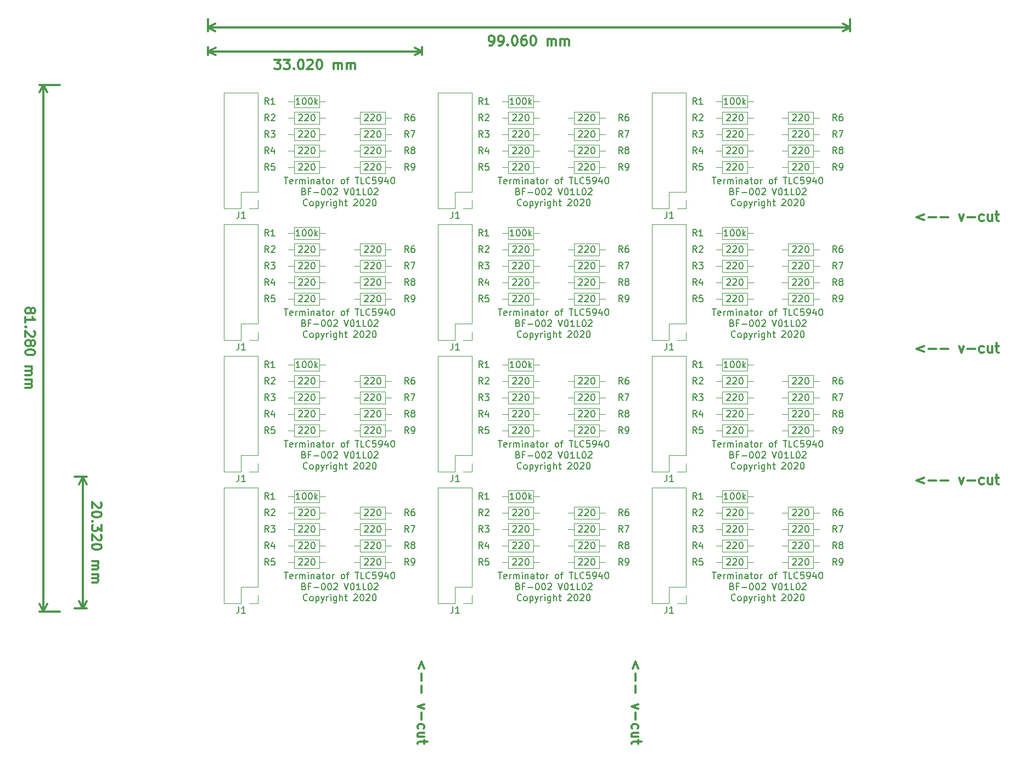
<source format=gto>
G04 #@! TF.GenerationSoftware,KiCad,Pcbnew,(5.1.5)-3*
G04 #@! TF.CreationDate,2020-05-04T17:21:53+09:00*
G04 #@! TF.ProjectId,bf-002,62662d30-3032-42e6-9b69-6361645f7063,V01L01*
G04 #@! TF.SameCoordinates,Original*
G04 #@! TF.FileFunction,Legend,Top*
G04 #@! TF.FilePolarity,Positive*
%FSLAX46Y46*%
G04 Gerber Fmt 4.6, Leading zero omitted, Abs format (unit mm)*
G04 Created by KiCad (PCBNEW (5.1.5)-3) date 2020-05-04 17:21:53*
%MOMM*%
%LPD*%
G04 APERTURE LIST*
%ADD10C,0.200000*%
%ADD11C,0.300000*%
%ADD12C,0.120000*%
%ADD13C,0.150000*%
%ADD14R,2.100000X2.100000*%
%ADD15O,2.100000X2.100000*%
%ADD16C,1.800000*%
%ADD17O,1.800000X1.800000*%
%ADD18C,2.600000*%
G04 APERTURE END LIST*
D10*
X155258571Y-110782380D02*
X155830000Y-110782380D01*
X155544285Y-111782380D02*
X155544285Y-110782380D01*
X156544285Y-111734761D02*
X156449047Y-111782380D01*
X156258571Y-111782380D01*
X156163333Y-111734761D01*
X156115714Y-111639523D01*
X156115714Y-111258571D01*
X156163333Y-111163333D01*
X156258571Y-111115714D01*
X156449047Y-111115714D01*
X156544285Y-111163333D01*
X156591904Y-111258571D01*
X156591904Y-111353809D01*
X156115714Y-111449047D01*
X157020476Y-111782380D02*
X157020476Y-111115714D01*
X157020476Y-111306190D02*
X157068095Y-111210952D01*
X157115714Y-111163333D01*
X157210952Y-111115714D01*
X157306190Y-111115714D01*
X157639523Y-111782380D02*
X157639523Y-111115714D01*
X157639523Y-111210952D02*
X157687142Y-111163333D01*
X157782380Y-111115714D01*
X157925238Y-111115714D01*
X158020476Y-111163333D01*
X158068095Y-111258571D01*
X158068095Y-111782380D01*
X158068095Y-111258571D02*
X158115714Y-111163333D01*
X158210952Y-111115714D01*
X158353809Y-111115714D01*
X158449047Y-111163333D01*
X158496666Y-111258571D01*
X158496666Y-111782380D01*
X158972857Y-111782380D02*
X158972857Y-111115714D01*
X158972857Y-110782380D02*
X158925238Y-110830000D01*
X158972857Y-110877619D01*
X159020476Y-110830000D01*
X158972857Y-110782380D01*
X158972857Y-110877619D01*
X159449047Y-111115714D02*
X159449047Y-111782380D01*
X159449047Y-111210952D02*
X159496666Y-111163333D01*
X159591904Y-111115714D01*
X159734761Y-111115714D01*
X159830000Y-111163333D01*
X159877619Y-111258571D01*
X159877619Y-111782380D01*
X160782380Y-111782380D02*
X160782380Y-111258571D01*
X160734761Y-111163333D01*
X160639523Y-111115714D01*
X160449047Y-111115714D01*
X160353809Y-111163333D01*
X160782380Y-111734761D02*
X160687142Y-111782380D01*
X160449047Y-111782380D01*
X160353809Y-111734761D01*
X160306190Y-111639523D01*
X160306190Y-111544285D01*
X160353809Y-111449047D01*
X160449047Y-111401428D01*
X160687142Y-111401428D01*
X160782380Y-111353809D01*
X161115714Y-111115714D02*
X161496666Y-111115714D01*
X161258571Y-110782380D02*
X161258571Y-111639523D01*
X161306190Y-111734761D01*
X161401428Y-111782380D01*
X161496666Y-111782380D01*
X161972857Y-111782380D02*
X161877619Y-111734761D01*
X161830000Y-111687142D01*
X161782380Y-111591904D01*
X161782380Y-111306190D01*
X161830000Y-111210952D01*
X161877619Y-111163333D01*
X161972857Y-111115714D01*
X162115714Y-111115714D01*
X162210952Y-111163333D01*
X162258571Y-111210952D01*
X162306190Y-111306190D01*
X162306190Y-111591904D01*
X162258571Y-111687142D01*
X162210952Y-111734761D01*
X162115714Y-111782380D01*
X161972857Y-111782380D01*
X162734761Y-111782380D02*
X162734761Y-111115714D01*
X162734761Y-111306190D02*
X162782380Y-111210952D01*
X162830000Y-111163333D01*
X162925238Y-111115714D01*
X163020476Y-111115714D01*
X164258571Y-111782380D02*
X164163333Y-111734761D01*
X164115714Y-111687142D01*
X164068095Y-111591904D01*
X164068095Y-111306190D01*
X164115714Y-111210952D01*
X164163333Y-111163333D01*
X164258571Y-111115714D01*
X164401428Y-111115714D01*
X164496666Y-111163333D01*
X164544285Y-111210952D01*
X164591904Y-111306190D01*
X164591904Y-111591904D01*
X164544285Y-111687142D01*
X164496666Y-111734761D01*
X164401428Y-111782380D01*
X164258571Y-111782380D01*
X164877619Y-111115714D02*
X165258571Y-111115714D01*
X165020476Y-111782380D02*
X165020476Y-110925238D01*
X165068095Y-110830000D01*
X165163333Y-110782380D01*
X165258571Y-110782380D01*
X166210952Y-110782380D02*
X166782380Y-110782380D01*
X166496666Y-111782380D02*
X166496666Y-110782380D01*
X167591904Y-111782380D02*
X167115714Y-111782380D01*
X167115714Y-110782380D01*
X168496666Y-111687142D02*
X168449047Y-111734761D01*
X168306190Y-111782380D01*
X168210952Y-111782380D01*
X168068095Y-111734761D01*
X167972857Y-111639523D01*
X167925238Y-111544285D01*
X167877619Y-111353809D01*
X167877619Y-111210952D01*
X167925238Y-111020476D01*
X167972857Y-110925238D01*
X168068095Y-110830000D01*
X168210952Y-110782380D01*
X168306190Y-110782380D01*
X168449047Y-110830000D01*
X168496666Y-110877619D01*
X169401428Y-110782380D02*
X168925238Y-110782380D01*
X168877619Y-111258571D01*
X168925238Y-111210952D01*
X169020476Y-111163333D01*
X169258571Y-111163333D01*
X169353809Y-111210952D01*
X169401428Y-111258571D01*
X169449047Y-111353809D01*
X169449047Y-111591904D01*
X169401428Y-111687142D01*
X169353809Y-111734761D01*
X169258571Y-111782380D01*
X169020476Y-111782380D01*
X168925238Y-111734761D01*
X168877619Y-111687142D01*
X169925238Y-111782380D02*
X170115714Y-111782380D01*
X170210952Y-111734761D01*
X170258571Y-111687142D01*
X170353809Y-111544285D01*
X170401428Y-111353809D01*
X170401428Y-110972857D01*
X170353809Y-110877619D01*
X170306190Y-110830000D01*
X170210952Y-110782380D01*
X170020476Y-110782380D01*
X169925238Y-110830000D01*
X169877619Y-110877619D01*
X169830000Y-110972857D01*
X169830000Y-111210952D01*
X169877619Y-111306190D01*
X169925238Y-111353809D01*
X170020476Y-111401428D01*
X170210952Y-111401428D01*
X170306190Y-111353809D01*
X170353809Y-111306190D01*
X170401428Y-111210952D01*
X171258571Y-111115714D02*
X171258571Y-111782380D01*
X171020476Y-110734761D02*
X170782380Y-111449047D01*
X171401428Y-111449047D01*
X171972857Y-110782380D02*
X172068095Y-110782380D01*
X172163333Y-110830000D01*
X172210952Y-110877619D01*
X172258571Y-110972857D01*
X172306190Y-111163333D01*
X172306190Y-111401428D01*
X172258571Y-111591904D01*
X172210952Y-111687142D01*
X172163333Y-111734761D01*
X172068095Y-111782380D01*
X171972857Y-111782380D01*
X171877619Y-111734761D01*
X171830000Y-111687142D01*
X171782380Y-111591904D01*
X171734761Y-111401428D01*
X171734761Y-111163333D01*
X171782380Y-110972857D01*
X171830000Y-110877619D01*
X171877619Y-110830000D01*
X171972857Y-110782380D01*
X158306190Y-112958571D02*
X158449047Y-113006190D01*
X158496666Y-113053809D01*
X158544285Y-113149047D01*
X158544285Y-113291904D01*
X158496666Y-113387142D01*
X158449047Y-113434761D01*
X158353809Y-113482380D01*
X157972857Y-113482380D01*
X157972857Y-112482380D01*
X158306190Y-112482380D01*
X158401428Y-112530000D01*
X158449047Y-112577619D01*
X158496666Y-112672857D01*
X158496666Y-112768095D01*
X158449047Y-112863333D01*
X158401428Y-112910952D01*
X158306190Y-112958571D01*
X157972857Y-112958571D01*
X159306190Y-112958571D02*
X158972857Y-112958571D01*
X158972857Y-113482380D02*
X158972857Y-112482380D01*
X159449047Y-112482380D01*
X159830000Y-113101428D02*
X160591904Y-113101428D01*
X161258571Y-112482380D02*
X161353809Y-112482380D01*
X161449047Y-112530000D01*
X161496666Y-112577619D01*
X161544285Y-112672857D01*
X161591904Y-112863333D01*
X161591904Y-113101428D01*
X161544285Y-113291904D01*
X161496666Y-113387142D01*
X161449047Y-113434761D01*
X161353809Y-113482380D01*
X161258571Y-113482380D01*
X161163333Y-113434761D01*
X161115714Y-113387142D01*
X161068095Y-113291904D01*
X161020476Y-113101428D01*
X161020476Y-112863333D01*
X161068095Y-112672857D01*
X161115714Y-112577619D01*
X161163333Y-112530000D01*
X161258571Y-112482380D01*
X162210952Y-112482380D02*
X162306190Y-112482380D01*
X162401428Y-112530000D01*
X162449047Y-112577619D01*
X162496666Y-112672857D01*
X162544285Y-112863333D01*
X162544285Y-113101428D01*
X162496666Y-113291904D01*
X162449047Y-113387142D01*
X162401428Y-113434761D01*
X162306190Y-113482380D01*
X162210952Y-113482380D01*
X162115714Y-113434761D01*
X162068095Y-113387142D01*
X162020476Y-113291904D01*
X161972857Y-113101428D01*
X161972857Y-112863333D01*
X162020476Y-112672857D01*
X162068095Y-112577619D01*
X162115714Y-112530000D01*
X162210952Y-112482380D01*
X162925238Y-112577619D02*
X162972857Y-112530000D01*
X163068095Y-112482380D01*
X163306190Y-112482380D01*
X163401428Y-112530000D01*
X163449047Y-112577619D01*
X163496666Y-112672857D01*
X163496666Y-112768095D01*
X163449047Y-112910952D01*
X162877619Y-113482380D01*
X163496666Y-113482380D01*
X164544285Y-112482380D02*
X164877619Y-113482380D01*
X165210952Y-112482380D01*
X165734761Y-112482380D02*
X165830000Y-112482380D01*
X165925238Y-112530000D01*
X165972857Y-112577619D01*
X166020476Y-112672857D01*
X166068095Y-112863333D01*
X166068095Y-113101428D01*
X166020476Y-113291904D01*
X165972857Y-113387142D01*
X165925238Y-113434761D01*
X165830000Y-113482380D01*
X165734761Y-113482380D01*
X165639523Y-113434761D01*
X165591904Y-113387142D01*
X165544285Y-113291904D01*
X165496666Y-113101428D01*
X165496666Y-112863333D01*
X165544285Y-112672857D01*
X165591904Y-112577619D01*
X165639523Y-112530000D01*
X165734761Y-112482380D01*
X167020476Y-113482380D02*
X166449047Y-113482380D01*
X166734761Y-113482380D02*
X166734761Y-112482380D01*
X166639523Y-112625238D01*
X166544285Y-112720476D01*
X166449047Y-112768095D01*
X167925238Y-113482380D02*
X167449047Y-113482380D01*
X167449047Y-112482380D01*
X168449047Y-112482380D02*
X168544285Y-112482380D01*
X168639523Y-112530000D01*
X168687142Y-112577619D01*
X168734761Y-112672857D01*
X168782380Y-112863333D01*
X168782380Y-113101428D01*
X168734761Y-113291904D01*
X168687142Y-113387142D01*
X168639523Y-113434761D01*
X168544285Y-113482380D01*
X168449047Y-113482380D01*
X168353809Y-113434761D01*
X168306190Y-113387142D01*
X168258571Y-113291904D01*
X168210952Y-113101428D01*
X168210952Y-112863333D01*
X168258571Y-112672857D01*
X168306190Y-112577619D01*
X168353809Y-112530000D01*
X168449047Y-112482380D01*
X169163333Y-112577619D02*
X169210952Y-112530000D01*
X169306190Y-112482380D01*
X169544285Y-112482380D01*
X169639523Y-112530000D01*
X169687142Y-112577619D01*
X169734761Y-112672857D01*
X169734761Y-112768095D01*
X169687142Y-112910952D01*
X169115714Y-113482380D01*
X169734761Y-113482380D01*
X158830000Y-115087142D02*
X158782380Y-115134761D01*
X158639523Y-115182380D01*
X158544285Y-115182380D01*
X158401428Y-115134761D01*
X158306190Y-115039523D01*
X158258571Y-114944285D01*
X158210952Y-114753809D01*
X158210952Y-114610952D01*
X158258571Y-114420476D01*
X158306190Y-114325238D01*
X158401428Y-114230000D01*
X158544285Y-114182380D01*
X158639523Y-114182380D01*
X158782380Y-114230000D01*
X158830000Y-114277619D01*
X159401428Y-115182380D02*
X159306190Y-115134761D01*
X159258571Y-115087142D01*
X159210952Y-114991904D01*
X159210952Y-114706190D01*
X159258571Y-114610952D01*
X159306190Y-114563333D01*
X159401428Y-114515714D01*
X159544285Y-114515714D01*
X159639523Y-114563333D01*
X159687142Y-114610952D01*
X159734761Y-114706190D01*
X159734761Y-114991904D01*
X159687142Y-115087142D01*
X159639523Y-115134761D01*
X159544285Y-115182380D01*
X159401428Y-115182380D01*
X160163333Y-114515714D02*
X160163333Y-115515714D01*
X160163333Y-114563333D02*
X160258571Y-114515714D01*
X160449047Y-114515714D01*
X160544285Y-114563333D01*
X160591904Y-114610952D01*
X160639523Y-114706190D01*
X160639523Y-114991904D01*
X160591904Y-115087142D01*
X160544285Y-115134761D01*
X160449047Y-115182380D01*
X160258571Y-115182380D01*
X160163333Y-115134761D01*
X160972857Y-114515714D02*
X161210952Y-115182380D01*
X161449047Y-114515714D02*
X161210952Y-115182380D01*
X161115714Y-115420476D01*
X161068095Y-115468095D01*
X160972857Y-115515714D01*
X161830000Y-115182380D02*
X161830000Y-114515714D01*
X161830000Y-114706190D02*
X161877619Y-114610952D01*
X161925238Y-114563333D01*
X162020476Y-114515714D01*
X162115714Y-114515714D01*
X162449047Y-115182380D02*
X162449047Y-114515714D01*
X162449047Y-114182380D02*
X162401428Y-114230000D01*
X162449047Y-114277619D01*
X162496666Y-114230000D01*
X162449047Y-114182380D01*
X162449047Y-114277619D01*
X163353809Y-114515714D02*
X163353809Y-115325238D01*
X163306190Y-115420476D01*
X163258571Y-115468095D01*
X163163333Y-115515714D01*
X163020476Y-115515714D01*
X162925238Y-115468095D01*
X163353809Y-115134761D02*
X163258571Y-115182380D01*
X163068095Y-115182380D01*
X162972857Y-115134761D01*
X162925238Y-115087142D01*
X162877619Y-114991904D01*
X162877619Y-114706190D01*
X162925238Y-114610952D01*
X162972857Y-114563333D01*
X163068095Y-114515714D01*
X163258571Y-114515714D01*
X163353809Y-114563333D01*
X163830000Y-115182380D02*
X163830000Y-114182380D01*
X164258571Y-115182380D02*
X164258571Y-114658571D01*
X164210952Y-114563333D01*
X164115714Y-114515714D01*
X163972857Y-114515714D01*
X163877619Y-114563333D01*
X163830000Y-114610952D01*
X164591904Y-114515714D02*
X164972857Y-114515714D01*
X164734761Y-114182380D02*
X164734761Y-115039523D01*
X164782380Y-115134761D01*
X164877619Y-115182380D01*
X164972857Y-115182380D01*
X166020476Y-114277619D02*
X166068095Y-114230000D01*
X166163333Y-114182380D01*
X166401428Y-114182380D01*
X166496666Y-114230000D01*
X166544285Y-114277619D01*
X166591904Y-114372857D01*
X166591904Y-114468095D01*
X166544285Y-114610952D01*
X165972857Y-115182380D01*
X166591904Y-115182380D01*
X167210952Y-114182380D02*
X167306190Y-114182380D01*
X167401428Y-114230000D01*
X167449047Y-114277619D01*
X167496666Y-114372857D01*
X167544285Y-114563333D01*
X167544285Y-114801428D01*
X167496666Y-114991904D01*
X167449047Y-115087142D01*
X167401428Y-115134761D01*
X167306190Y-115182380D01*
X167210952Y-115182380D01*
X167115714Y-115134761D01*
X167068095Y-115087142D01*
X167020476Y-114991904D01*
X166972857Y-114801428D01*
X166972857Y-114563333D01*
X167020476Y-114372857D01*
X167068095Y-114277619D01*
X167115714Y-114230000D01*
X167210952Y-114182380D01*
X167925238Y-114277619D02*
X167972857Y-114230000D01*
X168068095Y-114182380D01*
X168306190Y-114182380D01*
X168401428Y-114230000D01*
X168449047Y-114277619D01*
X168496666Y-114372857D01*
X168496666Y-114468095D01*
X168449047Y-114610952D01*
X167877619Y-115182380D01*
X168496666Y-115182380D01*
X169115714Y-114182380D02*
X169210952Y-114182380D01*
X169306190Y-114230000D01*
X169353809Y-114277619D01*
X169401428Y-114372857D01*
X169449047Y-114563333D01*
X169449047Y-114801428D01*
X169401428Y-114991904D01*
X169353809Y-115087142D01*
X169306190Y-115134761D01*
X169210952Y-115182380D01*
X169115714Y-115182380D01*
X169020476Y-115134761D01*
X168972857Y-115087142D01*
X168925238Y-114991904D01*
X168877619Y-114801428D01*
X168877619Y-114563333D01*
X168925238Y-114372857D01*
X168972857Y-114277619D01*
X169020476Y-114230000D01*
X169115714Y-114182380D01*
X122238571Y-110782380D02*
X122810000Y-110782380D01*
X122524285Y-111782380D02*
X122524285Y-110782380D01*
X123524285Y-111734761D02*
X123429047Y-111782380D01*
X123238571Y-111782380D01*
X123143333Y-111734761D01*
X123095714Y-111639523D01*
X123095714Y-111258571D01*
X123143333Y-111163333D01*
X123238571Y-111115714D01*
X123429047Y-111115714D01*
X123524285Y-111163333D01*
X123571904Y-111258571D01*
X123571904Y-111353809D01*
X123095714Y-111449047D01*
X124000476Y-111782380D02*
X124000476Y-111115714D01*
X124000476Y-111306190D02*
X124048095Y-111210952D01*
X124095714Y-111163333D01*
X124190952Y-111115714D01*
X124286190Y-111115714D01*
X124619523Y-111782380D02*
X124619523Y-111115714D01*
X124619523Y-111210952D02*
X124667142Y-111163333D01*
X124762380Y-111115714D01*
X124905238Y-111115714D01*
X125000476Y-111163333D01*
X125048095Y-111258571D01*
X125048095Y-111782380D01*
X125048095Y-111258571D02*
X125095714Y-111163333D01*
X125190952Y-111115714D01*
X125333809Y-111115714D01*
X125429047Y-111163333D01*
X125476666Y-111258571D01*
X125476666Y-111782380D01*
X125952857Y-111782380D02*
X125952857Y-111115714D01*
X125952857Y-110782380D02*
X125905238Y-110830000D01*
X125952857Y-110877619D01*
X126000476Y-110830000D01*
X125952857Y-110782380D01*
X125952857Y-110877619D01*
X126429047Y-111115714D02*
X126429047Y-111782380D01*
X126429047Y-111210952D02*
X126476666Y-111163333D01*
X126571904Y-111115714D01*
X126714761Y-111115714D01*
X126810000Y-111163333D01*
X126857619Y-111258571D01*
X126857619Y-111782380D01*
X127762380Y-111782380D02*
X127762380Y-111258571D01*
X127714761Y-111163333D01*
X127619523Y-111115714D01*
X127429047Y-111115714D01*
X127333809Y-111163333D01*
X127762380Y-111734761D02*
X127667142Y-111782380D01*
X127429047Y-111782380D01*
X127333809Y-111734761D01*
X127286190Y-111639523D01*
X127286190Y-111544285D01*
X127333809Y-111449047D01*
X127429047Y-111401428D01*
X127667142Y-111401428D01*
X127762380Y-111353809D01*
X128095714Y-111115714D02*
X128476666Y-111115714D01*
X128238571Y-110782380D02*
X128238571Y-111639523D01*
X128286190Y-111734761D01*
X128381428Y-111782380D01*
X128476666Y-111782380D01*
X128952857Y-111782380D02*
X128857619Y-111734761D01*
X128810000Y-111687142D01*
X128762380Y-111591904D01*
X128762380Y-111306190D01*
X128810000Y-111210952D01*
X128857619Y-111163333D01*
X128952857Y-111115714D01*
X129095714Y-111115714D01*
X129190952Y-111163333D01*
X129238571Y-111210952D01*
X129286190Y-111306190D01*
X129286190Y-111591904D01*
X129238571Y-111687142D01*
X129190952Y-111734761D01*
X129095714Y-111782380D01*
X128952857Y-111782380D01*
X129714761Y-111782380D02*
X129714761Y-111115714D01*
X129714761Y-111306190D02*
X129762380Y-111210952D01*
X129810000Y-111163333D01*
X129905238Y-111115714D01*
X130000476Y-111115714D01*
X131238571Y-111782380D02*
X131143333Y-111734761D01*
X131095714Y-111687142D01*
X131048095Y-111591904D01*
X131048095Y-111306190D01*
X131095714Y-111210952D01*
X131143333Y-111163333D01*
X131238571Y-111115714D01*
X131381428Y-111115714D01*
X131476666Y-111163333D01*
X131524285Y-111210952D01*
X131571904Y-111306190D01*
X131571904Y-111591904D01*
X131524285Y-111687142D01*
X131476666Y-111734761D01*
X131381428Y-111782380D01*
X131238571Y-111782380D01*
X131857619Y-111115714D02*
X132238571Y-111115714D01*
X132000476Y-111782380D02*
X132000476Y-110925238D01*
X132048095Y-110830000D01*
X132143333Y-110782380D01*
X132238571Y-110782380D01*
X133190952Y-110782380D02*
X133762380Y-110782380D01*
X133476666Y-111782380D02*
X133476666Y-110782380D01*
X134571904Y-111782380D02*
X134095714Y-111782380D01*
X134095714Y-110782380D01*
X135476666Y-111687142D02*
X135429047Y-111734761D01*
X135286190Y-111782380D01*
X135190952Y-111782380D01*
X135048095Y-111734761D01*
X134952857Y-111639523D01*
X134905238Y-111544285D01*
X134857619Y-111353809D01*
X134857619Y-111210952D01*
X134905238Y-111020476D01*
X134952857Y-110925238D01*
X135048095Y-110830000D01*
X135190952Y-110782380D01*
X135286190Y-110782380D01*
X135429047Y-110830000D01*
X135476666Y-110877619D01*
X136381428Y-110782380D02*
X135905238Y-110782380D01*
X135857619Y-111258571D01*
X135905238Y-111210952D01*
X136000476Y-111163333D01*
X136238571Y-111163333D01*
X136333809Y-111210952D01*
X136381428Y-111258571D01*
X136429047Y-111353809D01*
X136429047Y-111591904D01*
X136381428Y-111687142D01*
X136333809Y-111734761D01*
X136238571Y-111782380D01*
X136000476Y-111782380D01*
X135905238Y-111734761D01*
X135857619Y-111687142D01*
X136905238Y-111782380D02*
X137095714Y-111782380D01*
X137190952Y-111734761D01*
X137238571Y-111687142D01*
X137333809Y-111544285D01*
X137381428Y-111353809D01*
X137381428Y-110972857D01*
X137333809Y-110877619D01*
X137286190Y-110830000D01*
X137190952Y-110782380D01*
X137000476Y-110782380D01*
X136905238Y-110830000D01*
X136857619Y-110877619D01*
X136810000Y-110972857D01*
X136810000Y-111210952D01*
X136857619Y-111306190D01*
X136905238Y-111353809D01*
X137000476Y-111401428D01*
X137190952Y-111401428D01*
X137286190Y-111353809D01*
X137333809Y-111306190D01*
X137381428Y-111210952D01*
X138238571Y-111115714D02*
X138238571Y-111782380D01*
X138000476Y-110734761D02*
X137762380Y-111449047D01*
X138381428Y-111449047D01*
X138952857Y-110782380D02*
X139048095Y-110782380D01*
X139143333Y-110830000D01*
X139190952Y-110877619D01*
X139238571Y-110972857D01*
X139286190Y-111163333D01*
X139286190Y-111401428D01*
X139238571Y-111591904D01*
X139190952Y-111687142D01*
X139143333Y-111734761D01*
X139048095Y-111782380D01*
X138952857Y-111782380D01*
X138857619Y-111734761D01*
X138810000Y-111687142D01*
X138762380Y-111591904D01*
X138714761Y-111401428D01*
X138714761Y-111163333D01*
X138762380Y-110972857D01*
X138810000Y-110877619D01*
X138857619Y-110830000D01*
X138952857Y-110782380D01*
X125286190Y-112958571D02*
X125429047Y-113006190D01*
X125476666Y-113053809D01*
X125524285Y-113149047D01*
X125524285Y-113291904D01*
X125476666Y-113387142D01*
X125429047Y-113434761D01*
X125333809Y-113482380D01*
X124952857Y-113482380D01*
X124952857Y-112482380D01*
X125286190Y-112482380D01*
X125381428Y-112530000D01*
X125429047Y-112577619D01*
X125476666Y-112672857D01*
X125476666Y-112768095D01*
X125429047Y-112863333D01*
X125381428Y-112910952D01*
X125286190Y-112958571D01*
X124952857Y-112958571D01*
X126286190Y-112958571D02*
X125952857Y-112958571D01*
X125952857Y-113482380D02*
X125952857Y-112482380D01*
X126429047Y-112482380D01*
X126810000Y-113101428D02*
X127571904Y-113101428D01*
X128238571Y-112482380D02*
X128333809Y-112482380D01*
X128429047Y-112530000D01*
X128476666Y-112577619D01*
X128524285Y-112672857D01*
X128571904Y-112863333D01*
X128571904Y-113101428D01*
X128524285Y-113291904D01*
X128476666Y-113387142D01*
X128429047Y-113434761D01*
X128333809Y-113482380D01*
X128238571Y-113482380D01*
X128143333Y-113434761D01*
X128095714Y-113387142D01*
X128048095Y-113291904D01*
X128000476Y-113101428D01*
X128000476Y-112863333D01*
X128048095Y-112672857D01*
X128095714Y-112577619D01*
X128143333Y-112530000D01*
X128238571Y-112482380D01*
X129190952Y-112482380D02*
X129286190Y-112482380D01*
X129381428Y-112530000D01*
X129429047Y-112577619D01*
X129476666Y-112672857D01*
X129524285Y-112863333D01*
X129524285Y-113101428D01*
X129476666Y-113291904D01*
X129429047Y-113387142D01*
X129381428Y-113434761D01*
X129286190Y-113482380D01*
X129190952Y-113482380D01*
X129095714Y-113434761D01*
X129048095Y-113387142D01*
X129000476Y-113291904D01*
X128952857Y-113101428D01*
X128952857Y-112863333D01*
X129000476Y-112672857D01*
X129048095Y-112577619D01*
X129095714Y-112530000D01*
X129190952Y-112482380D01*
X129905238Y-112577619D02*
X129952857Y-112530000D01*
X130048095Y-112482380D01*
X130286190Y-112482380D01*
X130381428Y-112530000D01*
X130429047Y-112577619D01*
X130476666Y-112672857D01*
X130476666Y-112768095D01*
X130429047Y-112910952D01*
X129857619Y-113482380D01*
X130476666Y-113482380D01*
X131524285Y-112482380D02*
X131857619Y-113482380D01*
X132190952Y-112482380D01*
X132714761Y-112482380D02*
X132810000Y-112482380D01*
X132905238Y-112530000D01*
X132952857Y-112577619D01*
X133000476Y-112672857D01*
X133048095Y-112863333D01*
X133048095Y-113101428D01*
X133000476Y-113291904D01*
X132952857Y-113387142D01*
X132905238Y-113434761D01*
X132810000Y-113482380D01*
X132714761Y-113482380D01*
X132619523Y-113434761D01*
X132571904Y-113387142D01*
X132524285Y-113291904D01*
X132476666Y-113101428D01*
X132476666Y-112863333D01*
X132524285Y-112672857D01*
X132571904Y-112577619D01*
X132619523Y-112530000D01*
X132714761Y-112482380D01*
X134000476Y-113482380D02*
X133429047Y-113482380D01*
X133714761Y-113482380D02*
X133714761Y-112482380D01*
X133619523Y-112625238D01*
X133524285Y-112720476D01*
X133429047Y-112768095D01*
X134905238Y-113482380D02*
X134429047Y-113482380D01*
X134429047Y-112482380D01*
X135429047Y-112482380D02*
X135524285Y-112482380D01*
X135619523Y-112530000D01*
X135667142Y-112577619D01*
X135714761Y-112672857D01*
X135762380Y-112863333D01*
X135762380Y-113101428D01*
X135714761Y-113291904D01*
X135667142Y-113387142D01*
X135619523Y-113434761D01*
X135524285Y-113482380D01*
X135429047Y-113482380D01*
X135333809Y-113434761D01*
X135286190Y-113387142D01*
X135238571Y-113291904D01*
X135190952Y-113101428D01*
X135190952Y-112863333D01*
X135238571Y-112672857D01*
X135286190Y-112577619D01*
X135333809Y-112530000D01*
X135429047Y-112482380D01*
X136143333Y-112577619D02*
X136190952Y-112530000D01*
X136286190Y-112482380D01*
X136524285Y-112482380D01*
X136619523Y-112530000D01*
X136667142Y-112577619D01*
X136714761Y-112672857D01*
X136714761Y-112768095D01*
X136667142Y-112910952D01*
X136095714Y-113482380D01*
X136714761Y-113482380D01*
X125810000Y-115087142D02*
X125762380Y-115134761D01*
X125619523Y-115182380D01*
X125524285Y-115182380D01*
X125381428Y-115134761D01*
X125286190Y-115039523D01*
X125238571Y-114944285D01*
X125190952Y-114753809D01*
X125190952Y-114610952D01*
X125238571Y-114420476D01*
X125286190Y-114325238D01*
X125381428Y-114230000D01*
X125524285Y-114182380D01*
X125619523Y-114182380D01*
X125762380Y-114230000D01*
X125810000Y-114277619D01*
X126381428Y-115182380D02*
X126286190Y-115134761D01*
X126238571Y-115087142D01*
X126190952Y-114991904D01*
X126190952Y-114706190D01*
X126238571Y-114610952D01*
X126286190Y-114563333D01*
X126381428Y-114515714D01*
X126524285Y-114515714D01*
X126619523Y-114563333D01*
X126667142Y-114610952D01*
X126714761Y-114706190D01*
X126714761Y-114991904D01*
X126667142Y-115087142D01*
X126619523Y-115134761D01*
X126524285Y-115182380D01*
X126381428Y-115182380D01*
X127143333Y-114515714D02*
X127143333Y-115515714D01*
X127143333Y-114563333D02*
X127238571Y-114515714D01*
X127429047Y-114515714D01*
X127524285Y-114563333D01*
X127571904Y-114610952D01*
X127619523Y-114706190D01*
X127619523Y-114991904D01*
X127571904Y-115087142D01*
X127524285Y-115134761D01*
X127429047Y-115182380D01*
X127238571Y-115182380D01*
X127143333Y-115134761D01*
X127952857Y-114515714D02*
X128190952Y-115182380D01*
X128429047Y-114515714D02*
X128190952Y-115182380D01*
X128095714Y-115420476D01*
X128048095Y-115468095D01*
X127952857Y-115515714D01*
X128810000Y-115182380D02*
X128810000Y-114515714D01*
X128810000Y-114706190D02*
X128857619Y-114610952D01*
X128905238Y-114563333D01*
X129000476Y-114515714D01*
X129095714Y-114515714D01*
X129429047Y-115182380D02*
X129429047Y-114515714D01*
X129429047Y-114182380D02*
X129381428Y-114230000D01*
X129429047Y-114277619D01*
X129476666Y-114230000D01*
X129429047Y-114182380D01*
X129429047Y-114277619D01*
X130333809Y-114515714D02*
X130333809Y-115325238D01*
X130286190Y-115420476D01*
X130238571Y-115468095D01*
X130143333Y-115515714D01*
X130000476Y-115515714D01*
X129905238Y-115468095D01*
X130333809Y-115134761D02*
X130238571Y-115182380D01*
X130048095Y-115182380D01*
X129952857Y-115134761D01*
X129905238Y-115087142D01*
X129857619Y-114991904D01*
X129857619Y-114706190D01*
X129905238Y-114610952D01*
X129952857Y-114563333D01*
X130048095Y-114515714D01*
X130238571Y-114515714D01*
X130333809Y-114563333D01*
X130810000Y-115182380D02*
X130810000Y-114182380D01*
X131238571Y-115182380D02*
X131238571Y-114658571D01*
X131190952Y-114563333D01*
X131095714Y-114515714D01*
X130952857Y-114515714D01*
X130857619Y-114563333D01*
X130810000Y-114610952D01*
X131571904Y-114515714D02*
X131952857Y-114515714D01*
X131714761Y-114182380D02*
X131714761Y-115039523D01*
X131762380Y-115134761D01*
X131857619Y-115182380D01*
X131952857Y-115182380D01*
X133000476Y-114277619D02*
X133048095Y-114230000D01*
X133143333Y-114182380D01*
X133381428Y-114182380D01*
X133476666Y-114230000D01*
X133524285Y-114277619D01*
X133571904Y-114372857D01*
X133571904Y-114468095D01*
X133524285Y-114610952D01*
X132952857Y-115182380D01*
X133571904Y-115182380D01*
X134190952Y-114182380D02*
X134286190Y-114182380D01*
X134381428Y-114230000D01*
X134429047Y-114277619D01*
X134476666Y-114372857D01*
X134524285Y-114563333D01*
X134524285Y-114801428D01*
X134476666Y-114991904D01*
X134429047Y-115087142D01*
X134381428Y-115134761D01*
X134286190Y-115182380D01*
X134190952Y-115182380D01*
X134095714Y-115134761D01*
X134048095Y-115087142D01*
X134000476Y-114991904D01*
X133952857Y-114801428D01*
X133952857Y-114563333D01*
X134000476Y-114372857D01*
X134048095Y-114277619D01*
X134095714Y-114230000D01*
X134190952Y-114182380D01*
X134905238Y-114277619D02*
X134952857Y-114230000D01*
X135048095Y-114182380D01*
X135286190Y-114182380D01*
X135381428Y-114230000D01*
X135429047Y-114277619D01*
X135476666Y-114372857D01*
X135476666Y-114468095D01*
X135429047Y-114610952D01*
X134857619Y-115182380D01*
X135476666Y-115182380D01*
X136095714Y-114182380D02*
X136190952Y-114182380D01*
X136286190Y-114230000D01*
X136333809Y-114277619D01*
X136381428Y-114372857D01*
X136429047Y-114563333D01*
X136429047Y-114801428D01*
X136381428Y-114991904D01*
X136333809Y-115087142D01*
X136286190Y-115134761D01*
X136190952Y-115182380D01*
X136095714Y-115182380D01*
X136000476Y-115134761D01*
X135952857Y-115087142D01*
X135905238Y-114991904D01*
X135857619Y-114801428D01*
X135857619Y-114563333D01*
X135905238Y-114372857D01*
X135952857Y-114277619D01*
X136000476Y-114230000D01*
X136095714Y-114182380D01*
X188278571Y-110782380D02*
X188850000Y-110782380D01*
X188564285Y-111782380D02*
X188564285Y-110782380D01*
X189564285Y-111734761D02*
X189469047Y-111782380D01*
X189278571Y-111782380D01*
X189183333Y-111734761D01*
X189135714Y-111639523D01*
X189135714Y-111258571D01*
X189183333Y-111163333D01*
X189278571Y-111115714D01*
X189469047Y-111115714D01*
X189564285Y-111163333D01*
X189611904Y-111258571D01*
X189611904Y-111353809D01*
X189135714Y-111449047D01*
X190040476Y-111782380D02*
X190040476Y-111115714D01*
X190040476Y-111306190D02*
X190088095Y-111210952D01*
X190135714Y-111163333D01*
X190230952Y-111115714D01*
X190326190Y-111115714D01*
X190659523Y-111782380D02*
X190659523Y-111115714D01*
X190659523Y-111210952D02*
X190707142Y-111163333D01*
X190802380Y-111115714D01*
X190945238Y-111115714D01*
X191040476Y-111163333D01*
X191088095Y-111258571D01*
X191088095Y-111782380D01*
X191088095Y-111258571D02*
X191135714Y-111163333D01*
X191230952Y-111115714D01*
X191373809Y-111115714D01*
X191469047Y-111163333D01*
X191516666Y-111258571D01*
X191516666Y-111782380D01*
X191992857Y-111782380D02*
X191992857Y-111115714D01*
X191992857Y-110782380D02*
X191945238Y-110830000D01*
X191992857Y-110877619D01*
X192040476Y-110830000D01*
X191992857Y-110782380D01*
X191992857Y-110877619D01*
X192469047Y-111115714D02*
X192469047Y-111782380D01*
X192469047Y-111210952D02*
X192516666Y-111163333D01*
X192611904Y-111115714D01*
X192754761Y-111115714D01*
X192850000Y-111163333D01*
X192897619Y-111258571D01*
X192897619Y-111782380D01*
X193802380Y-111782380D02*
X193802380Y-111258571D01*
X193754761Y-111163333D01*
X193659523Y-111115714D01*
X193469047Y-111115714D01*
X193373809Y-111163333D01*
X193802380Y-111734761D02*
X193707142Y-111782380D01*
X193469047Y-111782380D01*
X193373809Y-111734761D01*
X193326190Y-111639523D01*
X193326190Y-111544285D01*
X193373809Y-111449047D01*
X193469047Y-111401428D01*
X193707142Y-111401428D01*
X193802380Y-111353809D01*
X194135714Y-111115714D02*
X194516666Y-111115714D01*
X194278571Y-110782380D02*
X194278571Y-111639523D01*
X194326190Y-111734761D01*
X194421428Y-111782380D01*
X194516666Y-111782380D01*
X194992857Y-111782380D02*
X194897619Y-111734761D01*
X194850000Y-111687142D01*
X194802380Y-111591904D01*
X194802380Y-111306190D01*
X194850000Y-111210952D01*
X194897619Y-111163333D01*
X194992857Y-111115714D01*
X195135714Y-111115714D01*
X195230952Y-111163333D01*
X195278571Y-111210952D01*
X195326190Y-111306190D01*
X195326190Y-111591904D01*
X195278571Y-111687142D01*
X195230952Y-111734761D01*
X195135714Y-111782380D01*
X194992857Y-111782380D01*
X195754761Y-111782380D02*
X195754761Y-111115714D01*
X195754761Y-111306190D02*
X195802380Y-111210952D01*
X195850000Y-111163333D01*
X195945238Y-111115714D01*
X196040476Y-111115714D01*
X197278571Y-111782380D02*
X197183333Y-111734761D01*
X197135714Y-111687142D01*
X197088095Y-111591904D01*
X197088095Y-111306190D01*
X197135714Y-111210952D01*
X197183333Y-111163333D01*
X197278571Y-111115714D01*
X197421428Y-111115714D01*
X197516666Y-111163333D01*
X197564285Y-111210952D01*
X197611904Y-111306190D01*
X197611904Y-111591904D01*
X197564285Y-111687142D01*
X197516666Y-111734761D01*
X197421428Y-111782380D01*
X197278571Y-111782380D01*
X197897619Y-111115714D02*
X198278571Y-111115714D01*
X198040476Y-111782380D02*
X198040476Y-110925238D01*
X198088095Y-110830000D01*
X198183333Y-110782380D01*
X198278571Y-110782380D01*
X199230952Y-110782380D02*
X199802380Y-110782380D01*
X199516666Y-111782380D02*
X199516666Y-110782380D01*
X200611904Y-111782380D02*
X200135714Y-111782380D01*
X200135714Y-110782380D01*
X201516666Y-111687142D02*
X201469047Y-111734761D01*
X201326190Y-111782380D01*
X201230952Y-111782380D01*
X201088095Y-111734761D01*
X200992857Y-111639523D01*
X200945238Y-111544285D01*
X200897619Y-111353809D01*
X200897619Y-111210952D01*
X200945238Y-111020476D01*
X200992857Y-110925238D01*
X201088095Y-110830000D01*
X201230952Y-110782380D01*
X201326190Y-110782380D01*
X201469047Y-110830000D01*
X201516666Y-110877619D01*
X202421428Y-110782380D02*
X201945238Y-110782380D01*
X201897619Y-111258571D01*
X201945238Y-111210952D01*
X202040476Y-111163333D01*
X202278571Y-111163333D01*
X202373809Y-111210952D01*
X202421428Y-111258571D01*
X202469047Y-111353809D01*
X202469047Y-111591904D01*
X202421428Y-111687142D01*
X202373809Y-111734761D01*
X202278571Y-111782380D01*
X202040476Y-111782380D01*
X201945238Y-111734761D01*
X201897619Y-111687142D01*
X202945238Y-111782380D02*
X203135714Y-111782380D01*
X203230952Y-111734761D01*
X203278571Y-111687142D01*
X203373809Y-111544285D01*
X203421428Y-111353809D01*
X203421428Y-110972857D01*
X203373809Y-110877619D01*
X203326190Y-110830000D01*
X203230952Y-110782380D01*
X203040476Y-110782380D01*
X202945238Y-110830000D01*
X202897619Y-110877619D01*
X202850000Y-110972857D01*
X202850000Y-111210952D01*
X202897619Y-111306190D01*
X202945238Y-111353809D01*
X203040476Y-111401428D01*
X203230952Y-111401428D01*
X203326190Y-111353809D01*
X203373809Y-111306190D01*
X203421428Y-111210952D01*
X204278571Y-111115714D02*
X204278571Y-111782380D01*
X204040476Y-110734761D02*
X203802380Y-111449047D01*
X204421428Y-111449047D01*
X204992857Y-110782380D02*
X205088095Y-110782380D01*
X205183333Y-110830000D01*
X205230952Y-110877619D01*
X205278571Y-110972857D01*
X205326190Y-111163333D01*
X205326190Y-111401428D01*
X205278571Y-111591904D01*
X205230952Y-111687142D01*
X205183333Y-111734761D01*
X205088095Y-111782380D01*
X204992857Y-111782380D01*
X204897619Y-111734761D01*
X204850000Y-111687142D01*
X204802380Y-111591904D01*
X204754761Y-111401428D01*
X204754761Y-111163333D01*
X204802380Y-110972857D01*
X204850000Y-110877619D01*
X204897619Y-110830000D01*
X204992857Y-110782380D01*
X191326190Y-112958571D02*
X191469047Y-113006190D01*
X191516666Y-113053809D01*
X191564285Y-113149047D01*
X191564285Y-113291904D01*
X191516666Y-113387142D01*
X191469047Y-113434761D01*
X191373809Y-113482380D01*
X190992857Y-113482380D01*
X190992857Y-112482380D01*
X191326190Y-112482380D01*
X191421428Y-112530000D01*
X191469047Y-112577619D01*
X191516666Y-112672857D01*
X191516666Y-112768095D01*
X191469047Y-112863333D01*
X191421428Y-112910952D01*
X191326190Y-112958571D01*
X190992857Y-112958571D01*
X192326190Y-112958571D02*
X191992857Y-112958571D01*
X191992857Y-113482380D02*
X191992857Y-112482380D01*
X192469047Y-112482380D01*
X192850000Y-113101428D02*
X193611904Y-113101428D01*
X194278571Y-112482380D02*
X194373809Y-112482380D01*
X194469047Y-112530000D01*
X194516666Y-112577619D01*
X194564285Y-112672857D01*
X194611904Y-112863333D01*
X194611904Y-113101428D01*
X194564285Y-113291904D01*
X194516666Y-113387142D01*
X194469047Y-113434761D01*
X194373809Y-113482380D01*
X194278571Y-113482380D01*
X194183333Y-113434761D01*
X194135714Y-113387142D01*
X194088095Y-113291904D01*
X194040476Y-113101428D01*
X194040476Y-112863333D01*
X194088095Y-112672857D01*
X194135714Y-112577619D01*
X194183333Y-112530000D01*
X194278571Y-112482380D01*
X195230952Y-112482380D02*
X195326190Y-112482380D01*
X195421428Y-112530000D01*
X195469047Y-112577619D01*
X195516666Y-112672857D01*
X195564285Y-112863333D01*
X195564285Y-113101428D01*
X195516666Y-113291904D01*
X195469047Y-113387142D01*
X195421428Y-113434761D01*
X195326190Y-113482380D01*
X195230952Y-113482380D01*
X195135714Y-113434761D01*
X195088095Y-113387142D01*
X195040476Y-113291904D01*
X194992857Y-113101428D01*
X194992857Y-112863333D01*
X195040476Y-112672857D01*
X195088095Y-112577619D01*
X195135714Y-112530000D01*
X195230952Y-112482380D01*
X195945238Y-112577619D02*
X195992857Y-112530000D01*
X196088095Y-112482380D01*
X196326190Y-112482380D01*
X196421428Y-112530000D01*
X196469047Y-112577619D01*
X196516666Y-112672857D01*
X196516666Y-112768095D01*
X196469047Y-112910952D01*
X195897619Y-113482380D01*
X196516666Y-113482380D01*
X197564285Y-112482380D02*
X197897619Y-113482380D01*
X198230952Y-112482380D01*
X198754761Y-112482380D02*
X198850000Y-112482380D01*
X198945238Y-112530000D01*
X198992857Y-112577619D01*
X199040476Y-112672857D01*
X199088095Y-112863333D01*
X199088095Y-113101428D01*
X199040476Y-113291904D01*
X198992857Y-113387142D01*
X198945238Y-113434761D01*
X198850000Y-113482380D01*
X198754761Y-113482380D01*
X198659523Y-113434761D01*
X198611904Y-113387142D01*
X198564285Y-113291904D01*
X198516666Y-113101428D01*
X198516666Y-112863333D01*
X198564285Y-112672857D01*
X198611904Y-112577619D01*
X198659523Y-112530000D01*
X198754761Y-112482380D01*
X200040476Y-113482380D02*
X199469047Y-113482380D01*
X199754761Y-113482380D02*
X199754761Y-112482380D01*
X199659523Y-112625238D01*
X199564285Y-112720476D01*
X199469047Y-112768095D01*
X200945238Y-113482380D02*
X200469047Y-113482380D01*
X200469047Y-112482380D01*
X201469047Y-112482380D02*
X201564285Y-112482380D01*
X201659523Y-112530000D01*
X201707142Y-112577619D01*
X201754761Y-112672857D01*
X201802380Y-112863333D01*
X201802380Y-113101428D01*
X201754761Y-113291904D01*
X201707142Y-113387142D01*
X201659523Y-113434761D01*
X201564285Y-113482380D01*
X201469047Y-113482380D01*
X201373809Y-113434761D01*
X201326190Y-113387142D01*
X201278571Y-113291904D01*
X201230952Y-113101428D01*
X201230952Y-112863333D01*
X201278571Y-112672857D01*
X201326190Y-112577619D01*
X201373809Y-112530000D01*
X201469047Y-112482380D01*
X202183333Y-112577619D02*
X202230952Y-112530000D01*
X202326190Y-112482380D01*
X202564285Y-112482380D01*
X202659523Y-112530000D01*
X202707142Y-112577619D01*
X202754761Y-112672857D01*
X202754761Y-112768095D01*
X202707142Y-112910952D01*
X202135714Y-113482380D01*
X202754761Y-113482380D01*
X191850000Y-115087142D02*
X191802380Y-115134761D01*
X191659523Y-115182380D01*
X191564285Y-115182380D01*
X191421428Y-115134761D01*
X191326190Y-115039523D01*
X191278571Y-114944285D01*
X191230952Y-114753809D01*
X191230952Y-114610952D01*
X191278571Y-114420476D01*
X191326190Y-114325238D01*
X191421428Y-114230000D01*
X191564285Y-114182380D01*
X191659523Y-114182380D01*
X191802380Y-114230000D01*
X191850000Y-114277619D01*
X192421428Y-115182380D02*
X192326190Y-115134761D01*
X192278571Y-115087142D01*
X192230952Y-114991904D01*
X192230952Y-114706190D01*
X192278571Y-114610952D01*
X192326190Y-114563333D01*
X192421428Y-114515714D01*
X192564285Y-114515714D01*
X192659523Y-114563333D01*
X192707142Y-114610952D01*
X192754761Y-114706190D01*
X192754761Y-114991904D01*
X192707142Y-115087142D01*
X192659523Y-115134761D01*
X192564285Y-115182380D01*
X192421428Y-115182380D01*
X193183333Y-114515714D02*
X193183333Y-115515714D01*
X193183333Y-114563333D02*
X193278571Y-114515714D01*
X193469047Y-114515714D01*
X193564285Y-114563333D01*
X193611904Y-114610952D01*
X193659523Y-114706190D01*
X193659523Y-114991904D01*
X193611904Y-115087142D01*
X193564285Y-115134761D01*
X193469047Y-115182380D01*
X193278571Y-115182380D01*
X193183333Y-115134761D01*
X193992857Y-114515714D02*
X194230952Y-115182380D01*
X194469047Y-114515714D02*
X194230952Y-115182380D01*
X194135714Y-115420476D01*
X194088095Y-115468095D01*
X193992857Y-115515714D01*
X194850000Y-115182380D02*
X194850000Y-114515714D01*
X194850000Y-114706190D02*
X194897619Y-114610952D01*
X194945238Y-114563333D01*
X195040476Y-114515714D01*
X195135714Y-114515714D01*
X195469047Y-115182380D02*
X195469047Y-114515714D01*
X195469047Y-114182380D02*
X195421428Y-114230000D01*
X195469047Y-114277619D01*
X195516666Y-114230000D01*
X195469047Y-114182380D01*
X195469047Y-114277619D01*
X196373809Y-114515714D02*
X196373809Y-115325238D01*
X196326190Y-115420476D01*
X196278571Y-115468095D01*
X196183333Y-115515714D01*
X196040476Y-115515714D01*
X195945238Y-115468095D01*
X196373809Y-115134761D02*
X196278571Y-115182380D01*
X196088095Y-115182380D01*
X195992857Y-115134761D01*
X195945238Y-115087142D01*
X195897619Y-114991904D01*
X195897619Y-114706190D01*
X195945238Y-114610952D01*
X195992857Y-114563333D01*
X196088095Y-114515714D01*
X196278571Y-114515714D01*
X196373809Y-114563333D01*
X196850000Y-115182380D02*
X196850000Y-114182380D01*
X197278571Y-115182380D02*
X197278571Y-114658571D01*
X197230952Y-114563333D01*
X197135714Y-114515714D01*
X196992857Y-114515714D01*
X196897619Y-114563333D01*
X196850000Y-114610952D01*
X197611904Y-114515714D02*
X197992857Y-114515714D01*
X197754761Y-114182380D02*
X197754761Y-115039523D01*
X197802380Y-115134761D01*
X197897619Y-115182380D01*
X197992857Y-115182380D01*
X199040476Y-114277619D02*
X199088095Y-114230000D01*
X199183333Y-114182380D01*
X199421428Y-114182380D01*
X199516666Y-114230000D01*
X199564285Y-114277619D01*
X199611904Y-114372857D01*
X199611904Y-114468095D01*
X199564285Y-114610952D01*
X198992857Y-115182380D01*
X199611904Y-115182380D01*
X200230952Y-114182380D02*
X200326190Y-114182380D01*
X200421428Y-114230000D01*
X200469047Y-114277619D01*
X200516666Y-114372857D01*
X200564285Y-114563333D01*
X200564285Y-114801428D01*
X200516666Y-114991904D01*
X200469047Y-115087142D01*
X200421428Y-115134761D01*
X200326190Y-115182380D01*
X200230952Y-115182380D01*
X200135714Y-115134761D01*
X200088095Y-115087142D01*
X200040476Y-114991904D01*
X199992857Y-114801428D01*
X199992857Y-114563333D01*
X200040476Y-114372857D01*
X200088095Y-114277619D01*
X200135714Y-114230000D01*
X200230952Y-114182380D01*
X200945238Y-114277619D02*
X200992857Y-114230000D01*
X201088095Y-114182380D01*
X201326190Y-114182380D01*
X201421428Y-114230000D01*
X201469047Y-114277619D01*
X201516666Y-114372857D01*
X201516666Y-114468095D01*
X201469047Y-114610952D01*
X200897619Y-115182380D01*
X201516666Y-115182380D01*
X202135714Y-114182380D02*
X202230952Y-114182380D01*
X202326190Y-114230000D01*
X202373809Y-114277619D01*
X202421428Y-114372857D01*
X202469047Y-114563333D01*
X202469047Y-114801428D01*
X202421428Y-114991904D01*
X202373809Y-115087142D01*
X202326190Y-115134761D01*
X202230952Y-115182380D01*
X202135714Y-115182380D01*
X202040476Y-115134761D01*
X201992857Y-115087142D01*
X201945238Y-114991904D01*
X201897619Y-114801428D01*
X201897619Y-114563333D01*
X201945238Y-114372857D01*
X201992857Y-114277619D01*
X202040476Y-114230000D01*
X202135714Y-114182380D01*
X122238571Y-90462380D02*
X122810000Y-90462380D01*
X122524285Y-91462380D02*
X122524285Y-90462380D01*
X123524285Y-91414761D02*
X123429047Y-91462380D01*
X123238571Y-91462380D01*
X123143333Y-91414761D01*
X123095714Y-91319523D01*
X123095714Y-90938571D01*
X123143333Y-90843333D01*
X123238571Y-90795714D01*
X123429047Y-90795714D01*
X123524285Y-90843333D01*
X123571904Y-90938571D01*
X123571904Y-91033809D01*
X123095714Y-91129047D01*
X124000476Y-91462380D02*
X124000476Y-90795714D01*
X124000476Y-90986190D02*
X124048095Y-90890952D01*
X124095714Y-90843333D01*
X124190952Y-90795714D01*
X124286190Y-90795714D01*
X124619523Y-91462380D02*
X124619523Y-90795714D01*
X124619523Y-90890952D02*
X124667142Y-90843333D01*
X124762380Y-90795714D01*
X124905238Y-90795714D01*
X125000476Y-90843333D01*
X125048095Y-90938571D01*
X125048095Y-91462380D01*
X125048095Y-90938571D02*
X125095714Y-90843333D01*
X125190952Y-90795714D01*
X125333809Y-90795714D01*
X125429047Y-90843333D01*
X125476666Y-90938571D01*
X125476666Y-91462380D01*
X125952857Y-91462380D02*
X125952857Y-90795714D01*
X125952857Y-90462380D02*
X125905238Y-90510000D01*
X125952857Y-90557619D01*
X126000476Y-90510000D01*
X125952857Y-90462380D01*
X125952857Y-90557619D01*
X126429047Y-90795714D02*
X126429047Y-91462380D01*
X126429047Y-90890952D02*
X126476666Y-90843333D01*
X126571904Y-90795714D01*
X126714761Y-90795714D01*
X126810000Y-90843333D01*
X126857619Y-90938571D01*
X126857619Y-91462380D01*
X127762380Y-91462380D02*
X127762380Y-90938571D01*
X127714761Y-90843333D01*
X127619523Y-90795714D01*
X127429047Y-90795714D01*
X127333809Y-90843333D01*
X127762380Y-91414761D02*
X127667142Y-91462380D01*
X127429047Y-91462380D01*
X127333809Y-91414761D01*
X127286190Y-91319523D01*
X127286190Y-91224285D01*
X127333809Y-91129047D01*
X127429047Y-91081428D01*
X127667142Y-91081428D01*
X127762380Y-91033809D01*
X128095714Y-90795714D02*
X128476666Y-90795714D01*
X128238571Y-90462380D02*
X128238571Y-91319523D01*
X128286190Y-91414761D01*
X128381428Y-91462380D01*
X128476666Y-91462380D01*
X128952857Y-91462380D02*
X128857619Y-91414761D01*
X128810000Y-91367142D01*
X128762380Y-91271904D01*
X128762380Y-90986190D01*
X128810000Y-90890952D01*
X128857619Y-90843333D01*
X128952857Y-90795714D01*
X129095714Y-90795714D01*
X129190952Y-90843333D01*
X129238571Y-90890952D01*
X129286190Y-90986190D01*
X129286190Y-91271904D01*
X129238571Y-91367142D01*
X129190952Y-91414761D01*
X129095714Y-91462380D01*
X128952857Y-91462380D01*
X129714761Y-91462380D02*
X129714761Y-90795714D01*
X129714761Y-90986190D02*
X129762380Y-90890952D01*
X129810000Y-90843333D01*
X129905238Y-90795714D01*
X130000476Y-90795714D01*
X131238571Y-91462380D02*
X131143333Y-91414761D01*
X131095714Y-91367142D01*
X131048095Y-91271904D01*
X131048095Y-90986190D01*
X131095714Y-90890952D01*
X131143333Y-90843333D01*
X131238571Y-90795714D01*
X131381428Y-90795714D01*
X131476666Y-90843333D01*
X131524285Y-90890952D01*
X131571904Y-90986190D01*
X131571904Y-91271904D01*
X131524285Y-91367142D01*
X131476666Y-91414761D01*
X131381428Y-91462380D01*
X131238571Y-91462380D01*
X131857619Y-90795714D02*
X132238571Y-90795714D01*
X132000476Y-91462380D02*
X132000476Y-90605238D01*
X132048095Y-90510000D01*
X132143333Y-90462380D01*
X132238571Y-90462380D01*
X133190952Y-90462380D02*
X133762380Y-90462380D01*
X133476666Y-91462380D02*
X133476666Y-90462380D01*
X134571904Y-91462380D02*
X134095714Y-91462380D01*
X134095714Y-90462380D01*
X135476666Y-91367142D02*
X135429047Y-91414761D01*
X135286190Y-91462380D01*
X135190952Y-91462380D01*
X135048095Y-91414761D01*
X134952857Y-91319523D01*
X134905238Y-91224285D01*
X134857619Y-91033809D01*
X134857619Y-90890952D01*
X134905238Y-90700476D01*
X134952857Y-90605238D01*
X135048095Y-90510000D01*
X135190952Y-90462380D01*
X135286190Y-90462380D01*
X135429047Y-90510000D01*
X135476666Y-90557619D01*
X136381428Y-90462380D02*
X135905238Y-90462380D01*
X135857619Y-90938571D01*
X135905238Y-90890952D01*
X136000476Y-90843333D01*
X136238571Y-90843333D01*
X136333809Y-90890952D01*
X136381428Y-90938571D01*
X136429047Y-91033809D01*
X136429047Y-91271904D01*
X136381428Y-91367142D01*
X136333809Y-91414761D01*
X136238571Y-91462380D01*
X136000476Y-91462380D01*
X135905238Y-91414761D01*
X135857619Y-91367142D01*
X136905238Y-91462380D02*
X137095714Y-91462380D01*
X137190952Y-91414761D01*
X137238571Y-91367142D01*
X137333809Y-91224285D01*
X137381428Y-91033809D01*
X137381428Y-90652857D01*
X137333809Y-90557619D01*
X137286190Y-90510000D01*
X137190952Y-90462380D01*
X137000476Y-90462380D01*
X136905238Y-90510000D01*
X136857619Y-90557619D01*
X136810000Y-90652857D01*
X136810000Y-90890952D01*
X136857619Y-90986190D01*
X136905238Y-91033809D01*
X137000476Y-91081428D01*
X137190952Y-91081428D01*
X137286190Y-91033809D01*
X137333809Y-90986190D01*
X137381428Y-90890952D01*
X138238571Y-90795714D02*
X138238571Y-91462380D01*
X138000476Y-90414761D02*
X137762380Y-91129047D01*
X138381428Y-91129047D01*
X138952857Y-90462380D02*
X139048095Y-90462380D01*
X139143333Y-90510000D01*
X139190952Y-90557619D01*
X139238571Y-90652857D01*
X139286190Y-90843333D01*
X139286190Y-91081428D01*
X139238571Y-91271904D01*
X139190952Y-91367142D01*
X139143333Y-91414761D01*
X139048095Y-91462380D01*
X138952857Y-91462380D01*
X138857619Y-91414761D01*
X138810000Y-91367142D01*
X138762380Y-91271904D01*
X138714761Y-91081428D01*
X138714761Y-90843333D01*
X138762380Y-90652857D01*
X138810000Y-90557619D01*
X138857619Y-90510000D01*
X138952857Y-90462380D01*
X125286190Y-92638571D02*
X125429047Y-92686190D01*
X125476666Y-92733809D01*
X125524285Y-92829047D01*
X125524285Y-92971904D01*
X125476666Y-93067142D01*
X125429047Y-93114761D01*
X125333809Y-93162380D01*
X124952857Y-93162380D01*
X124952857Y-92162380D01*
X125286190Y-92162380D01*
X125381428Y-92210000D01*
X125429047Y-92257619D01*
X125476666Y-92352857D01*
X125476666Y-92448095D01*
X125429047Y-92543333D01*
X125381428Y-92590952D01*
X125286190Y-92638571D01*
X124952857Y-92638571D01*
X126286190Y-92638571D02*
X125952857Y-92638571D01*
X125952857Y-93162380D02*
X125952857Y-92162380D01*
X126429047Y-92162380D01*
X126810000Y-92781428D02*
X127571904Y-92781428D01*
X128238571Y-92162380D02*
X128333809Y-92162380D01*
X128429047Y-92210000D01*
X128476666Y-92257619D01*
X128524285Y-92352857D01*
X128571904Y-92543333D01*
X128571904Y-92781428D01*
X128524285Y-92971904D01*
X128476666Y-93067142D01*
X128429047Y-93114761D01*
X128333809Y-93162380D01*
X128238571Y-93162380D01*
X128143333Y-93114761D01*
X128095714Y-93067142D01*
X128048095Y-92971904D01*
X128000476Y-92781428D01*
X128000476Y-92543333D01*
X128048095Y-92352857D01*
X128095714Y-92257619D01*
X128143333Y-92210000D01*
X128238571Y-92162380D01*
X129190952Y-92162380D02*
X129286190Y-92162380D01*
X129381428Y-92210000D01*
X129429047Y-92257619D01*
X129476666Y-92352857D01*
X129524285Y-92543333D01*
X129524285Y-92781428D01*
X129476666Y-92971904D01*
X129429047Y-93067142D01*
X129381428Y-93114761D01*
X129286190Y-93162380D01*
X129190952Y-93162380D01*
X129095714Y-93114761D01*
X129048095Y-93067142D01*
X129000476Y-92971904D01*
X128952857Y-92781428D01*
X128952857Y-92543333D01*
X129000476Y-92352857D01*
X129048095Y-92257619D01*
X129095714Y-92210000D01*
X129190952Y-92162380D01*
X129905238Y-92257619D02*
X129952857Y-92210000D01*
X130048095Y-92162380D01*
X130286190Y-92162380D01*
X130381428Y-92210000D01*
X130429047Y-92257619D01*
X130476666Y-92352857D01*
X130476666Y-92448095D01*
X130429047Y-92590952D01*
X129857619Y-93162380D01*
X130476666Y-93162380D01*
X131524285Y-92162380D02*
X131857619Y-93162380D01*
X132190952Y-92162380D01*
X132714761Y-92162380D02*
X132810000Y-92162380D01*
X132905238Y-92210000D01*
X132952857Y-92257619D01*
X133000476Y-92352857D01*
X133048095Y-92543333D01*
X133048095Y-92781428D01*
X133000476Y-92971904D01*
X132952857Y-93067142D01*
X132905238Y-93114761D01*
X132810000Y-93162380D01*
X132714761Y-93162380D01*
X132619523Y-93114761D01*
X132571904Y-93067142D01*
X132524285Y-92971904D01*
X132476666Y-92781428D01*
X132476666Y-92543333D01*
X132524285Y-92352857D01*
X132571904Y-92257619D01*
X132619523Y-92210000D01*
X132714761Y-92162380D01*
X134000476Y-93162380D02*
X133429047Y-93162380D01*
X133714761Y-93162380D02*
X133714761Y-92162380D01*
X133619523Y-92305238D01*
X133524285Y-92400476D01*
X133429047Y-92448095D01*
X134905238Y-93162380D02*
X134429047Y-93162380D01*
X134429047Y-92162380D01*
X135429047Y-92162380D02*
X135524285Y-92162380D01*
X135619523Y-92210000D01*
X135667142Y-92257619D01*
X135714761Y-92352857D01*
X135762380Y-92543333D01*
X135762380Y-92781428D01*
X135714761Y-92971904D01*
X135667142Y-93067142D01*
X135619523Y-93114761D01*
X135524285Y-93162380D01*
X135429047Y-93162380D01*
X135333809Y-93114761D01*
X135286190Y-93067142D01*
X135238571Y-92971904D01*
X135190952Y-92781428D01*
X135190952Y-92543333D01*
X135238571Y-92352857D01*
X135286190Y-92257619D01*
X135333809Y-92210000D01*
X135429047Y-92162380D01*
X136143333Y-92257619D02*
X136190952Y-92210000D01*
X136286190Y-92162380D01*
X136524285Y-92162380D01*
X136619523Y-92210000D01*
X136667142Y-92257619D01*
X136714761Y-92352857D01*
X136714761Y-92448095D01*
X136667142Y-92590952D01*
X136095714Y-93162380D01*
X136714761Y-93162380D01*
X125810000Y-94767142D02*
X125762380Y-94814761D01*
X125619523Y-94862380D01*
X125524285Y-94862380D01*
X125381428Y-94814761D01*
X125286190Y-94719523D01*
X125238571Y-94624285D01*
X125190952Y-94433809D01*
X125190952Y-94290952D01*
X125238571Y-94100476D01*
X125286190Y-94005238D01*
X125381428Y-93910000D01*
X125524285Y-93862380D01*
X125619523Y-93862380D01*
X125762380Y-93910000D01*
X125810000Y-93957619D01*
X126381428Y-94862380D02*
X126286190Y-94814761D01*
X126238571Y-94767142D01*
X126190952Y-94671904D01*
X126190952Y-94386190D01*
X126238571Y-94290952D01*
X126286190Y-94243333D01*
X126381428Y-94195714D01*
X126524285Y-94195714D01*
X126619523Y-94243333D01*
X126667142Y-94290952D01*
X126714761Y-94386190D01*
X126714761Y-94671904D01*
X126667142Y-94767142D01*
X126619523Y-94814761D01*
X126524285Y-94862380D01*
X126381428Y-94862380D01*
X127143333Y-94195714D02*
X127143333Y-95195714D01*
X127143333Y-94243333D02*
X127238571Y-94195714D01*
X127429047Y-94195714D01*
X127524285Y-94243333D01*
X127571904Y-94290952D01*
X127619523Y-94386190D01*
X127619523Y-94671904D01*
X127571904Y-94767142D01*
X127524285Y-94814761D01*
X127429047Y-94862380D01*
X127238571Y-94862380D01*
X127143333Y-94814761D01*
X127952857Y-94195714D02*
X128190952Y-94862380D01*
X128429047Y-94195714D02*
X128190952Y-94862380D01*
X128095714Y-95100476D01*
X128048095Y-95148095D01*
X127952857Y-95195714D01*
X128810000Y-94862380D02*
X128810000Y-94195714D01*
X128810000Y-94386190D02*
X128857619Y-94290952D01*
X128905238Y-94243333D01*
X129000476Y-94195714D01*
X129095714Y-94195714D01*
X129429047Y-94862380D02*
X129429047Y-94195714D01*
X129429047Y-93862380D02*
X129381428Y-93910000D01*
X129429047Y-93957619D01*
X129476666Y-93910000D01*
X129429047Y-93862380D01*
X129429047Y-93957619D01*
X130333809Y-94195714D02*
X130333809Y-95005238D01*
X130286190Y-95100476D01*
X130238571Y-95148095D01*
X130143333Y-95195714D01*
X130000476Y-95195714D01*
X129905238Y-95148095D01*
X130333809Y-94814761D02*
X130238571Y-94862380D01*
X130048095Y-94862380D01*
X129952857Y-94814761D01*
X129905238Y-94767142D01*
X129857619Y-94671904D01*
X129857619Y-94386190D01*
X129905238Y-94290952D01*
X129952857Y-94243333D01*
X130048095Y-94195714D01*
X130238571Y-94195714D01*
X130333809Y-94243333D01*
X130810000Y-94862380D02*
X130810000Y-93862380D01*
X131238571Y-94862380D02*
X131238571Y-94338571D01*
X131190952Y-94243333D01*
X131095714Y-94195714D01*
X130952857Y-94195714D01*
X130857619Y-94243333D01*
X130810000Y-94290952D01*
X131571904Y-94195714D02*
X131952857Y-94195714D01*
X131714761Y-93862380D02*
X131714761Y-94719523D01*
X131762380Y-94814761D01*
X131857619Y-94862380D01*
X131952857Y-94862380D01*
X133000476Y-93957619D02*
X133048095Y-93910000D01*
X133143333Y-93862380D01*
X133381428Y-93862380D01*
X133476666Y-93910000D01*
X133524285Y-93957619D01*
X133571904Y-94052857D01*
X133571904Y-94148095D01*
X133524285Y-94290952D01*
X132952857Y-94862380D01*
X133571904Y-94862380D01*
X134190952Y-93862380D02*
X134286190Y-93862380D01*
X134381428Y-93910000D01*
X134429047Y-93957619D01*
X134476666Y-94052857D01*
X134524285Y-94243333D01*
X134524285Y-94481428D01*
X134476666Y-94671904D01*
X134429047Y-94767142D01*
X134381428Y-94814761D01*
X134286190Y-94862380D01*
X134190952Y-94862380D01*
X134095714Y-94814761D01*
X134048095Y-94767142D01*
X134000476Y-94671904D01*
X133952857Y-94481428D01*
X133952857Y-94243333D01*
X134000476Y-94052857D01*
X134048095Y-93957619D01*
X134095714Y-93910000D01*
X134190952Y-93862380D01*
X134905238Y-93957619D02*
X134952857Y-93910000D01*
X135048095Y-93862380D01*
X135286190Y-93862380D01*
X135381428Y-93910000D01*
X135429047Y-93957619D01*
X135476666Y-94052857D01*
X135476666Y-94148095D01*
X135429047Y-94290952D01*
X134857619Y-94862380D01*
X135476666Y-94862380D01*
X136095714Y-93862380D02*
X136190952Y-93862380D01*
X136286190Y-93910000D01*
X136333809Y-93957619D01*
X136381428Y-94052857D01*
X136429047Y-94243333D01*
X136429047Y-94481428D01*
X136381428Y-94671904D01*
X136333809Y-94767142D01*
X136286190Y-94814761D01*
X136190952Y-94862380D01*
X136095714Y-94862380D01*
X136000476Y-94814761D01*
X135952857Y-94767142D01*
X135905238Y-94671904D01*
X135857619Y-94481428D01*
X135857619Y-94243333D01*
X135905238Y-94052857D01*
X135952857Y-93957619D01*
X136000476Y-93910000D01*
X136095714Y-93862380D01*
X155258571Y-90462380D02*
X155830000Y-90462380D01*
X155544285Y-91462380D02*
X155544285Y-90462380D01*
X156544285Y-91414761D02*
X156449047Y-91462380D01*
X156258571Y-91462380D01*
X156163333Y-91414761D01*
X156115714Y-91319523D01*
X156115714Y-90938571D01*
X156163333Y-90843333D01*
X156258571Y-90795714D01*
X156449047Y-90795714D01*
X156544285Y-90843333D01*
X156591904Y-90938571D01*
X156591904Y-91033809D01*
X156115714Y-91129047D01*
X157020476Y-91462380D02*
X157020476Y-90795714D01*
X157020476Y-90986190D02*
X157068095Y-90890952D01*
X157115714Y-90843333D01*
X157210952Y-90795714D01*
X157306190Y-90795714D01*
X157639523Y-91462380D02*
X157639523Y-90795714D01*
X157639523Y-90890952D02*
X157687142Y-90843333D01*
X157782380Y-90795714D01*
X157925238Y-90795714D01*
X158020476Y-90843333D01*
X158068095Y-90938571D01*
X158068095Y-91462380D01*
X158068095Y-90938571D02*
X158115714Y-90843333D01*
X158210952Y-90795714D01*
X158353809Y-90795714D01*
X158449047Y-90843333D01*
X158496666Y-90938571D01*
X158496666Y-91462380D01*
X158972857Y-91462380D02*
X158972857Y-90795714D01*
X158972857Y-90462380D02*
X158925238Y-90510000D01*
X158972857Y-90557619D01*
X159020476Y-90510000D01*
X158972857Y-90462380D01*
X158972857Y-90557619D01*
X159449047Y-90795714D02*
X159449047Y-91462380D01*
X159449047Y-90890952D02*
X159496666Y-90843333D01*
X159591904Y-90795714D01*
X159734761Y-90795714D01*
X159830000Y-90843333D01*
X159877619Y-90938571D01*
X159877619Y-91462380D01*
X160782380Y-91462380D02*
X160782380Y-90938571D01*
X160734761Y-90843333D01*
X160639523Y-90795714D01*
X160449047Y-90795714D01*
X160353809Y-90843333D01*
X160782380Y-91414761D02*
X160687142Y-91462380D01*
X160449047Y-91462380D01*
X160353809Y-91414761D01*
X160306190Y-91319523D01*
X160306190Y-91224285D01*
X160353809Y-91129047D01*
X160449047Y-91081428D01*
X160687142Y-91081428D01*
X160782380Y-91033809D01*
X161115714Y-90795714D02*
X161496666Y-90795714D01*
X161258571Y-90462380D02*
X161258571Y-91319523D01*
X161306190Y-91414761D01*
X161401428Y-91462380D01*
X161496666Y-91462380D01*
X161972857Y-91462380D02*
X161877619Y-91414761D01*
X161830000Y-91367142D01*
X161782380Y-91271904D01*
X161782380Y-90986190D01*
X161830000Y-90890952D01*
X161877619Y-90843333D01*
X161972857Y-90795714D01*
X162115714Y-90795714D01*
X162210952Y-90843333D01*
X162258571Y-90890952D01*
X162306190Y-90986190D01*
X162306190Y-91271904D01*
X162258571Y-91367142D01*
X162210952Y-91414761D01*
X162115714Y-91462380D01*
X161972857Y-91462380D01*
X162734761Y-91462380D02*
X162734761Y-90795714D01*
X162734761Y-90986190D02*
X162782380Y-90890952D01*
X162830000Y-90843333D01*
X162925238Y-90795714D01*
X163020476Y-90795714D01*
X164258571Y-91462380D02*
X164163333Y-91414761D01*
X164115714Y-91367142D01*
X164068095Y-91271904D01*
X164068095Y-90986190D01*
X164115714Y-90890952D01*
X164163333Y-90843333D01*
X164258571Y-90795714D01*
X164401428Y-90795714D01*
X164496666Y-90843333D01*
X164544285Y-90890952D01*
X164591904Y-90986190D01*
X164591904Y-91271904D01*
X164544285Y-91367142D01*
X164496666Y-91414761D01*
X164401428Y-91462380D01*
X164258571Y-91462380D01*
X164877619Y-90795714D02*
X165258571Y-90795714D01*
X165020476Y-91462380D02*
X165020476Y-90605238D01*
X165068095Y-90510000D01*
X165163333Y-90462380D01*
X165258571Y-90462380D01*
X166210952Y-90462380D02*
X166782380Y-90462380D01*
X166496666Y-91462380D02*
X166496666Y-90462380D01*
X167591904Y-91462380D02*
X167115714Y-91462380D01*
X167115714Y-90462380D01*
X168496666Y-91367142D02*
X168449047Y-91414761D01*
X168306190Y-91462380D01*
X168210952Y-91462380D01*
X168068095Y-91414761D01*
X167972857Y-91319523D01*
X167925238Y-91224285D01*
X167877619Y-91033809D01*
X167877619Y-90890952D01*
X167925238Y-90700476D01*
X167972857Y-90605238D01*
X168068095Y-90510000D01*
X168210952Y-90462380D01*
X168306190Y-90462380D01*
X168449047Y-90510000D01*
X168496666Y-90557619D01*
X169401428Y-90462380D02*
X168925238Y-90462380D01*
X168877619Y-90938571D01*
X168925238Y-90890952D01*
X169020476Y-90843333D01*
X169258571Y-90843333D01*
X169353809Y-90890952D01*
X169401428Y-90938571D01*
X169449047Y-91033809D01*
X169449047Y-91271904D01*
X169401428Y-91367142D01*
X169353809Y-91414761D01*
X169258571Y-91462380D01*
X169020476Y-91462380D01*
X168925238Y-91414761D01*
X168877619Y-91367142D01*
X169925238Y-91462380D02*
X170115714Y-91462380D01*
X170210952Y-91414761D01*
X170258571Y-91367142D01*
X170353809Y-91224285D01*
X170401428Y-91033809D01*
X170401428Y-90652857D01*
X170353809Y-90557619D01*
X170306190Y-90510000D01*
X170210952Y-90462380D01*
X170020476Y-90462380D01*
X169925238Y-90510000D01*
X169877619Y-90557619D01*
X169830000Y-90652857D01*
X169830000Y-90890952D01*
X169877619Y-90986190D01*
X169925238Y-91033809D01*
X170020476Y-91081428D01*
X170210952Y-91081428D01*
X170306190Y-91033809D01*
X170353809Y-90986190D01*
X170401428Y-90890952D01*
X171258571Y-90795714D02*
X171258571Y-91462380D01*
X171020476Y-90414761D02*
X170782380Y-91129047D01*
X171401428Y-91129047D01*
X171972857Y-90462380D02*
X172068095Y-90462380D01*
X172163333Y-90510000D01*
X172210952Y-90557619D01*
X172258571Y-90652857D01*
X172306190Y-90843333D01*
X172306190Y-91081428D01*
X172258571Y-91271904D01*
X172210952Y-91367142D01*
X172163333Y-91414761D01*
X172068095Y-91462380D01*
X171972857Y-91462380D01*
X171877619Y-91414761D01*
X171830000Y-91367142D01*
X171782380Y-91271904D01*
X171734761Y-91081428D01*
X171734761Y-90843333D01*
X171782380Y-90652857D01*
X171830000Y-90557619D01*
X171877619Y-90510000D01*
X171972857Y-90462380D01*
X158306190Y-92638571D02*
X158449047Y-92686190D01*
X158496666Y-92733809D01*
X158544285Y-92829047D01*
X158544285Y-92971904D01*
X158496666Y-93067142D01*
X158449047Y-93114761D01*
X158353809Y-93162380D01*
X157972857Y-93162380D01*
X157972857Y-92162380D01*
X158306190Y-92162380D01*
X158401428Y-92210000D01*
X158449047Y-92257619D01*
X158496666Y-92352857D01*
X158496666Y-92448095D01*
X158449047Y-92543333D01*
X158401428Y-92590952D01*
X158306190Y-92638571D01*
X157972857Y-92638571D01*
X159306190Y-92638571D02*
X158972857Y-92638571D01*
X158972857Y-93162380D02*
X158972857Y-92162380D01*
X159449047Y-92162380D01*
X159830000Y-92781428D02*
X160591904Y-92781428D01*
X161258571Y-92162380D02*
X161353809Y-92162380D01*
X161449047Y-92210000D01*
X161496666Y-92257619D01*
X161544285Y-92352857D01*
X161591904Y-92543333D01*
X161591904Y-92781428D01*
X161544285Y-92971904D01*
X161496666Y-93067142D01*
X161449047Y-93114761D01*
X161353809Y-93162380D01*
X161258571Y-93162380D01*
X161163333Y-93114761D01*
X161115714Y-93067142D01*
X161068095Y-92971904D01*
X161020476Y-92781428D01*
X161020476Y-92543333D01*
X161068095Y-92352857D01*
X161115714Y-92257619D01*
X161163333Y-92210000D01*
X161258571Y-92162380D01*
X162210952Y-92162380D02*
X162306190Y-92162380D01*
X162401428Y-92210000D01*
X162449047Y-92257619D01*
X162496666Y-92352857D01*
X162544285Y-92543333D01*
X162544285Y-92781428D01*
X162496666Y-92971904D01*
X162449047Y-93067142D01*
X162401428Y-93114761D01*
X162306190Y-93162380D01*
X162210952Y-93162380D01*
X162115714Y-93114761D01*
X162068095Y-93067142D01*
X162020476Y-92971904D01*
X161972857Y-92781428D01*
X161972857Y-92543333D01*
X162020476Y-92352857D01*
X162068095Y-92257619D01*
X162115714Y-92210000D01*
X162210952Y-92162380D01*
X162925238Y-92257619D02*
X162972857Y-92210000D01*
X163068095Y-92162380D01*
X163306190Y-92162380D01*
X163401428Y-92210000D01*
X163449047Y-92257619D01*
X163496666Y-92352857D01*
X163496666Y-92448095D01*
X163449047Y-92590952D01*
X162877619Y-93162380D01*
X163496666Y-93162380D01*
X164544285Y-92162380D02*
X164877619Y-93162380D01*
X165210952Y-92162380D01*
X165734761Y-92162380D02*
X165830000Y-92162380D01*
X165925238Y-92210000D01*
X165972857Y-92257619D01*
X166020476Y-92352857D01*
X166068095Y-92543333D01*
X166068095Y-92781428D01*
X166020476Y-92971904D01*
X165972857Y-93067142D01*
X165925238Y-93114761D01*
X165830000Y-93162380D01*
X165734761Y-93162380D01*
X165639523Y-93114761D01*
X165591904Y-93067142D01*
X165544285Y-92971904D01*
X165496666Y-92781428D01*
X165496666Y-92543333D01*
X165544285Y-92352857D01*
X165591904Y-92257619D01*
X165639523Y-92210000D01*
X165734761Y-92162380D01*
X167020476Y-93162380D02*
X166449047Y-93162380D01*
X166734761Y-93162380D02*
X166734761Y-92162380D01*
X166639523Y-92305238D01*
X166544285Y-92400476D01*
X166449047Y-92448095D01*
X167925238Y-93162380D02*
X167449047Y-93162380D01*
X167449047Y-92162380D01*
X168449047Y-92162380D02*
X168544285Y-92162380D01*
X168639523Y-92210000D01*
X168687142Y-92257619D01*
X168734761Y-92352857D01*
X168782380Y-92543333D01*
X168782380Y-92781428D01*
X168734761Y-92971904D01*
X168687142Y-93067142D01*
X168639523Y-93114761D01*
X168544285Y-93162380D01*
X168449047Y-93162380D01*
X168353809Y-93114761D01*
X168306190Y-93067142D01*
X168258571Y-92971904D01*
X168210952Y-92781428D01*
X168210952Y-92543333D01*
X168258571Y-92352857D01*
X168306190Y-92257619D01*
X168353809Y-92210000D01*
X168449047Y-92162380D01*
X169163333Y-92257619D02*
X169210952Y-92210000D01*
X169306190Y-92162380D01*
X169544285Y-92162380D01*
X169639523Y-92210000D01*
X169687142Y-92257619D01*
X169734761Y-92352857D01*
X169734761Y-92448095D01*
X169687142Y-92590952D01*
X169115714Y-93162380D01*
X169734761Y-93162380D01*
X158830000Y-94767142D02*
X158782380Y-94814761D01*
X158639523Y-94862380D01*
X158544285Y-94862380D01*
X158401428Y-94814761D01*
X158306190Y-94719523D01*
X158258571Y-94624285D01*
X158210952Y-94433809D01*
X158210952Y-94290952D01*
X158258571Y-94100476D01*
X158306190Y-94005238D01*
X158401428Y-93910000D01*
X158544285Y-93862380D01*
X158639523Y-93862380D01*
X158782380Y-93910000D01*
X158830000Y-93957619D01*
X159401428Y-94862380D02*
X159306190Y-94814761D01*
X159258571Y-94767142D01*
X159210952Y-94671904D01*
X159210952Y-94386190D01*
X159258571Y-94290952D01*
X159306190Y-94243333D01*
X159401428Y-94195714D01*
X159544285Y-94195714D01*
X159639523Y-94243333D01*
X159687142Y-94290952D01*
X159734761Y-94386190D01*
X159734761Y-94671904D01*
X159687142Y-94767142D01*
X159639523Y-94814761D01*
X159544285Y-94862380D01*
X159401428Y-94862380D01*
X160163333Y-94195714D02*
X160163333Y-95195714D01*
X160163333Y-94243333D02*
X160258571Y-94195714D01*
X160449047Y-94195714D01*
X160544285Y-94243333D01*
X160591904Y-94290952D01*
X160639523Y-94386190D01*
X160639523Y-94671904D01*
X160591904Y-94767142D01*
X160544285Y-94814761D01*
X160449047Y-94862380D01*
X160258571Y-94862380D01*
X160163333Y-94814761D01*
X160972857Y-94195714D02*
X161210952Y-94862380D01*
X161449047Y-94195714D02*
X161210952Y-94862380D01*
X161115714Y-95100476D01*
X161068095Y-95148095D01*
X160972857Y-95195714D01*
X161830000Y-94862380D02*
X161830000Y-94195714D01*
X161830000Y-94386190D02*
X161877619Y-94290952D01*
X161925238Y-94243333D01*
X162020476Y-94195714D01*
X162115714Y-94195714D01*
X162449047Y-94862380D02*
X162449047Y-94195714D01*
X162449047Y-93862380D02*
X162401428Y-93910000D01*
X162449047Y-93957619D01*
X162496666Y-93910000D01*
X162449047Y-93862380D01*
X162449047Y-93957619D01*
X163353809Y-94195714D02*
X163353809Y-95005238D01*
X163306190Y-95100476D01*
X163258571Y-95148095D01*
X163163333Y-95195714D01*
X163020476Y-95195714D01*
X162925238Y-95148095D01*
X163353809Y-94814761D02*
X163258571Y-94862380D01*
X163068095Y-94862380D01*
X162972857Y-94814761D01*
X162925238Y-94767142D01*
X162877619Y-94671904D01*
X162877619Y-94386190D01*
X162925238Y-94290952D01*
X162972857Y-94243333D01*
X163068095Y-94195714D01*
X163258571Y-94195714D01*
X163353809Y-94243333D01*
X163830000Y-94862380D02*
X163830000Y-93862380D01*
X164258571Y-94862380D02*
X164258571Y-94338571D01*
X164210952Y-94243333D01*
X164115714Y-94195714D01*
X163972857Y-94195714D01*
X163877619Y-94243333D01*
X163830000Y-94290952D01*
X164591904Y-94195714D02*
X164972857Y-94195714D01*
X164734761Y-93862380D02*
X164734761Y-94719523D01*
X164782380Y-94814761D01*
X164877619Y-94862380D01*
X164972857Y-94862380D01*
X166020476Y-93957619D02*
X166068095Y-93910000D01*
X166163333Y-93862380D01*
X166401428Y-93862380D01*
X166496666Y-93910000D01*
X166544285Y-93957619D01*
X166591904Y-94052857D01*
X166591904Y-94148095D01*
X166544285Y-94290952D01*
X165972857Y-94862380D01*
X166591904Y-94862380D01*
X167210952Y-93862380D02*
X167306190Y-93862380D01*
X167401428Y-93910000D01*
X167449047Y-93957619D01*
X167496666Y-94052857D01*
X167544285Y-94243333D01*
X167544285Y-94481428D01*
X167496666Y-94671904D01*
X167449047Y-94767142D01*
X167401428Y-94814761D01*
X167306190Y-94862380D01*
X167210952Y-94862380D01*
X167115714Y-94814761D01*
X167068095Y-94767142D01*
X167020476Y-94671904D01*
X166972857Y-94481428D01*
X166972857Y-94243333D01*
X167020476Y-94052857D01*
X167068095Y-93957619D01*
X167115714Y-93910000D01*
X167210952Y-93862380D01*
X167925238Y-93957619D02*
X167972857Y-93910000D01*
X168068095Y-93862380D01*
X168306190Y-93862380D01*
X168401428Y-93910000D01*
X168449047Y-93957619D01*
X168496666Y-94052857D01*
X168496666Y-94148095D01*
X168449047Y-94290952D01*
X167877619Y-94862380D01*
X168496666Y-94862380D01*
X169115714Y-93862380D02*
X169210952Y-93862380D01*
X169306190Y-93910000D01*
X169353809Y-93957619D01*
X169401428Y-94052857D01*
X169449047Y-94243333D01*
X169449047Y-94481428D01*
X169401428Y-94671904D01*
X169353809Y-94767142D01*
X169306190Y-94814761D01*
X169210952Y-94862380D01*
X169115714Y-94862380D01*
X169020476Y-94814761D01*
X168972857Y-94767142D01*
X168925238Y-94671904D01*
X168877619Y-94481428D01*
X168877619Y-94243333D01*
X168925238Y-94052857D01*
X168972857Y-93957619D01*
X169020476Y-93910000D01*
X169115714Y-93862380D01*
X188278571Y-90462380D02*
X188850000Y-90462380D01*
X188564285Y-91462380D02*
X188564285Y-90462380D01*
X189564285Y-91414761D02*
X189469047Y-91462380D01*
X189278571Y-91462380D01*
X189183333Y-91414761D01*
X189135714Y-91319523D01*
X189135714Y-90938571D01*
X189183333Y-90843333D01*
X189278571Y-90795714D01*
X189469047Y-90795714D01*
X189564285Y-90843333D01*
X189611904Y-90938571D01*
X189611904Y-91033809D01*
X189135714Y-91129047D01*
X190040476Y-91462380D02*
X190040476Y-90795714D01*
X190040476Y-90986190D02*
X190088095Y-90890952D01*
X190135714Y-90843333D01*
X190230952Y-90795714D01*
X190326190Y-90795714D01*
X190659523Y-91462380D02*
X190659523Y-90795714D01*
X190659523Y-90890952D02*
X190707142Y-90843333D01*
X190802380Y-90795714D01*
X190945238Y-90795714D01*
X191040476Y-90843333D01*
X191088095Y-90938571D01*
X191088095Y-91462380D01*
X191088095Y-90938571D02*
X191135714Y-90843333D01*
X191230952Y-90795714D01*
X191373809Y-90795714D01*
X191469047Y-90843333D01*
X191516666Y-90938571D01*
X191516666Y-91462380D01*
X191992857Y-91462380D02*
X191992857Y-90795714D01*
X191992857Y-90462380D02*
X191945238Y-90510000D01*
X191992857Y-90557619D01*
X192040476Y-90510000D01*
X191992857Y-90462380D01*
X191992857Y-90557619D01*
X192469047Y-90795714D02*
X192469047Y-91462380D01*
X192469047Y-90890952D02*
X192516666Y-90843333D01*
X192611904Y-90795714D01*
X192754761Y-90795714D01*
X192850000Y-90843333D01*
X192897619Y-90938571D01*
X192897619Y-91462380D01*
X193802380Y-91462380D02*
X193802380Y-90938571D01*
X193754761Y-90843333D01*
X193659523Y-90795714D01*
X193469047Y-90795714D01*
X193373809Y-90843333D01*
X193802380Y-91414761D02*
X193707142Y-91462380D01*
X193469047Y-91462380D01*
X193373809Y-91414761D01*
X193326190Y-91319523D01*
X193326190Y-91224285D01*
X193373809Y-91129047D01*
X193469047Y-91081428D01*
X193707142Y-91081428D01*
X193802380Y-91033809D01*
X194135714Y-90795714D02*
X194516666Y-90795714D01*
X194278571Y-90462380D02*
X194278571Y-91319523D01*
X194326190Y-91414761D01*
X194421428Y-91462380D01*
X194516666Y-91462380D01*
X194992857Y-91462380D02*
X194897619Y-91414761D01*
X194850000Y-91367142D01*
X194802380Y-91271904D01*
X194802380Y-90986190D01*
X194850000Y-90890952D01*
X194897619Y-90843333D01*
X194992857Y-90795714D01*
X195135714Y-90795714D01*
X195230952Y-90843333D01*
X195278571Y-90890952D01*
X195326190Y-90986190D01*
X195326190Y-91271904D01*
X195278571Y-91367142D01*
X195230952Y-91414761D01*
X195135714Y-91462380D01*
X194992857Y-91462380D01*
X195754761Y-91462380D02*
X195754761Y-90795714D01*
X195754761Y-90986190D02*
X195802380Y-90890952D01*
X195850000Y-90843333D01*
X195945238Y-90795714D01*
X196040476Y-90795714D01*
X197278571Y-91462380D02*
X197183333Y-91414761D01*
X197135714Y-91367142D01*
X197088095Y-91271904D01*
X197088095Y-90986190D01*
X197135714Y-90890952D01*
X197183333Y-90843333D01*
X197278571Y-90795714D01*
X197421428Y-90795714D01*
X197516666Y-90843333D01*
X197564285Y-90890952D01*
X197611904Y-90986190D01*
X197611904Y-91271904D01*
X197564285Y-91367142D01*
X197516666Y-91414761D01*
X197421428Y-91462380D01*
X197278571Y-91462380D01*
X197897619Y-90795714D02*
X198278571Y-90795714D01*
X198040476Y-91462380D02*
X198040476Y-90605238D01*
X198088095Y-90510000D01*
X198183333Y-90462380D01*
X198278571Y-90462380D01*
X199230952Y-90462380D02*
X199802380Y-90462380D01*
X199516666Y-91462380D02*
X199516666Y-90462380D01*
X200611904Y-91462380D02*
X200135714Y-91462380D01*
X200135714Y-90462380D01*
X201516666Y-91367142D02*
X201469047Y-91414761D01*
X201326190Y-91462380D01*
X201230952Y-91462380D01*
X201088095Y-91414761D01*
X200992857Y-91319523D01*
X200945238Y-91224285D01*
X200897619Y-91033809D01*
X200897619Y-90890952D01*
X200945238Y-90700476D01*
X200992857Y-90605238D01*
X201088095Y-90510000D01*
X201230952Y-90462380D01*
X201326190Y-90462380D01*
X201469047Y-90510000D01*
X201516666Y-90557619D01*
X202421428Y-90462380D02*
X201945238Y-90462380D01*
X201897619Y-90938571D01*
X201945238Y-90890952D01*
X202040476Y-90843333D01*
X202278571Y-90843333D01*
X202373809Y-90890952D01*
X202421428Y-90938571D01*
X202469047Y-91033809D01*
X202469047Y-91271904D01*
X202421428Y-91367142D01*
X202373809Y-91414761D01*
X202278571Y-91462380D01*
X202040476Y-91462380D01*
X201945238Y-91414761D01*
X201897619Y-91367142D01*
X202945238Y-91462380D02*
X203135714Y-91462380D01*
X203230952Y-91414761D01*
X203278571Y-91367142D01*
X203373809Y-91224285D01*
X203421428Y-91033809D01*
X203421428Y-90652857D01*
X203373809Y-90557619D01*
X203326190Y-90510000D01*
X203230952Y-90462380D01*
X203040476Y-90462380D01*
X202945238Y-90510000D01*
X202897619Y-90557619D01*
X202850000Y-90652857D01*
X202850000Y-90890952D01*
X202897619Y-90986190D01*
X202945238Y-91033809D01*
X203040476Y-91081428D01*
X203230952Y-91081428D01*
X203326190Y-91033809D01*
X203373809Y-90986190D01*
X203421428Y-90890952D01*
X204278571Y-90795714D02*
X204278571Y-91462380D01*
X204040476Y-90414761D02*
X203802380Y-91129047D01*
X204421428Y-91129047D01*
X204992857Y-90462380D02*
X205088095Y-90462380D01*
X205183333Y-90510000D01*
X205230952Y-90557619D01*
X205278571Y-90652857D01*
X205326190Y-90843333D01*
X205326190Y-91081428D01*
X205278571Y-91271904D01*
X205230952Y-91367142D01*
X205183333Y-91414761D01*
X205088095Y-91462380D01*
X204992857Y-91462380D01*
X204897619Y-91414761D01*
X204850000Y-91367142D01*
X204802380Y-91271904D01*
X204754761Y-91081428D01*
X204754761Y-90843333D01*
X204802380Y-90652857D01*
X204850000Y-90557619D01*
X204897619Y-90510000D01*
X204992857Y-90462380D01*
X191326190Y-92638571D02*
X191469047Y-92686190D01*
X191516666Y-92733809D01*
X191564285Y-92829047D01*
X191564285Y-92971904D01*
X191516666Y-93067142D01*
X191469047Y-93114761D01*
X191373809Y-93162380D01*
X190992857Y-93162380D01*
X190992857Y-92162380D01*
X191326190Y-92162380D01*
X191421428Y-92210000D01*
X191469047Y-92257619D01*
X191516666Y-92352857D01*
X191516666Y-92448095D01*
X191469047Y-92543333D01*
X191421428Y-92590952D01*
X191326190Y-92638571D01*
X190992857Y-92638571D01*
X192326190Y-92638571D02*
X191992857Y-92638571D01*
X191992857Y-93162380D02*
X191992857Y-92162380D01*
X192469047Y-92162380D01*
X192850000Y-92781428D02*
X193611904Y-92781428D01*
X194278571Y-92162380D02*
X194373809Y-92162380D01*
X194469047Y-92210000D01*
X194516666Y-92257619D01*
X194564285Y-92352857D01*
X194611904Y-92543333D01*
X194611904Y-92781428D01*
X194564285Y-92971904D01*
X194516666Y-93067142D01*
X194469047Y-93114761D01*
X194373809Y-93162380D01*
X194278571Y-93162380D01*
X194183333Y-93114761D01*
X194135714Y-93067142D01*
X194088095Y-92971904D01*
X194040476Y-92781428D01*
X194040476Y-92543333D01*
X194088095Y-92352857D01*
X194135714Y-92257619D01*
X194183333Y-92210000D01*
X194278571Y-92162380D01*
X195230952Y-92162380D02*
X195326190Y-92162380D01*
X195421428Y-92210000D01*
X195469047Y-92257619D01*
X195516666Y-92352857D01*
X195564285Y-92543333D01*
X195564285Y-92781428D01*
X195516666Y-92971904D01*
X195469047Y-93067142D01*
X195421428Y-93114761D01*
X195326190Y-93162380D01*
X195230952Y-93162380D01*
X195135714Y-93114761D01*
X195088095Y-93067142D01*
X195040476Y-92971904D01*
X194992857Y-92781428D01*
X194992857Y-92543333D01*
X195040476Y-92352857D01*
X195088095Y-92257619D01*
X195135714Y-92210000D01*
X195230952Y-92162380D01*
X195945238Y-92257619D02*
X195992857Y-92210000D01*
X196088095Y-92162380D01*
X196326190Y-92162380D01*
X196421428Y-92210000D01*
X196469047Y-92257619D01*
X196516666Y-92352857D01*
X196516666Y-92448095D01*
X196469047Y-92590952D01*
X195897619Y-93162380D01*
X196516666Y-93162380D01*
X197564285Y-92162380D02*
X197897619Y-93162380D01*
X198230952Y-92162380D01*
X198754761Y-92162380D02*
X198850000Y-92162380D01*
X198945238Y-92210000D01*
X198992857Y-92257619D01*
X199040476Y-92352857D01*
X199088095Y-92543333D01*
X199088095Y-92781428D01*
X199040476Y-92971904D01*
X198992857Y-93067142D01*
X198945238Y-93114761D01*
X198850000Y-93162380D01*
X198754761Y-93162380D01*
X198659523Y-93114761D01*
X198611904Y-93067142D01*
X198564285Y-92971904D01*
X198516666Y-92781428D01*
X198516666Y-92543333D01*
X198564285Y-92352857D01*
X198611904Y-92257619D01*
X198659523Y-92210000D01*
X198754761Y-92162380D01*
X200040476Y-93162380D02*
X199469047Y-93162380D01*
X199754761Y-93162380D02*
X199754761Y-92162380D01*
X199659523Y-92305238D01*
X199564285Y-92400476D01*
X199469047Y-92448095D01*
X200945238Y-93162380D02*
X200469047Y-93162380D01*
X200469047Y-92162380D01*
X201469047Y-92162380D02*
X201564285Y-92162380D01*
X201659523Y-92210000D01*
X201707142Y-92257619D01*
X201754761Y-92352857D01*
X201802380Y-92543333D01*
X201802380Y-92781428D01*
X201754761Y-92971904D01*
X201707142Y-93067142D01*
X201659523Y-93114761D01*
X201564285Y-93162380D01*
X201469047Y-93162380D01*
X201373809Y-93114761D01*
X201326190Y-93067142D01*
X201278571Y-92971904D01*
X201230952Y-92781428D01*
X201230952Y-92543333D01*
X201278571Y-92352857D01*
X201326190Y-92257619D01*
X201373809Y-92210000D01*
X201469047Y-92162380D01*
X202183333Y-92257619D02*
X202230952Y-92210000D01*
X202326190Y-92162380D01*
X202564285Y-92162380D01*
X202659523Y-92210000D01*
X202707142Y-92257619D01*
X202754761Y-92352857D01*
X202754761Y-92448095D01*
X202707142Y-92590952D01*
X202135714Y-93162380D01*
X202754761Y-93162380D01*
X191850000Y-94767142D02*
X191802380Y-94814761D01*
X191659523Y-94862380D01*
X191564285Y-94862380D01*
X191421428Y-94814761D01*
X191326190Y-94719523D01*
X191278571Y-94624285D01*
X191230952Y-94433809D01*
X191230952Y-94290952D01*
X191278571Y-94100476D01*
X191326190Y-94005238D01*
X191421428Y-93910000D01*
X191564285Y-93862380D01*
X191659523Y-93862380D01*
X191802380Y-93910000D01*
X191850000Y-93957619D01*
X192421428Y-94862380D02*
X192326190Y-94814761D01*
X192278571Y-94767142D01*
X192230952Y-94671904D01*
X192230952Y-94386190D01*
X192278571Y-94290952D01*
X192326190Y-94243333D01*
X192421428Y-94195714D01*
X192564285Y-94195714D01*
X192659523Y-94243333D01*
X192707142Y-94290952D01*
X192754761Y-94386190D01*
X192754761Y-94671904D01*
X192707142Y-94767142D01*
X192659523Y-94814761D01*
X192564285Y-94862380D01*
X192421428Y-94862380D01*
X193183333Y-94195714D02*
X193183333Y-95195714D01*
X193183333Y-94243333D02*
X193278571Y-94195714D01*
X193469047Y-94195714D01*
X193564285Y-94243333D01*
X193611904Y-94290952D01*
X193659523Y-94386190D01*
X193659523Y-94671904D01*
X193611904Y-94767142D01*
X193564285Y-94814761D01*
X193469047Y-94862380D01*
X193278571Y-94862380D01*
X193183333Y-94814761D01*
X193992857Y-94195714D02*
X194230952Y-94862380D01*
X194469047Y-94195714D02*
X194230952Y-94862380D01*
X194135714Y-95100476D01*
X194088095Y-95148095D01*
X193992857Y-95195714D01*
X194850000Y-94862380D02*
X194850000Y-94195714D01*
X194850000Y-94386190D02*
X194897619Y-94290952D01*
X194945238Y-94243333D01*
X195040476Y-94195714D01*
X195135714Y-94195714D01*
X195469047Y-94862380D02*
X195469047Y-94195714D01*
X195469047Y-93862380D02*
X195421428Y-93910000D01*
X195469047Y-93957619D01*
X195516666Y-93910000D01*
X195469047Y-93862380D01*
X195469047Y-93957619D01*
X196373809Y-94195714D02*
X196373809Y-95005238D01*
X196326190Y-95100476D01*
X196278571Y-95148095D01*
X196183333Y-95195714D01*
X196040476Y-95195714D01*
X195945238Y-95148095D01*
X196373809Y-94814761D02*
X196278571Y-94862380D01*
X196088095Y-94862380D01*
X195992857Y-94814761D01*
X195945238Y-94767142D01*
X195897619Y-94671904D01*
X195897619Y-94386190D01*
X195945238Y-94290952D01*
X195992857Y-94243333D01*
X196088095Y-94195714D01*
X196278571Y-94195714D01*
X196373809Y-94243333D01*
X196850000Y-94862380D02*
X196850000Y-93862380D01*
X197278571Y-94862380D02*
X197278571Y-94338571D01*
X197230952Y-94243333D01*
X197135714Y-94195714D01*
X196992857Y-94195714D01*
X196897619Y-94243333D01*
X196850000Y-94290952D01*
X197611904Y-94195714D02*
X197992857Y-94195714D01*
X197754761Y-93862380D02*
X197754761Y-94719523D01*
X197802380Y-94814761D01*
X197897619Y-94862380D01*
X197992857Y-94862380D01*
X199040476Y-93957619D02*
X199088095Y-93910000D01*
X199183333Y-93862380D01*
X199421428Y-93862380D01*
X199516666Y-93910000D01*
X199564285Y-93957619D01*
X199611904Y-94052857D01*
X199611904Y-94148095D01*
X199564285Y-94290952D01*
X198992857Y-94862380D01*
X199611904Y-94862380D01*
X200230952Y-93862380D02*
X200326190Y-93862380D01*
X200421428Y-93910000D01*
X200469047Y-93957619D01*
X200516666Y-94052857D01*
X200564285Y-94243333D01*
X200564285Y-94481428D01*
X200516666Y-94671904D01*
X200469047Y-94767142D01*
X200421428Y-94814761D01*
X200326190Y-94862380D01*
X200230952Y-94862380D01*
X200135714Y-94814761D01*
X200088095Y-94767142D01*
X200040476Y-94671904D01*
X199992857Y-94481428D01*
X199992857Y-94243333D01*
X200040476Y-94052857D01*
X200088095Y-93957619D01*
X200135714Y-93910000D01*
X200230952Y-93862380D01*
X200945238Y-93957619D02*
X200992857Y-93910000D01*
X201088095Y-93862380D01*
X201326190Y-93862380D01*
X201421428Y-93910000D01*
X201469047Y-93957619D01*
X201516666Y-94052857D01*
X201516666Y-94148095D01*
X201469047Y-94290952D01*
X200897619Y-94862380D01*
X201516666Y-94862380D01*
X202135714Y-93862380D02*
X202230952Y-93862380D01*
X202326190Y-93910000D01*
X202373809Y-93957619D01*
X202421428Y-94052857D01*
X202469047Y-94243333D01*
X202469047Y-94481428D01*
X202421428Y-94671904D01*
X202373809Y-94767142D01*
X202326190Y-94814761D01*
X202230952Y-94862380D01*
X202135714Y-94862380D01*
X202040476Y-94814761D01*
X201992857Y-94767142D01*
X201945238Y-94671904D01*
X201897619Y-94481428D01*
X201897619Y-94243333D01*
X201945238Y-94052857D01*
X201992857Y-93957619D01*
X202040476Y-93910000D01*
X202135714Y-93862380D01*
X155258571Y-70142380D02*
X155830000Y-70142380D01*
X155544285Y-71142380D02*
X155544285Y-70142380D01*
X156544285Y-71094761D02*
X156449047Y-71142380D01*
X156258571Y-71142380D01*
X156163333Y-71094761D01*
X156115714Y-70999523D01*
X156115714Y-70618571D01*
X156163333Y-70523333D01*
X156258571Y-70475714D01*
X156449047Y-70475714D01*
X156544285Y-70523333D01*
X156591904Y-70618571D01*
X156591904Y-70713809D01*
X156115714Y-70809047D01*
X157020476Y-71142380D02*
X157020476Y-70475714D01*
X157020476Y-70666190D02*
X157068095Y-70570952D01*
X157115714Y-70523333D01*
X157210952Y-70475714D01*
X157306190Y-70475714D01*
X157639523Y-71142380D02*
X157639523Y-70475714D01*
X157639523Y-70570952D02*
X157687142Y-70523333D01*
X157782380Y-70475714D01*
X157925238Y-70475714D01*
X158020476Y-70523333D01*
X158068095Y-70618571D01*
X158068095Y-71142380D01*
X158068095Y-70618571D02*
X158115714Y-70523333D01*
X158210952Y-70475714D01*
X158353809Y-70475714D01*
X158449047Y-70523333D01*
X158496666Y-70618571D01*
X158496666Y-71142380D01*
X158972857Y-71142380D02*
X158972857Y-70475714D01*
X158972857Y-70142380D02*
X158925238Y-70190000D01*
X158972857Y-70237619D01*
X159020476Y-70190000D01*
X158972857Y-70142380D01*
X158972857Y-70237619D01*
X159449047Y-70475714D02*
X159449047Y-71142380D01*
X159449047Y-70570952D02*
X159496666Y-70523333D01*
X159591904Y-70475714D01*
X159734761Y-70475714D01*
X159830000Y-70523333D01*
X159877619Y-70618571D01*
X159877619Y-71142380D01*
X160782380Y-71142380D02*
X160782380Y-70618571D01*
X160734761Y-70523333D01*
X160639523Y-70475714D01*
X160449047Y-70475714D01*
X160353809Y-70523333D01*
X160782380Y-71094761D02*
X160687142Y-71142380D01*
X160449047Y-71142380D01*
X160353809Y-71094761D01*
X160306190Y-70999523D01*
X160306190Y-70904285D01*
X160353809Y-70809047D01*
X160449047Y-70761428D01*
X160687142Y-70761428D01*
X160782380Y-70713809D01*
X161115714Y-70475714D02*
X161496666Y-70475714D01*
X161258571Y-70142380D02*
X161258571Y-70999523D01*
X161306190Y-71094761D01*
X161401428Y-71142380D01*
X161496666Y-71142380D01*
X161972857Y-71142380D02*
X161877619Y-71094761D01*
X161830000Y-71047142D01*
X161782380Y-70951904D01*
X161782380Y-70666190D01*
X161830000Y-70570952D01*
X161877619Y-70523333D01*
X161972857Y-70475714D01*
X162115714Y-70475714D01*
X162210952Y-70523333D01*
X162258571Y-70570952D01*
X162306190Y-70666190D01*
X162306190Y-70951904D01*
X162258571Y-71047142D01*
X162210952Y-71094761D01*
X162115714Y-71142380D01*
X161972857Y-71142380D01*
X162734761Y-71142380D02*
X162734761Y-70475714D01*
X162734761Y-70666190D02*
X162782380Y-70570952D01*
X162830000Y-70523333D01*
X162925238Y-70475714D01*
X163020476Y-70475714D01*
X164258571Y-71142380D02*
X164163333Y-71094761D01*
X164115714Y-71047142D01*
X164068095Y-70951904D01*
X164068095Y-70666190D01*
X164115714Y-70570952D01*
X164163333Y-70523333D01*
X164258571Y-70475714D01*
X164401428Y-70475714D01*
X164496666Y-70523333D01*
X164544285Y-70570952D01*
X164591904Y-70666190D01*
X164591904Y-70951904D01*
X164544285Y-71047142D01*
X164496666Y-71094761D01*
X164401428Y-71142380D01*
X164258571Y-71142380D01*
X164877619Y-70475714D02*
X165258571Y-70475714D01*
X165020476Y-71142380D02*
X165020476Y-70285238D01*
X165068095Y-70190000D01*
X165163333Y-70142380D01*
X165258571Y-70142380D01*
X166210952Y-70142380D02*
X166782380Y-70142380D01*
X166496666Y-71142380D02*
X166496666Y-70142380D01*
X167591904Y-71142380D02*
X167115714Y-71142380D01*
X167115714Y-70142380D01*
X168496666Y-71047142D02*
X168449047Y-71094761D01*
X168306190Y-71142380D01*
X168210952Y-71142380D01*
X168068095Y-71094761D01*
X167972857Y-70999523D01*
X167925238Y-70904285D01*
X167877619Y-70713809D01*
X167877619Y-70570952D01*
X167925238Y-70380476D01*
X167972857Y-70285238D01*
X168068095Y-70190000D01*
X168210952Y-70142380D01*
X168306190Y-70142380D01*
X168449047Y-70190000D01*
X168496666Y-70237619D01*
X169401428Y-70142380D02*
X168925238Y-70142380D01*
X168877619Y-70618571D01*
X168925238Y-70570952D01*
X169020476Y-70523333D01*
X169258571Y-70523333D01*
X169353809Y-70570952D01*
X169401428Y-70618571D01*
X169449047Y-70713809D01*
X169449047Y-70951904D01*
X169401428Y-71047142D01*
X169353809Y-71094761D01*
X169258571Y-71142380D01*
X169020476Y-71142380D01*
X168925238Y-71094761D01*
X168877619Y-71047142D01*
X169925238Y-71142380D02*
X170115714Y-71142380D01*
X170210952Y-71094761D01*
X170258571Y-71047142D01*
X170353809Y-70904285D01*
X170401428Y-70713809D01*
X170401428Y-70332857D01*
X170353809Y-70237619D01*
X170306190Y-70190000D01*
X170210952Y-70142380D01*
X170020476Y-70142380D01*
X169925238Y-70190000D01*
X169877619Y-70237619D01*
X169830000Y-70332857D01*
X169830000Y-70570952D01*
X169877619Y-70666190D01*
X169925238Y-70713809D01*
X170020476Y-70761428D01*
X170210952Y-70761428D01*
X170306190Y-70713809D01*
X170353809Y-70666190D01*
X170401428Y-70570952D01*
X171258571Y-70475714D02*
X171258571Y-71142380D01*
X171020476Y-70094761D02*
X170782380Y-70809047D01*
X171401428Y-70809047D01*
X171972857Y-70142380D02*
X172068095Y-70142380D01*
X172163333Y-70190000D01*
X172210952Y-70237619D01*
X172258571Y-70332857D01*
X172306190Y-70523333D01*
X172306190Y-70761428D01*
X172258571Y-70951904D01*
X172210952Y-71047142D01*
X172163333Y-71094761D01*
X172068095Y-71142380D01*
X171972857Y-71142380D01*
X171877619Y-71094761D01*
X171830000Y-71047142D01*
X171782380Y-70951904D01*
X171734761Y-70761428D01*
X171734761Y-70523333D01*
X171782380Y-70332857D01*
X171830000Y-70237619D01*
X171877619Y-70190000D01*
X171972857Y-70142380D01*
X158306190Y-72318571D02*
X158449047Y-72366190D01*
X158496666Y-72413809D01*
X158544285Y-72509047D01*
X158544285Y-72651904D01*
X158496666Y-72747142D01*
X158449047Y-72794761D01*
X158353809Y-72842380D01*
X157972857Y-72842380D01*
X157972857Y-71842380D01*
X158306190Y-71842380D01*
X158401428Y-71890000D01*
X158449047Y-71937619D01*
X158496666Y-72032857D01*
X158496666Y-72128095D01*
X158449047Y-72223333D01*
X158401428Y-72270952D01*
X158306190Y-72318571D01*
X157972857Y-72318571D01*
X159306190Y-72318571D02*
X158972857Y-72318571D01*
X158972857Y-72842380D02*
X158972857Y-71842380D01*
X159449047Y-71842380D01*
X159830000Y-72461428D02*
X160591904Y-72461428D01*
X161258571Y-71842380D02*
X161353809Y-71842380D01*
X161449047Y-71890000D01*
X161496666Y-71937619D01*
X161544285Y-72032857D01*
X161591904Y-72223333D01*
X161591904Y-72461428D01*
X161544285Y-72651904D01*
X161496666Y-72747142D01*
X161449047Y-72794761D01*
X161353809Y-72842380D01*
X161258571Y-72842380D01*
X161163333Y-72794761D01*
X161115714Y-72747142D01*
X161068095Y-72651904D01*
X161020476Y-72461428D01*
X161020476Y-72223333D01*
X161068095Y-72032857D01*
X161115714Y-71937619D01*
X161163333Y-71890000D01*
X161258571Y-71842380D01*
X162210952Y-71842380D02*
X162306190Y-71842380D01*
X162401428Y-71890000D01*
X162449047Y-71937619D01*
X162496666Y-72032857D01*
X162544285Y-72223333D01*
X162544285Y-72461428D01*
X162496666Y-72651904D01*
X162449047Y-72747142D01*
X162401428Y-72794761D01*
X162306190Y-72842380D01*
X162210952Y-72842380D01*
X162115714Y-72794761D01*
X162068095Y-72747142D01*
X162020476Y-72651904D01*
X161972857Y-72461428D01*
X161972857Y-72223333D01*
X162020476Y-72032857D01*
X162068095Y-71937619D01*
X162115714Y-71890000D01*
X162210952Y-71842380D01*
X162925238Y-71937619D02*
X162972857Y-71890000D01*
X163068095Y-71842380D01*
X163306190Y-71842380D01*
X163401428Y-71890000D01*
X163449047Y-71937619D01*
X163496666Y-72032857D01*
X163496666Y-72128095D01*
X163449047Y-72270952D01*
X162877619Y-72842380D01*
X163496666Y-72842380D01*
X164544285Y-71842380D02*
X164877619Y-72842380D01*
X165210952Y-71842380D01*
X165734761Y-71842380D02*
X165830000Y-71842380D01*
X165925238Y-71890000D01*
X165972857Y-71937619D01*
X166020476Y-72032857D01*
X166068095Y-72223333D01*
X166068095Y-72461428D01*
X166020476Y-72651904D01*
X165972857Y-72747142D01*
X165925238Y-72794761D01*
X165830000Y-72842380D01*
X165734761Y-72842380D01*
X165639523Y-72794761D01*
X165591904Y-72747142D01*
X165544285Y-72651904D01*
X165496666Y-72461428D01*
X165496666Y-72223333D01*
X165544285Y-72032857D01*
X165591904Y-71937619D01*
X165639523Y-71890000D01*
X165734761Y-71842380D01*
X167020476Y-72842380D02*
X166449047Y-72842380D01*
X166734761Y-72842380D02*
X166734761Y-71842380D01*
X166639523Y-71985238D01*
X166544285Y-72080476D01*
X166449047Y-72128095D01*
X167925238Y-72842380D02*
X167449047Y-72842380D01*
X167449047Y-71842380D01*
X168449047Y-71842380D02*
X168544285Y-71842380D01*
X168639523Y-71890000D01*
X168687142Y-71937619D01*
X168734761Y-72032857D01*
X168782380Y-72223333D01*
X168782380Y-72461428D01*
X168734761Y-72651904D01*
X168687142Y-72747142D01*
X168639523Y-72794761D01*
X168544285Y-72842380D01*
X168449047Y-72842380D01*
X168353809Y-72794761D01*
X168306190Y-72747142D01*
X168258571Y-72651904D01*
X168210952Y-72461428D01*
X168210952Y-72223333D01*
X168258571Y-72032857D01*
X168306190Y-71937619D01*
X168353809Y-71890000D01*
X168449047Y-71842380D01*
X169163333Y-71937619D02*
X169210952Y-71890000D01*
X169306190Y-71842380D01*
X169544285Y-71842380D01*
X169639523Y-71890000D01*
X169687142Y-71937619D01*
X169734761Y-72032857D01*
X169734761Y-72128095D01*
X169687142Y-72270952D01*
X169115714Y-72842380D01*
X169734761Y-72842380D01*
X158830000Y-74447142D02*
X158782380Y-74494761D01*
X158639523Y-74542380D01*
X158544285Y-74542380D01*
X158401428Y-74494761D01*
X158306190Y-74399523D01*
X158258571Y-74304285D01*
X158210952Y-74113809D01*
X158210952Y-73970952D01*
X158258571Y-73780476D01*
X158306190Y-73685238D01*
X158401428Y-73590000D01*
X158544285Y-73542380D01*
X158639523Y-73542380D01*
X158782380Y-73590000D01*
X158830000Y-73637619D01*
X159401428Y-74542380D02*
X159306190Y-74494761D01*
X159258571Y-74447142D01*
X159210952Y-74351904D01*
X159210952Y-74066190D01*
X159258571Y-73970952D01*
X159306190Y-73923333D01*
X159401428Y-73875714D01*
X159544285Y-73875714D01*
X159639523Y-73923333D01*
X159687142Y-73970952D01*
X159734761Y-74066190D01*
X159734761Y-74351904D01*
X159687142Y-74447142D01*
X159639523Y-74494761D01*
X159544285Y-74542380D01*
X159401428Y-74542380D01*
X160163333Y-73875714D02*
X160163333Y-74875714D01*
X160163333Y-73923333D02*
X160258571Y-73875714D01*
X160449047Y-73875714D01*
X160544285Y-73923333D01*
X160591904Y-73970952D01*
X160639523Y-74066190D01*
X160639523Y-74351904D01*
X160591904Y-74447142D01*
X160544285Y-74494761D01*
X160449047Y-74542380D01*
X160258571Y-74542380D01*
X160163333Y-74494761D01*
X160972857Y-73875714D02*
X161210952Y-74542380D01*
X161449047Y-73875714D02*
X161210952Y-74542380D01*
X161115714Y-74780476D01*
X161068095Y-74828095D01*
X160972857Y-74875714D01*
X161830000Y-74542380D02*
X161830000Y-73875714D01*
X161830000Y-74066190D02*
X161877619Y-73970952D01*
X161925238Y-73923333D01*
X162020476Y-73875714D01*
X162115714Y-73875714D01*
X162449047Y-74542380D02*
X162449047Y-73875714D01*
X162449047Y-73542380D02*
X162401428Y-73590000D01*
X162449047Y-73637619D01*
X162496666Y-73590000D01*
X162449047Y-73542380D01*
X162449047Y-73637619D01*
X163353809Y-73875714D02*
X163353809Y-74685238D01*
X163306190Y-74780476D01*
X163258571Y-74828095D01*
X163163333Y-74875714D01*
X163020476Y-74875714D01*
X162925238Y-74828095D01*
X163353809Y-74494761D02*
X163258571Y-74542380D01*
X163068095Y-74542380D01*
X162972857Y-74494761D01*
X162925238Y-74447142D01*
X162877619Y-74351904D01*
X162877619Y-74066190D01*
X162925238Y-73970952D01*
X162972857Y-73923333D01*
X163068095Y-73875714D01*
X163258571Y-73875714D01*
X163353809Y-73923333D01*
X163830000Y-74542380D02*
X163830000Y-73542380D01*
X164258571Y-74542380D02*
X164258571Y-74018571D01*
X164210952Y-73923333D01*
X164115714Y-73875714D01*
X163972857Y-73875714D01*
X163877619Y-73923333D01*
X163830000Y-73970952D01*
X164591904Y-73875714D02*
X164972857Y-73875714D01*
X164734761Y-73542380D02*
X164734761Y-74399523D01*
X164782380Y-74494761D01*
X164877619Y-74542380D01*
X164972857Y-74542380D01*
X166020476Y-73637619D02*
X166068095Y-73590000D01*
X166163333Y-73542380D01*
X166401428Y-73542380D01*
X166496666Y-73590000D01*
X166544285Y-73637619D01*
X166591904Y-73732857D01*
X166591904Y-73828095D01*
X166544285Y-73970952D01*
X165972857Y-74542380D01*
X166591904Y-74542380D01*
X167210952Y-73542380D02*
X167306190Y-73542380D01*
X167401428Y-73590000D01*
X167449047Y-73637619D01*
X167496666Y-73732857D01*
X167544285Y-73923333D01*
X167544285Y-74161428D01*
X167496666Y-74351904D01*
X167449047Y-74447142D01*
X167401428Y-74494761D01*
X167306190Y-74542380D01*
X167210952Y-74542380D01*
X167115714Y-74494761D01*
X167068095Y-74447142D01*
X167020476Y-74351904D01*
X166972857Y-74161428D01*
X166972857Y-73923333D01*
X167020476Y-73732857D01*
X167068095Y-73637619D01*
X167115714Y-73590000D01*
X167210952Y-73542380D01*
X167925238Y-73637619D02*
X167972857Y-73590000D01*
X168068095Y-73542380D01*
X168306190Y-73542380D01*
X168401428Y-73590000D01*
X168449047Y-73637619D01*
X168496666Y-73732857D01*
X168496666Y-73828095D01*
X168449047Y-73970952D01*
X167877619Y-74542380D01*
X168496666Y-74542380D01*
X169115714Y-73542380D02*
X169210952Y-73542380D01*
X169306190Y-73590000D01*
X169353809Y-73637619D01*
X169401428Y-73732857D01*
X169449047Y-73923333D01*
X169449047Y-74161428D01*
X169401428Y-74351904D01*
X169353809Y-74447142D01*
X169306190Y-74494761D01*
X169210952Y-74542380D01*
X169115714Y-74542380D01*
X169020476Y-74494761D01*
X168972857Y-74447142D01*
X168925238Y-74351904D01*
X168877619Y-74161428D01*
X168877619Y-73923333D01*
X168925238Y-73732857D01*
X168972857Y-73637619D01*
X169020476Y-73590000D01*
X169115714Y-73542380D01*
X188278571Y-70142380D02*
X188850000Y-70142380D01*
X188564285Y-71142380D02*
X188564285Y-70142380D01*
X189564285Y-71094761D02*
X189469047Y-71142380D01*
X189278571Y-71142380D01*
X189183333Y-71094761D01*
X189135714Y-70999523D01*
X189135714Y-70618571D01*
X189183333Y-70523333D01*
X189278571Y-70475714D01*
X189469047Y-70475714D01*
X189564285Y-70523333D01*
X189611904Y-70618571D01*
X189611904Y-70713809D01*
X189135714Y-70809047D01*
X190040476Y-71142380D02*
X190040476Y-70475714D01*
X190040476Y-70666190D02*
X190088095Y-70570952D01*
X190135714Y-70523333D01*
X190230952Y-70475714D01*
X190326190Y-70475714D01*
X190659523Y-71142380D02*
X190659523Y-70475714D01*
X190659523Y-70570952D02*
X190707142Y-70523333D01*
X190802380Y-70475714D01*
X190945238Y-70475714D01*
X191040476Y-70523333D01*
X191088095Y-70618571D01*
X191088095Y-71142380D01*
X191088095Y-70618571D02*
X191135714Y-70523333D01*
X191230952Y-70475714D01*
X191373809Y-70475714D01*
X191469047Y-70523333D01*
X191516666Y-70618571D01*
X191516666Y-71142380D01*
X191992857Y-71142380D02*
X191992857Y-70475714D01*
X191992857Y-70142380D02*
X191945238Y-70190000D01*
X191992857Y-70237619D01*
X192040476Y-70190000D01*
X191992857Y-70142380D01*
X191992857Y-70237619D01*
X192469047Y-70475714D02*
X192469047Y-71142380D01*
X192469047Y-70570952D02*
X192516666Y-70523333D01*
X192611904Y-70475714D01*
X192754761Y-70475714D01*
X192850000Y-70523333D01*
X192897619Y-70618571D01*
X192897619Y-71142380D01*
X193802380Y-71142380D02*
X193802380Y-70618571D01*
X193754761Y-70523333D01*
X193659523Y-70475714D01*
X193469047Y-70475714D01*
X193373809Y-70523333D01*
X193802380Y-71094761D02*
X193707142Y-71142380D01*
X193469047Y-71142380D01*
X193373809Y-71094761D01*
X193326190Y-70999523D01*
X193326190Y-70904285D01*
X193373809Y-70809047D01*
X193469047Y-70761428D01*
X193707142Y-70761428D01*
X193802380Y-70713809D01*
X194135714Y-70475714D02*
X194516666Y-70475714D01*
X194278571Y-70142380D02*
X194278571Y-70999523D01*
X194326190Y-71094761D01*
X194421428Y-71142380D01*
X194516666Y-71142380D01*
X194992857Y-71142380D02*
X194897619Y-71094761D01*
X194850000Y-71047142D01*
X194802380Y-70951904D01*
X194802380Y-70666190D01*
X194850000Y-70570952D01*
X194897619Y-70523333D01*
X194992857Y-70475714D01*
X195135714Y-70475714D01*
X195230952Y-70523333D01*
X195278571Y-70570952D01*
X195326190Y-70666190D01*
X195326190Y-70951904D01*
X195278571Y-71047142D01*
X195230952Y-71094761D01*
X195135714Y-71142380D01*
X194992857Y-71142380D01*
X195754761Y-71142380D02*
X195754761Y-70475714D01*
X195754761Y-70666190D02*
X195802380Y-70570952D01*
X195850000Y-70523333D01*
X195945238Y-70475714D01*
X196040476Y-70475714D01*
X197278571Y-71142380D02*
X197183333Y-71094761D01*
X197135714Y-71047142D01*
X197088095Y-70951904D01*
X197088095Y-70666190D01*
X197135714Y-70570952D01*
X197183333Y-70523333D01*
X197278571Y-70475714D01*
X197421428Y-70475714D01*
X197516666Y-70523333D01*
X197564285Y-70570952D01*
X197611904Y-70666190D01*
X197611904Y-70951904D01*
X197564285Y-71047142D01*
X197516666Y-71094761D01*
X197421428Y-71142380D01*
X197278571Y-71142380D01*
X197897619Y-70475714D02*
X198278571Y-70475714D01*
X198040476Y-71142380D02*
X198040476Y-70285238D01*
X198088095Y-70190000D01*
X198183333Y-70142380D01*
X198278571Y-70142380D01*
X199230952Y-70142380D02*
X199802380Y-70142380D01*
X199516666Y-71142380D02*
X199516666Y-70142380D01*
X200611904Y-71142380D02*
X200135714Y-71142380D01*
X200135714Y-70142380D01*
X201516666Y-71047142D02*
X201469047Y-71094761D01*
X201326190Y-71142380D01*
X201230952Y-71142380D01*
X201088095Y-71094761D01*
X200992857Y-70999523D01*
X200945238Y-70904285D01*
X200897619Y-70713809D01*
X200897619Y-70570952D01*
X200945238Y-70380476D01*
X200992857Y-70285238D01*
X201088095Y-70190000D01*
X201230952Y-70142380D01*
X201326190Y-70142380D01*
X201469047Y-70190000D01*
X201516666Y-70237619D01*
X202421428Y-70142380D02*
X201945238Y-70142380D01*
X201897619Y-70618571D01*
X201945238Y-70570952D01*
X202040476Y-70523333D01*
X202278571Y-70523333D01*
X202373809Y-70570952D01*
X202421428Y-70618571D01*
X202469047Y-70713809D01*
X202469047Y-70951904D01*
X202421428Y-71047142D01*
X202373809Y-71094761D01*
X202278571Y-71142380D01*
X202040476Y-71142380D01*
X201945238Y-71094761D01*
X201897619Y-71047142D01*
X202945238Y-71142380D02*
X203135714Y-71142380D01*
X203230952Y-71094761D01*
X203278571Y-71047142D01*
X203373809Y-70904285D01*
X203421428Y-70713809D01*
X203421428Y-70332857D01*
X203373809Y-70237619D01*
X203326190Y-70190000D01*
X203230952Y-70142380D01*
X203040476Y-70142380D01*
X202945238Y-70190000D01*
X202897619Y-70237619D01*
X202850000Y-70332857D01*
X202850000Y-70570952D01*
X202897619Y-70666190D01*
X202945238Y-70713809D01*
X203040476Y-70761428D01*
X203230952Y-70761428D01*
X203326190Y-70713809D01*
X203373809Y-70666190D01*
X203421428Y-70570952D01*
X204278571Y-70475714D02*
X204278571Y-71142380D01*
X204040476Y-70094761D02*
X203802380Y-70809047D01*
X204421428Y-70809047D01*
X204992857Y-70142380D02*
X205088095Y-70142380D01*
X205183333Y-70190000D01*
X205230952Y-70237619D01*
X205278571Y-70332857D01*
X205326190Y-70523333D01*
X205326190Y-70761428D01*
X205278571Y-70951904D01*
X205230952Y-71047142D01*
X205183333Y-71094761D01*
X205088095Y-71142380D01*
X204992857Y-71142380D01*
X204897619Y-71094761D01*
X204850000Y-71047142D01*
X204802380Y-70951904D01*
X204754761Y-70761428D01*
X204754761Y-70523333D01*
X204802380Y-70332857D01*
X204850000Y-70237619D01*
X204897619Y-70190000D01*
X204992857Y-70142380D01*
X191326190Y-72318571D02*
X191469047Y-72366190D01*
X191516666Y-72413809D01*
X191564285Y-72509047D01*
X191564285Y-72651904D01*
X191516666Y-72747142D01*
X191469047Y-72794761D01*
X191373809Y-72842380D01*
X190992857Y-72842380D01*
X190992857Y-71842380D01*
X191326190Y-71842380D01*
X191421428Y-71890000D01*
X191469047Y-71937619D01*
X191516666Y-72032857D01*
X191516666Y-72128095D01*
X191469047Y-72223333D01*
X191421428Y-72270952D01*
X191326190Y-72318571D01*
X190992857Y-72318571D01*
X192326190Y-72318571D02*
X191992857Y-72318571D01*
X191992857Y-72842380D02*
X191992857Y-71842380D01*
X192469047Y-71842380D01*
X192850000Y-72461428D02*
X193611904Y-72461428D01*
X194278571Y-71842380D02*
X194373809Y-71842380D01*
X194469047Y-71890000D01*
X194516666Y-71937619D01*
X194564285Y-72032857D01*
X194611904Y-72223333D01*
X194611904Y-72461428D01*
X194564285Y-72651904D01*
X194516666Y-72747142D01*
X194469047Y-72794761D01*
X194373809Y-72842380D01*
X194278571Y-72842380D01*
X194183333Y-72794761D01*
X194135714Y-72747142D01*
X194088095Y-72651904D01*
X194040476Y-72461428D01*
X194040476Y-72223333D01*
X194088095Y-72032857D01*
X194135714Y-71937619D01*
X194183333Y-71890000D01*
X194278571Y-71842380D01*
X195230952Y-71842380D02*
X195326190Y-71842380D01*
X195421428Y-71890000D01*
X195469047Y-71937619D01*
X195516666Y-72032857D01*
X195564285Y-72223333D01*
X195564285Y-72461428D01*
X195516666Y-72651904D01*
X195469047Y-72747142D01*
X195421428Y-72794761D01*
X195326190Y-72842380D01*
X195230952Y-72842380D01*
X195135714Y-72794761D01*
X195088095Y-72747142D01*
X195040476Y-72651904D01*
X194992857Y-72461428D01*
X194992857Y-72223333D01*
X195040476Y-72032857D01*
X195088095Y-71937619D01*
X195135714Y-71890000D01*
X195230952Y-71842380D01*
X195945238Y-71937619D02*
X195992857Y-71890000D01*
X196088095Y-71842380D01*
X196326190Y-71842380D01*
X196421428Y-71890000D01*
X196469047Y-71937619D01*
X196516666Y-72032857D01*
X196516666Y-72128095D01*
X196469047Y-72270952D01*
X195897619Y-72842380D01*
X196516666Y-72842380D01*
X197564285Y-71842380D02*
X197897619Y-72842380D01*
X198230952Y-71842380D01*
X198754761Y-71842380D02*
X198850000Y-71842380D01*
X198945238Y-71890000D01*
X198992857Y-71937619D01*
X199040476Y-72032857D01*
X199088095Y-72223333D01*
X199088095Y-72461428D01*
X199040476Y-72651904D01*
X198992857Y-72747142D01*
X198945238Y-72794761D01*
X198850000Y-72842380D01*
X198754761Y-72842380D01*
X198659523Y-72794761D01*
X198611904Y-72747142D01*
X198564285Y-72651904D01*
X198516666Y-72461428D01*
X198516666Y-72223333D01*
X198564285Y-72032857D01*
X198611904Y-71937619D01*
X198659523Y-71890000D01*
X198754761Y-71842380D01*
X200040476Y-72842380D02*
X199469047Y-72842380D01*
X199754761Y-72842380D02*
X199754761Y-71842380D01*
X199659523Y-71985238D01*
X199564285Y-72080476D01*
X199469047Y-72128095D01*
X200945238Y-72842380D02*
X200469047Y-72842380D01*
X200469047Y-71842380D01*
X201469047Y-71842380D02*
X201564285Y-71842380D01*
X201659523Y-71890000D01*
X201707142Y-71937619D01*
X201754761Y-72032857D01*
X201802380Y-72223333D01*
X201802380Y-72461428D01*
X201754761Y-72651904D01*
X201707142Y-72747142D01*
X201659523Y-72794761D01*
X201564285Y-72842380D01*
X201469047Y-72842380D01*
X201373809Y-72794761D01*
X201326190Y-72747142D01*
X201278571Y-72651904D01*
X201230952Y-72461428D01*
X201230952Y-72223333D01*
X201278571Y-72032857D01*
X201326190Y-71937619D01*
X201373809Y-71890000D01*
X201469047Y-71842380D01*
X202183333Y-71937619D02*
X202230952Y-71890000D01*
X202326190Y-71842380D01*
X202564285Y-71842380D01*
X202659523Y-71890000D01*
X202707142Y-71937619D01*
X202754761Y-72032857D01*
X202754761Y-72128095D01*
X202707142Y-72270952D01*
X202135714Y-72842380D01*
X202754761Y-72842380D01*
X191850000Y-74447142D02*
X191802380Y-74494761D01*
X191659523Y-74542380D01*
X191564285Y-74542380D01*
X191421428Y-74494761D01*
X191326190Y-74399523D01*
X191278571Y-74304285D01*
X191230952Y-74113809D01*
X191230952Y-73970952D01*
X191278571Y-73780476D01*
X191326190Y-73685238D01*
X191421428Y-73590000D01*
X191564285Y-73542380D01*
X191659523Y-73542380D01*
X191802380Y-73590000D01*
X191850000Y-73637619D01*
X192421428Y-74542380D02*
X192326190Y-74494761D01*
X192278571Y-74447142D01*
X192230952Y-74351904D01*
X192230952Y-74066190D01*
X192278571Y-73970952D01*
X192326190Y-73923333D01*
X192421428Y-73875714D01*
X192564285Y-73875714D01*
X192659523Y-73923333D01*
X192707142Y-73970952D01*
X192754761Y-74066190D01*
X192754761Y-74351904D01*
X192707142Y-74447142D01*
X192659523Y-74494761D01*
X192564285Y-74542380D01*
X192421428Y-74542380D01*
X193183333Y-73875714D02*
X193183333Y-74875714D01*
X193183333Y-73923333D02*
X193278571Y-73875714D01*
X193469047Y-73875714D01*
X193564285Y-73923333D01*
X193611904Y-73970952D01*
X193659523Y-74066190D01*
X193659523Y-74351904D01*
X193611904Y-74447142D01*
X193564285Y-74494761D01*
X193469047Y-74542380D01*
X193278571Y-74542380D01*
X193183333Y-74494761D01*
X193992857Y-73875714D02*
X194230952Y-74542380D01*
X194469047Y-73875714D02*
X194230952Y-74542380D01*
X194135714Y-74780476D01*
X194088095Y-74828095D01*
X193992857Y-74875714D01*
X194850000Y-74542380D02*
X194850000Y-73875714D01*
X194850000Y-74066190D02*
X194897619Y-73970952D01*
X194945238Y-73923333D01*
X195040476Y-73875714D01*
X195135714Y-73875714D01*
X195469047Y-74542380D02*
X195469047Y-73875714D01*
X195469047Y-73542380D02*
X195421428Y-73590000D01*
X195469047Y-73637619D01*
X195516666Y-73590000D01*
X195469047Y-73542380D01*
X195469047Y-73637619D01*
X196373809Y-73875714D02*
X196373809Y-74685238D01*
X196326190Y-74780476D01*
X196278571Y-74828095D01*
X196183333Y-74875714D01*
X196040476Y-74875714D01*
X195945238Y-74828095D01*
X196373809Y-74494761D02*
X196278571Y-74542380D01*
X196088095Y-74542380D01*
X195992857Y-74494761D01*
X195945238Y-74447142D01*
X195897619Y-74351904D01*
X195897619Y-74066190D01*
X195945238Y-73970952D01*
X195992857Y-73923333D01*
X196088095Y-73875714D01*
X196278571Y-73875714D01*
X196373809Y-73923333D01*
X196850000Y-74542380D02*
X196850000Y-73542380D01*
X197278571Y-74542380D02*
X197278571Y-74018571D01*
X197230952Y-73923333D01*
X197135714Y-73875714D01*
X196992857Y-73875714D01*
X196897619Y-73923333D01*
X196850000Y-73970952D01*
X197611904Y-73875714D02*
X197992857Y-73875714D01*
X197754761Y-73542380D02*
X197754761Y-74399523D01*
X197802380Y-74494761D01*
X197897619Y-74542380D01*
X197992857Y-74542380D01*
X199040476Y-73637619D02*
X199088095Y-73590000D01*
X199183333Y-73542380D01*
X199421428Y-73542380D01*
X199516666Y-73590000D01*
X199564285Y-73637619D01*
X199611904Y-73732857D01*
X199611904Y-73828095D01*
X199564285Y-73970952D01*
X198992857Y-74542380D01*
X199611904Y-74542380D01*
X200230952Y-73542380D02*
X200326190Y-73542380D01*
X200421428Y-73590000D01*
X200469047Y-73637619D01*
X200516666Y-73732857D01*
X200564285Y-73923333D01*
X200564285Y-74161428D01*
X200516666Y-74351904D01*
X200469047Y-74447142D01*
X200421428Y-74494761D01*
X200326190Y-74542380D01*
X200230952Y-74542380D01*
X200135714Y-74494761D01*
X200088095Y-74447142D01*
X200040476Y-74351904D01*
X199992857Y-74161428D01*
X199992857Y-73923333D01*
X200040476Y-73732857D01*
X200088095Y-73637619D01*
X200135714Y-73590000D01*
X200230952Y-73542380D01*
X200945238Y-73637619D02*
X200992857Y-73590000D01*
X201088095Y-73542380D01*
X201326190Y-73542380D01*
X201421428Y-73590000D01*
X201469047Y-73637619D01*
X201516666Y-73732857D01*
X201516666Y-73828095D01*
X201469047Y-73970952D01*
X200897619Y-74542380D01*
X201516666Y-74542380D01*
X202135714Y-73542380D02*
X202230952Y-73542380D01*
X202326190Y-73590000D01*
X202373809Y-73637619D01*
X202421428Y-73732857D01*
X202469047Y-73923333D01*
X202469047Y-74161428D01*
X202421428Y-74351904D01*
X202373809Y-74447142D01*
X202326190Y-74494761D01*
X202230952Y-74542380D01*
X202135714Y-74542380D01*
X202040476Y-74494761D01*
X201992857Y-74447142D01*
X201945238Y-74351904D01*
X201897619Y-74161428D01*
X201897619Y-73923333D01*
X201945238Y-73732857D01*
X201992857Y-73637619D01*
X202040476Y-73590000D01*
X202135714Y-73542380D01*
X122238571Y-70142380D02*
X122810000Y-70142380D01*
X122524285Y-71142380D02*
X122524285Y-70142380D01*
X123524285Y-71094761D02*
X123429047Y-71142380D01*
X123238571Y-71142380D01*
X123143333Y-71094761D01*
X123095714Y-70999523D01*
X123095714Y-70618571D01*
X123143333Y-70523333D01*
X123238571Y-70475714D01*
X123429047Y-70475714D01*
X123524285Y-70523333D01*
X123571904Y-70618571D01*
X123571904Y-70713809D01*
X123095714Y-70809047D01*
X124000476Y-71142380D02*
X124000476Y-70475714D01*
X124000476Y-70666190D02*
X124048095Y-70570952D01*
X124095714Y-70523333D01*
X124190952Y-70475714D01*
X124286190Y-70475714D01*
X124619523Y-71142380D02*
X124619523Y-70475714D01*
X124619523Y-70570952D02*
X124667142Y-70523333D01*
X124762380Y-70475714D01*
X124905238Y-70475714D01*
X125000476Y-70523333D01*
X125048095Y-70618571D01*
X125048095Y-71142380D01*
X125048095Y-70618571D02*
X125095714Y-70523333D01*
X125190952Y-70475714D01*
X125333809Y-70475714D01*
X125429047Y-70523333D01*
X125476666Y-70618571D01*
X125476666Y-71142380D01*
X125952857Y-71142380D02*
X125952857Y-70475714D01*
X125952857Y-70142380D02*
X125905238Y-70190000D01*
X125952857Y-70237619D01*
X126000476Y-70190000D01*
X125952857Y-70142380D01*
X125952857Y-70237619D01*
X126429047Y-70475714D02*
X126429047Y-71142380D01*
X126429047Y-70570952D02*
X126476666Y-70523333D01*
X126571904Y-70475714D01*
X126714761Y-70475714D01*
X126810000Y-70523333D01*
X126857619Y-70618571D01*
X126857619Y-71142380D01*
X127762380Y-71142380D02*
X127762380Y-70618571D01*
X127714761Y-70523333D01*
X127619523Y-70475714D01*
X127429047Y-70475714D01*
X127333809Y-70523333D01*
X127762380Y-71094761D02*
X127667142Y-71142380D01*
X127429047Y-71142380D01*
X127333809Y-71094761D01*
X127286190Y-70999523D01*
X127286190Y-70904285D01*
X127333809Y-70809047D01*
X127429047Y-70761428D01*
X127667142Y-70761428D01*
X127762380Y-70713809D01*
X128095714Y-70475714D02*
X128476666Y-70475714D01*
X128238571Y-70142380D02*
X128238571Y-70999523D01*
X128286190Y-71094761D01*
X128381428Y-71142380D01*
X128476666Y-71142380D01*
X128952857Y-71142380D02*
X128857619Y-71094761D01*
X128810000Y-71047142D01*
X128762380Y-70951904D01*
X128762380Y-70666190D01*
X128810000Y-70570952D01*
X128857619Y-70523333D01*
X128952857Y-70475714D01*
X129095714Y-70475714D01*
X129190952Y-70523333D01*
X129238571Y-70570952D01*
X129286190Y-70666190D01*
X129286190Y-70951904D01*
X129238571Y-71047142D01*
X129190952Y-71094761D01*
X129095714Y-71142380D01*
X128952857Y-71142380D01*
X129714761Y-71142380D02*
X129714761Y-70475714D01*
X129714761Y-70666190D02*
X129762380Y-70570952D01*
X129810000Y-70523333D01*
X129905238Y-70475714D01*
X130000476Y-70475714D01*
X131238571Y-71142380D02*
X131143333Y-71094761D01*
X131095714Y-71047142D01*
X131048095Y-70951904D01*
X131048095Y-70666190D01*
X131095714Y-70570952D01*
X131143333Y-70523333D01*
X131238571Y-70475714D01*
X131381428Y-70475714D01*
X131476666Y-70523333D01*
X131524285Y-70570952D01*
X131571904Y-70666190D01*
X131571904Y-70951904D01*
X131524285Y-71047142D01*
X131476666Y-71094761D01*
X131381428Y-71142380D01*
X131238571Y-71142380D01*
X131857619Y-70475714D02*
X132238571Y-70475714D01*
X132000476Y-71142380D02*
X132000476Y-70285238D01*
X132048095Y-70190000D01*
X132143333Y-70142380D01*
X132238571Y-70142380D01*
X133190952Y-70142380D02*
X133762380Y-70142380D01*
X133476666Y-71142380D02*
X133476666Y-70142380D01*
X134571904Y-71142380D02*
X134095714Y-71142380D01*
X134095714Y-70142380D01*
X135476666Y-71047142D02*
X135429047Y-71094761D01*
X135286190Y-71142380D01*
X135190952Y-71142380D01*
X135048095Y-71094761D01*
X134952857Y-70999523D01*
X134905238Y-70904285D01*
X134857619Y-70713809D01*
X134857619Y-70570952D01*
X134905238Y-70380476D01*
X134952857Y-70285238D01*
X135048095Y-70190000D01*
X135190952Y-70142380D01*
X135286190Y-70142380D01*
X135429047Y-70190000D01*
X135476666Y-70237619D01*
X136381428Y-70142380D02*
X135905238Y-70142380D01*
X135857619Y-70618571D01*
X135905238Y-70570952D01*
X136000476Y-70523333D01*
X136238571Y-70523333D01*
X136333809Y-70570952D01*
X136381428Y-70618571D01*
X136429047Y-70713809D01*
X136429047Y-70951904D01*
X136381428Y-71047142D01*
X136333809Y-71094761D01*
X136238571Y-71142380D01*
X136000476Y-71142380D01*
X135905238Y-71094761D01*
X135857619Y-71047142D01*
X136905238Y-71142380D02*
X137095714Y-71142380D01*
X137190952Y-71094761D01*
X137238571Y-71047142D01*
X137333809Y-70904285D01*
X137381428Y-70713809D01*
X137381428Y-70332857D01*
X137333809Y-70237619D01*
X137286190Y-70190000D01*
X137190952Y-70142380D01*
X137000476Y-70142380D01*
X136905238Y-70190000D01*
X136857619Y-70237619D01*
X136810000Y-70332857D01*
X136810000Y-70570952D01*
X136857619Y-70666190D01*
X136905238Y-70713809D01*
X137000476Y-70761428D01*
X137190952Y-70761428D01*
X137286190Y-70713809D01*
X137333809Y-70666190D01*
X137381428Y-70570952D01*
X138238571Y-70475714D02*
X138238571Y-71142380D01*
X138000476Y-70094761D02*
X137762380Y-70809047D01*
X138381428Y-70809047D01*
X138952857Y-70142380D02*
X139048095Y-70142380D01*
X139143333Y-70190000D01*
X139190952Y-70237619D01*
X139238571Y-70332857D01*
X139286190Y-70523333D01*
X139286190Y-70761428D01*
X139238571Y-70951904D01*
X139190952Y-71047142D01*
X139143333Y-71094761D01*
X139048095Y-71142380D01*
X138952857Y-71142380D01*
X138857619Y-71094761D01*
X138810000Y-71047142D01*
X138762380Y-70951904D01*
X138714761Y-70761428D01*
X138714761Y-70523333D01*
X138762380Y-70332857D01*
X138810000Y-70237619D01*
X138857619Y-70190000D01*
X138952857Y-70142380D01*
X125286190Y-72318571D02*
X125429047Y-72366190D01*
X125476666Y-72413809D01*
X125524285Y-72509047D01*
X125524285Y-72651904D01*
X125476666Y-72747142D01*
X125429047Y-72794761D01*
X125333809Y-72842380D01*
X124952857Y-72842380D01*
X124952857Y-71842380D01*
X125286190Y-71842380D01*
X125381428Y-71890000D01*
X125429047Y-71937619D01*
X125476666Y-72032857D01*
X125476666Y-72128095D01*
X125429047Y-72223333D01*
X125381428Y-72270952D01*
X125286190Y-72318571D01*
X124952857Y-72318571D01*
X126286190Y-72318571D02*
X125952857Y-72318571D01*
X125952857Y-72842380D02*
X125952857Y-71842380D01*
X126429047Y-71842380D01*
X126810000Y-72461428D02*
X127571904Y-72461428D01*
X128238571Y-71842380D02*
X128333809Y-71842380D01*
X128429047Y-71890000D01*
X128476666Y-71937619D01*
X128524285Y-72032857D01*
X128571904Y-72223333D01*
X128571904Y-72461428D01*
X128524285Y-72651904D01*
X128476666Y-72747142D01*
X128429047Y-72794761D01*
X128333809Y-72842380D01*
X128238571Y-72842380D01*
X128143333Y-72794761D01*
X128095714Y-72747142D01*
X128048095Y-72651904D01*
X128000476Y-72461428D01*
X128000476Y-72223333D01*
X128048095Y-72032857D01*
X128095714Y-71937619D01*
X128143333Y-71890000D01*
X128238571Y-71842380D01*
X129190952Y-71842380D02*
X129286190Y-71842380D01*
X129381428Y-71890000D01*
X129429047Y-71937619D01*
X129476666Y-72032857D01*
X129524285Y-72223333D01*
X129524285Y-72461428D01*
X129476666Y-72651904D01*
X129429047Y-72747142D01*
X129381428Y-72794761D01*
X129286190Y-72842380D01*
X129190952Y-72842380D01*
X129095714Y-72794761D01*
X129048095Y-72747142D01*
X129000476Y-72651904D01*
X128952857Y-72461428D01*
X128952857Y-72223333D01*
X129000476Y-72032857D01*
X129048095Y-71937619D01*
X129095714Y-71890000D01*
X129190952Y-71842380D01*
X129905238Y-71937619D02*
X129952857Y-71890000D01*
X130048095Y-71842380D01*
X130286190Y-71842380D01*
X130381428Y-71890000D01*
X130429047Y-71937619D01*
X130476666Y-72032857D01*
X130476666Y-72128095D01*
X130429047Y-72270952D01*
X129857619Y-72842380D01*
X130476666Y-72842380D01*
X131524285Y-71842380D02*
X131857619Y-72842380D01*
X132190952Y-71842380D01*
X132714761Y-71842380D02*
X132810000Y-71842380D01*
X132905238Y-71890000D01*
X132952857Y-71937619D01*
X133000476Y-72032857D01*
X133048095Y-72223333D01*
X133048095Y-72461428D01*
X133000476Y-72651904D01*
X132952857Y-72747142D01*
X132905238Y-72794761D01*
X132810000Y-72842380D01*
X132714761Y-72842380D01*
X132619523Y-72794761D01*
X132571904Y-72747142D01*
X132524285Y-72651904D01*
X132476666Y-72461428D01*
X132476666Y-72223333D01*
X132524285Y-72032857D01*
X132571904Y-71937619D01*
X132619523Y-71890000D01*
X132714761Y-71842380D01*
X134000476Y-72842380D02*
X133429047Y-72842380D01*
X133714761Y-72842380D02*
X133714761Y-71842380D01*
X133619523Y-71985238D01*
X133524285Y-72080476D01*
X133429047Y-72128095D01*
X134905238Y-72842380D02*
X134429047Y-72842380D01*
X134429047Y-71842380D01*
X135429047Y-71842380D02*
X135524285Y-71842380D01*
X135619523Y-71890000D01*
X135667142Y-71937619D01*
X135714761Y-72032857D01*
X135762380Y-72223333D01*
X135762380Y-72461428D01*
X135714761Y-72651904D01*
X135667142Y-72747142D01*
X135619523Y-72794761D01*
X135524285Y-72842380D01*
X135429047Y-72842380D01*
X135333809Y-72794761D01*
X135286190Y-72747142D01*
X135238571Y-72651904D01*
X135190952Y-72461428D01*
X135190952Y-72223333D01*
X135238571Y-72032857D01*
X135286190Y-71937619D01*
X135333809Y-71890000D01*
X135429047Y-71842380D01*
X136143333Y-71937619D02*
X136190952Y-71890000D01*
X136286190Y-71842380D01*
X136524285Y-71842380D01*
X136619523Y-71890000D01*
X136667142Y-71937619D01*
X136714761Y-72032857D01*
X136714761Y-72128095D01*
X136667142Y-72270952D01*
X136095714Y-72842380D01*
X136714761Y-72842380D01*
X125810000Y-74447142D02*
X125762380Y-74494761D01*
X125619523Y-74542380D01*
X125524285Y-74542380D01*
X125381428Y-74494761D01*
X125286190Y-74399523D01*
X125238571Y-74304285D01*
X125190952Y-74113809D01*
X125190952Y-73970952D01*
X125238571Y-73780476D01*
X125286190Y-73685238D01*
X125381428Y-73590000D01*
X125524285Y-73542380D01*
X125619523Y-73542380D01*
X125762380Y-73590000D01*
X125810000Y-73637619D01*
X126381428Y-74542380D02*
X126286190Y-74494761D01*
X126238571Y-74447142D01*
X126190952Y-74351904D01*
X126190952Y-74066190D01*
X126238571Y-73970952D01*
X126286190Y-73923333D01*
X126381428Y-73875714D01*
X126524285Y-73875714D01*
X126619523Y-73923333D01*
X126667142Y-73970952D01*
X126714761Y-74066190D01*
X126714761Y-74351904D01*
X126667142Y-74447142D01*
X126619523Y-74494761D01*
X126524285Y-74542380D01*
X126381428Y-74542380D01*
X127143333Y-73875714D02*
X127143333Y-74875714D01*
X127143333Y-73923333D02*
X127238571Y-73875714D01*
X127429047Y-73875714D01*
X127524285Y-73923333D01*
X127571904Y-73970952D01*
X127619523Y-74066190D01*
X127619523Y-74351904D01*
X127571904Y-74447142D01*
X127524285Y-74494761D01*
X127429047Y-74542380D01*
X127238571Y-74542380D01*
X127143333Y-74494761D01*
X127952857Y-73875714D02*
X128190952Y-74542380D01*
X128429047Y-73875714D02*
X128190952Y-74542380D01*
X128095714Y-74780476D01*
X128048095Y-74828095D01*
X127952857Y-74875714D01*
X128810000Y-74542380D02*
X128810000Y-73875714D01*
X128810000Y-74066190D02*
X128857619Y-73970952D01*
X128905238Y-73923333D01*
X129000476Y-73875714D01*
X129095714Y-73875714D01*
X129429047Y-74542380D02*
X129429047Y-73875714D01*
X129429047Y-73542380D02*
X129381428Y-73590000D01*
X129429047Y-73637619D01*
X129476666Y-73590000D01*
X129429047Y-73542380D01*
X129429047Y-73637619D01*
X130333809Y-73875714D02*
X130333809Y-74685238D01*
X130286190Y-74780476D01*
X130238571Y-74828095D01*
X130143333Y-74875714D01*
X130000476Y-74875714D01*
X129905238Y-74828095D01*
X130333809Y-74494761D02*
X130238571Y-74542380D01*
X130048095Y-74542380D01*
X129952857Y-74494761D01*
X129905238Y-74447142D01*
X129857619Y-74351904D01*
X129857619Y-74066190D01*
X129905238Y-73970952D01*
X129952857Y-73923333D01*
X130048095Y-73875714D01*
X130238571Y-73875714D01*
X130333809Y-73923333D01*
X130810000Y-74542380D02*
X130810000Y-73542380D01*
X131238571Y-74542380D02*
X131238571Y-74018571D01*
X131190952Y-73923333D01*
X131095714Y-73875714D01*
X130952857Y-73875714D01*
X130857619Y-73923333D01*
X130810000Y-73970952D01*
X131571904Y-73875714D02*
X131952857Y-73875714D01*
X131714761Y-73542380D02*
X131714761Y-74399523D01*
X131762380Y-74494761D01*
X131857619Y-74542380D01*
X131952857Y-74542380D01*
X133000476Y-73637619D02*
X133048095Y-73590000D01*
X133143333Y-73542380D01*
X133381428Y-73542380D01*
X133476666Y-73590000D01*
X133524285Y-73637619D01*
X133571904Y-73732857D01*
X133571904Y-73828095D01*
X133524285Y-73970952D01*
X132952857Y-74542380D01*
X133571904Y-74542380D01*
X134190952Y-73542380D02*
X134286190Y-73542380D01*
X134381428Y-73590000D01*
X134429047Y-73637619D01*
X134476666Y-73732857D01*
X134524285Y-73923333D01*
X134524285Y-74161428D01*
X134476666Y-74351904D01*
X134429047Y-74447142D01*
X134381428Y-74494761D01*
X134286190Y-74542380D01*
X134190952Y-74542380D01*
X134095714Y-74494761D01*
X134048095Y-74447142D01*
X134000476Y-74351904D01*
X133952857Y-74161428D01*
X133952857Y-73923333D01*
X134000476Y-73732857D01*
X134048095Y-73637619D01*
X134095714Y-73590000D01*
X134190952Y-73542380D01*
X134905238Y-73637619D02*
X134952857Y-73590000D01*
X135048095Y-73542380D01*
X135286190Y-73542380D01*
X135381428Y-73590000D01*
X135429047Y-73637619D01*
X135476666Y-73732857D01*
X135476666Y-73828095D01*
X135429047Y-73970952D01*
X134857619Y-74542380D01*
X135476666Y-74542380D01*
X136095714Y-73542380D02*
X136190952Y-73542380D01*
X136286190Y-73590000D01*
X136333809Y-73637619D01*
X136381428Y-73732857D01*
X136429047Y-73923333D01*
X136429047Y-74161428D01*
X136381428Y-74351904D01*
X136333809Y-74447142D01*
X136286190Y-74494761D01*
X136190952Y-74542380D01*
X136095714Y-74542380D01*
X136000476Y-74494761D01*
X135952857Y-74447142D01*
X135905238Y-74351904D01*
X135857619Y-74161428D01*
X135857619Y-73923333D01*
X135905238Y-73732857D01*
X135952857Y-73637619D01*
X136000476Y-73590000D01*
X136095714Y-73542380D01*
X188278571Y-49822380D02*
X188850000Y-49822380D01*
X188564285Y-50822380D02*
X188564285Y-49822380D01*
X189564285Y-50774761D02*
X189469047Y-50822380D01*
X189278571Y-50822380D01*
X189183333Y-50774761D01*
X189135714Y-50679523D01*
X189135714Y-50298571D01*
X189183333Y-50203333D01*
X189278571Y-50155714D01*
X189469047Y-50155714D01*
X189564285Y-50203333D01*
X189611904Y-50298571D01*
X189611904Y-50393809D01*
X189135714Y-50489047D01*
X190040476Y-50822380D02*
X190040476Y-50155714D01*
X190040476Y-50346190D02*
X190088095Y-50250952D01*
X190135714Y-50203333D01*
X190230952Y-50155714D01*
X190326190Y-50155714D01*
X190659523Y-50822380D02*
X190659523Y-50155714D01*
X190659523Y-50250952D02*
X190707142Y-50203333D01*
X190802380Y-50155714D01*
X190945238Y-50155714D01*
X191040476Y-50203333D01*
X191088095Y-50298571D01*
X191088095Y-50822380D01*
X191088095Y-50298571D02*
X191135714Y-50203333D01*
X191230952Y-50155714D01*
X191373809Y-50155714D01*
X191469047Y-50203333D01*
X191516666Y-50298571D01*
X191516666Y-50822380D01*
X191992857Y-50822380D02*
X191992857Y-50155714D01*
X191992857Y-49822380D02*
X191945238Y-49870000D01*
X191992857Y-49917619D01*
X192040476Y-49870000D01*
X191992857Y-49822380D01*
X191992857Y-49917619D01*
X192469047Y-50155714D02*
X192469047Y-50822380D01*
X192469047Y-50250952D02*
X192516666Y-50203333D01*
X192611904Y-50155714D01*
X192754761Y-50155714D01*
X192850000Y-50203333D01*
X192897619Y-50298571D01*
X192897619Y-50822380D01*
X193802380Y-50822380D02*
X193802380Y-50298571D01*
X193754761Y-50203333D01*
X193659523Y-50155714D01*
X193469047Y-50155714D01*
X193373809Y-50203333D01*
X193802380Y-50774761D02*
X193707142Y-50822380D01*
X193469047Y-50822380D01*
X193373809Y-50774761D01*
X193326190Y-50679523D01*
X193326190Y-50584285D01*
X193373809Y-50489047D01*
X193469047Y-50441428D01*
X193707142Y-50441428D01*
X193802380Y-50393809D01*
X194135714Y-50155714D02*
X194516666Y-50155714D01*
X194278571Y-49822380D02*
X194278571Y-50679523D01*
X194326190Y-50774761D01*
X194421428Y-50822380D01*
X194516666Y-50822380D01*
X194992857Y-50822380D02*
X194897619Y-50774761D01*
X194850000Y-50727142D01*
X194802380Y-50631904D01*
X194802380Y-50346190D01*
X194850000Y-50250952D01*
X194897619Y-50203333D01*
X194992857Y-50155714D01*
X195135714Y-50155714D01*
X195230952Y-50203333D01*
X195278571Y-50250952D01*
X195326190Y-50346190D01*
X195326190Y-50631904D01*
X195278571Y-50727142D01*
X195230952Y-50774761D01*
X195135714Y-50822380D01*
X194992857Y-50822380D01*
X195754761Y-50822380D02*
X195754761Y-50155714D01*
X195754761Y-50346190D02*
X195802380Y-50250952D01*
X195850000Y-50203333D01*
X195945238Y-50155714D01*
X196040476Y-50155714D01*
X197278571Y-50822380D02*
X197183333Y-50774761D01*
X197135714Y-50727142D01*
X197088095Y-50631904D01*
X197088095Y-50346190D01*
X197135714Y-50250952D01*
X197183333Y-50203333D01*
X197278571Y-50155714D01*
X197421428Y-50155714D01*
X197516666Y-50203333D01*
X197564285Y-50250952D01*
X197611904Y-50346190D01*
X197611904Y-50631904D01*
X197564285Y-50727142D01*
X197516666Y-50774761D01*
X197421428Y-50822380D01*
X197278571Y-50822380D01*
X197897619Y-50155714D02*
X198278571Y-50155714D01*
X198040476Y-50822380D02*
X198040476Y-49965238D01*
X198088095Y-49870000D01*
X198183333Y-49822380D01*
X198278571Y-49822380D01*
X199230952Y-49822380D02*
X199802380Y-49822380D01*
X199516666Y-50822380D02*
X199516666Y-49822380D01*
X200611904Y-50822380D02*
X200135714Y-50822380D01*
X200135714Y-49822380D01*
X201516666Y-50727142D02*
X201469047Y-50774761D01*
X201326190Y-50822380D01*
X201230952Y-50822380D01*
X201088095Y-50774761D01*
X200992857Y-50679523D01*
X200945238Y-50584285D01*
X200897619Y-50393809D01*
X200897619Y-50250952D01*
X200945238Y-50060476D01*
X200992857Y-49965238D01*
X201088095Y-49870000D01*
X201230952Y-49822380D01*
X201326190Y-49822380D01*
X201469047Y-49870000D01*
X201516666Y-49917619D01*
X202421428Y-49822380D02*
X201945238Y-49822380D01*
X201897619Y-50298571D01*
X201945238Y-50250952D01*
X202040476Y-50203333D01*
X202278571Y-50203333D01*
X202373809Y-50250952D01*
X202421428Y-50298571D01*
X202469047Y-50393809D01*
X202469047Y-50631904D01*
X202421428Y-50727142D01*
X202373809Y-50774761D01*
X202278571Y-50822380D01*
X202040476Y-50822380D01*
X201945238Y-50774761D01*
X201897619Y-50727142D01*
X202945238Y-50822380D02*
X203135714Y-50822380D01*
X203230952Y-50774761D01*
X203278571Y-50727142D01*
X203373809Y-50584285D01*
X203421428Y-50393809D01*
X203421428Y-50012857D01*
X203373809Y-49917619D01*
X203326190Y-49870000D01*
X203230952Y-49822380D01*
X203040476Y-49822380D01*
X202945238Y-49870000D01*
X202897619Y-49917619D01*
X202850000Y-50012857D01*
X202850000Y-50250952D01*
X202897619Y-50346190D01*
X202945238Y-50393809D01*
X203040476Y-50441428D01*
X203230952Y-50441428D01*
X203326190Y-50393809D01*
X203373809Y-50346190D01*
X203421428Y-50250952D01*
X204278571Y-50155714D02*
X204278571Y-50822380D01*
X204040476Y-49774761D02*
X203802380Y-50489047D01*
X204421428Y-50489047D01*
X204992857Y-49822380D02*
X205088095Y-49822380D01*
X205183333Y-49870000D01*
X205230952Y-49917619D01*
X205278571Y-50012857D01*
X205326190Y-50203333D01*
X205326190Y-50441428D01*
X205278571Y-50631904D01*
X205230952Y-50727142D01*
X205183333Y-50774761D01*
X205088095Y-50822380D01*
X204992857Y-50822380D01*
X204897619Y-50774761D01*
X204850000Y-50727142D01*
X204802380Y-50631904D01*
X204754761Y-50441428D01*
X204754761Y-50203333D01*
X204802380Y-50012857D01*
X204850000Y-49917619D01*
X204897619Y-49870000D01*
X204992857Y-49822380D01*
X191326190Y-51998571D02*
X191469047Y-52046190D01*
X191516666Y-52093809D01*
X191564285Y-52189047D01*
X191564285Y-52331904D01*
X191516666Y-52427142D01*
X191469047Y-52474761D01*
X191373809Y-52522380D01*
X190992857Y-52522380D01*
X190992857Y-51522380D01*
X191326190Y-51522380D01*
X191421428Y-51570000D01*
X191469047Y-51617619D01*
X191516666Y-51712857D01*
X191516666Y-51808095D01*
X191469047Y-51903333D01*
X191421428Y-51950952D01*
X191326190Y-51998571D01*
X190992857Y-51998571D01*
X192326190Y-51998571D02*
X191992857Y-51998571D01*
X191992857Y-52522380D02*
X191992857Y-51522380D01*
X192469047Y-51522380D01*
X192850000Y-52141428D02*
X193611904Y-52141428D01*
X194278571Y-51522380D02*
X194373809Y-51522380D01*
X194469047Y-51570000D01*
X194516666Y-51617619D01*
X194564285Y-51712857D01*
X194611904Y-51903333D01*
X194611904Y-52141428D01*
X194564285Y-52331904D01*
X194516666Y-52427142D01*
X194469047Y-52474761D01*
X194373809Y-52522380D01*
X194278571Y-52522380D01*
X194183333Y-52474761D01*
X194135714Y-52427142D01*
X194088095Y-52331904D01*
X194040476Y-52141428D01*
X194040476Y-51903333D01*
X194088095Y-51712857D01*
X194135714Y-51617619D01*
X194183333Y-51570000D01*
X194278571Y-51522380D01*
X195230952Y-51522380D02*
X195326190Y-51522380D01*
X195421428Y-51570000D01*
X195469047Y-51617619D01*
X195516666Y-51712857D01*
X195564285Y-51903333D01*
X195564285Y-52141428D01*
X195516666Y-52331904D01*
X195469047Y-52427142D01*
X195421428Y-52474761D01*
X195326190Y-52522380D01*
X195230952Y-52522380D01*
X195135714Y-52474761D01*
X195088095Y-52427142D01*
X195040476Y-52331904D01*
X194992857Y-52141428D01*
X194992857Y-51903333D01*
X195040476Y-51712857D01*
X195088095Y-51617619D01*
X195135714Y-51570000D01*
X195230952Y-51522380D01*
X195945238Y-51617619D02*
X195992857Y-51570000D01*
X196088095Y-51522380D01*
X196326190Y-51522380D01*
X196421428Y-51570000D01*
X196469047Y-51617619D01*
X196516666Y-51712857D01*
X196516666Y-51808095D01*
X196469047Y-51950952D01*
X195897619Y-52522380D01*
X196516666Y-52522380D01*
X197564285Y-51522380D02*
X197897619Y-52522380D01*
X198230952Y-51522380D01*
X198754761Y-51522380D02*
X198850000Y-51522380D01*
X198945238Y-51570000D01*
X198992857Y-51617619D01*
X199040476Y-51712857D01*
X199088095Y-51903333D01*
X199088095Y-52141428D01*
X199040476Y-52331904D01*
X198992857Y-52427142D01*
X198945238Y-52474761D01*
X198850000Y-52522380D01*
X198754761Y-52522380D01*
X198659523Y-52474761D01*
X198611904Y-52427142D01*
X198564285Y-52331904D01*
X198516666Y-52141428D01*
X198516666Y-51903333D01*
X198564285Y-51712857D01*
X198611904Y-51617619D01*
X198659523Y-51570000D01*
X198754761Y-51522380D01*
X200040476Y-52522380D02*
X199469047Y-52522380D01*
X199754761Y-52522380D02*
X199754761Y-51522380D01*
X199659523Y-51665238D01*
X199564285Y-51760476D01*
X199469047Y-51808095D01*
X200945238Y-52522380D02*
X200469047Y-52522380D01*
X200469047Y-51522380D01*
X201469047Y-51522380D02*
X201564285Y-51522380D01*
X201659523Y-51570000D01*
X201707142Y-51617619D01*
X201754761Y-51712857D01*
X201802380Y-51903333D01*
X201802380Y-52141428D01*
X201754761Y-52331904D01*
X201707142Y-52427142D01*
X201659523Y-52474761D01*
X201564285Y-52522380D01*
X201469047Y-52522380D01*
X201373809Y-52474761D01*
X201326190Y-52427142D01*
X201278571Y-52331904D01*
X201230952Y-52141428D01*
X201230952Y-51903333D01*
X201278571Y-51712857D01*
X201326190Y-51617619D01*
X201373809Y-51570000D01*
X201469047Y-51522380D01*
X202183333Y-51617619D02*
X202230952Y-51570000D01*
X202326190Y-51522380D01*
X202564285Y-51522380D01*
X202659523Y-51570000D01*
X202707142Y-51617619D01*
X202754761Y-51712857D01*
X202754761Y-51808095D01*
X202707142Y-51950952D01*
X202135714Y-52522380D01*
X202754761Y-52522380D01*
X191850000Y-54127142D02*
X191802380Y-54174761D01*
X191659523Y-54222380D01*
X191564285Y-54222380D01*
X191421428Y-54174761D01*
X191326190Y-54079523D01*
X191278571Y-53984285D01*
X191230952Y-53793809D01*
X191230952Y-53650952D01*
X191278571Y-53460476D01*
X191326190Y-53365238D01*
X191421428Y-53270000D01*
X191564285Y-53222380D01*
X191659523Y-53222380D01*
X191802380Y-53270000D01*
X191850000Y-53317619D01*
X192421428Y-54222380D02*
X192326190Y-54174761D01*
X192278571Y-54127142D01*
X192230952Y-54031904D01*
X192230952Y-53746190D01*
X192278571Y-53650952D01*
X192326190Y-53603333D01*
X192421428Y-53555714D01*
X192564285Y-53555714D01*
X192659523Y-53603333D01*
X192707142Y-53650952D01*
X192754761Y-53746190D01*
X192754761Y-54031904D01*
X192707142Y-54127142D01*
X192659523Y-54174761D01*
X192564285Y-54222380D01*
X192421428Y-54222380D01*
X193183333Y-53555714D02*
X193183333Y-54555714D01*
X193183333Y-53603333D02*
X193278571Y-53555714D01*
X193469047Y-53555714D01*
X193564285Y-53603333D01*
X193611904Y-53650952D01*
X193659523Y-53746190D01*
X193659523Y-54031904D01*
X193611904Y-54127142D01*
X193564285Y-54174761D01*
X193469047Y-54222380D01*
X193278571Y-54222380D01*
X193183333Y-54174761D01*
X193992857Y-53555714D02*
X194230952Y-54222380D01*
X194469047Y-53555714D02*
X194230952Y-54222380D01*
X194135714Y-54460476D01*
X194088095Y-54508095D01*
X193992857Y-54555714D01*
X194850000Y-54222380D02*
X194850000Y-53555714D01*
X194850000Y-53746190D02*
X194897619Y-53650952D01*
X194945238Y-53603333D01*
X195040476Y-53555714D01*
X195135714Y-53555714D01*
X195469047Y-54222380D02*
X195469047Y-53555714D01*
X195469047Y-53222380D02*
X195421428Y-53270000D01*
X195469047Y-53317619D01*
X195516666Y-53270000D01*
X195469047Y-53222380D01*
X195469047Y-53317619D01*
X196373809Y-53555714D02*
X196373809Y-54365238D01*
X196326190Y-54460476D01*
X196278571Y-54508095D01*
X196183333Y-54555714D01*
X196040476Y-54555714D01*
X195945238Y-54508095D01*
X196373809Y-54174761D02*
X196278571Y-54222380D01*
X196088095Y-54222380D01*
X195992857Y-54174761D01*
X195945238Y-54127142D01*
X195897619Y-54031904D01*
X195897619Y-53746190D01*
X195945238Y-53650952D01*
X195992857Y-53603333D01*
X196088095Y-53555714D01*
X196278571Y-53555714D01*
X196373809Y-53603333D01*
X196850000Y-54222380D02*
X196850000Y-53222380D01*
X197278571Y-54222380D02*
X197278571Y-53698571D01*
X197230952Y-53603333D01*
X197135714Y-53555714D01*
X196992857Y-53555714D01*
X196897619Y-53603333D01*
X196850000Y-53650952D01*
X197611904Y-53555714D02*
X197992857Y-53555714D01*
X197754761Y-53222380D02*
X197754761Y-54079523D01*
X197802380Y-54174761D01*
X197897619Y-54222380D01*
X197992857Y-54222380D01*
X199040476Y-53317619D02*
X199088095Y-53270000D01*
X199183333Y-53222380D01*
X199421428Y-53222380D01*
X199516666Y-53270000D01*
X199564285Y-53317619D01*
X199611904Y-53412857D01*
X199611904Y-53508095D01*
X199564285Y-53650952D01*
X198992857Y-54222380D01*
X199611904Y-54222380D01*
X200230952Y-53222380D02*
X200326190Y-53222380D01*
X200421428Y-53270000D01*
X200469047Y-53317619D01*
X200516666Y-53412857D01*
X200564285Y-53603333D01*
X200564285Y-53841428D01*
X200516666Y-54031904D01*
X200469047Y-54127142D01*
X200421428Y-54174761D01*
X200326190Y-54222380D01*
X200230952Y-54222380D01*
X200135714Y-54174761D01*
X200088095Y-54127142D01*
X200040476Y-54031904D01*
X199992857Y-53841428D01*
X199992857Y-53603333D01*
X200040476Y-53412857D01*
X200088095Y-53317619D01*
X200135714Y-53270000D01*
X200230952Y-53222380D01*
X200945238Y-53317619D02*
X200992857Y-53270000D01*
X201088095Y-53222380D01*
X201326190Y-53222380D01*
X201421428Y-53270000D01*
X201469047Y-53317619D01*
X201516666Y-53412857D01*
X201516666Y-53508095D01*
X201469047Y-53650952D01*
X200897619Y-54222380D01*
X201516666Y-54222380D01*
X202135714Y-53222380D02*
X202230952Y-53222380D01*
X202326190Y-53270000D01*
X202373809Y-53317619D01*
X202421428Y-53412857D01*
X202469047Y-53603333D01*
X202469047Y-53841428D01*
X202421428Y-54031904D01*
X202373809Y-54127142D01*
X202326190Y-54174761D01*
X202230952Y-54222380D01*
X202135714Y-54222380D01*
X202040476Y-54174761D01*
X201992857Y-54127142D01*
X201945238Y-54031904D01*
X201897619Y-53841428D01*
X201897619Y-53603333D01*
X201945238Y-53412857D01*
X201992857Y-53317619D01*
X202040476Y-53270000D01*
X202135714Y-53222380D01*
X155258571Y-49822380D02*
X155830000Y-49822380D01*
X155544285Y-50822380D02*
X155544285Y-49822380D01*
X156544285Y-50774761D02*
X156449047Y-50822380D01*
X156258571Y-50822380D01*
X156163333Y-50774761D01*
X156115714Y-50679523D01*
X156115714Y-50298571D01*
X156163333Y-50203333D01*
X156258571Y-50155714D01*
X156449047Y-50155714D01*
X156544285Y-50203333D01*
X156591904Y-50298571D01*
X156591904Y-50393809D01*
X156115714Y-50489047D01*
X157020476Y-50822380D02*
X157020476Y-50155714D01*
X157020476Y-50346190D02*
X157068095Y-50250952D01*
X157115714Y-50203333D01*
X157210952Y-50155714D01*
X157306190Y-50155714D01*
X157639523Y-50822380D02*
X157639523Y-50155714D01*
X157639523Y-50250952D02*
X157687142Y-50203333D01*
X157782380Y-50155714D01*
X157925238Y-50155714D01*
X158020476Y-50203333D01*
X158068095Y-50298571D01*
X158068095Y-50822380D01*
X158068095Y-50298571D02*
X158115714Y-50203333D01*
X158210952Y-50155714D01*
X158353809Y-50155714D01*
X158449047Y-50203333D01*
X158496666Y-50298571D01*
X158496666Y-50822380D01*
X158972857Y-50822380D02*
X158972857Y-50155714D01*
X158972857Y-49822380D02*
X158925238Y-49870000D01*
X158972857Y-49917619D01*
X159020476Y-49870000D01*
X158972857Y-49822380D01*
X158972857Y-49917619D01*
X159449047Y-50155714D02*
X159449047Y-50822380D01*
X159449047Y-50250952D02*
X159496666Y-50203333D01*
X159591904Y-50155714D01*
X159734761Y-50155714D01*
X159830000Y-50203333D01*
X159877619Y-50298571D01*
X159877619Y-50822380D01*
X160782380Y-50822380D02*
X160782380Y-50298571D01*
X160734761Y-50203333D01*
X160639523Y-50155714D01*
X160449047Y-50155714D01*
X160353809Y-50203333D01*
X160782380Y-50774761D02*
X160687142Y-50822380D01*
X160449047Y-50822380D01*
X160353809Y-50774761D01*
X160306190Y-50679523D01*
X160306190Y-50584285D01*
X160353809Y-50489047D01*
X160449047Y-50441428D01*
X160687142Y-50441428D01*
X160782380Y-50393809D01*
X161115714Y-50155714D02*
X161496666Y-50155714D01*
X161258571Y-49822380D02*
X161258571Y-50679523D01*
X161306190Y-50774761D01*
X161401428Y-50822380D01*
X161496666Y-50822380D01*
X161972857Y-50822380D02*
X161877619Y-50774761D01*
X161830000Y-50727142D01*
X161782380Y-50631904D01*
X161782380Y-50346190D01*
X161830000Y-50250952D01*
X161877619Y-50203333D01*
X161972857Y-50155714D01*
X162115714Y-50155714D01*
X162210952Y-50203333D01*
X162258571Y-50250952D01*
X162306190Y-50346190D01*
X162306190Y-50631904D01*
X162258571Y-50727142D01*
X162210952Y-50774761D01*
X162115714Y-50822380D01*
X161972857Y-50822380D01*
X162734761Y-50822380D02*
X162734761Y-50155714D01*
X162734761Y-50346190D02*
X162782380Y-50250952D01*
X162830000Y-50203333D01*
X162925238Y-50155714D01*
X163020476Y-50155714D01*
X164258571Y-50822380D02*
X164163333Y-50774761D01*
X164115714Y-50727142D01*
X164068095Y-50631904D01*
X164068095Y-50346190D01*
X164115714Y-50250952D01*
X164163333Y-50203333D01*
X164258571Y-50155714D01*
X164401428Y-50155714D01*
X164496666Y-50203333D01*
X164544285Y-50250952D01*
X164591904Y-50346190D01*
X164591904Y-50631904D01*
X164544285Y-50727142D01*
X164496666Y-50774761D01*
X164401428Y-50822380D01*
X164258571Y-50822380D01*
X164877619Y-50155714D02*
X165258571Y-50155714D01*
X165020476Y-50822380D02*
X165020476Y-49965238D01*
X165068095Y-49870000D01*
X165163333Y-49822380D01*
X165258571Y-49822380D01*
X166210952Y-49822380D02*
X166782380Y-49822380D01*
X166496666Y-50822380D02*
X166496666Y-49822380D01*
X167591904Y-50822380D02*
X167115714Y-50822380D01*
X167115714Y-49822380D01*
X168496666Y-50727142D02*
X168449047Y-50774761D01*
X168306190Y-50822380D01*
X168210952Y-50822380D01*
X168068095Y-50774761D01*
X167972857Y-50679523D01*
X167925238Y-50584285D01*
X167877619Y-50393809D01*
X167877619Y-50250952D01*
X167925238Y-50060476D01*
X167972857Y-49965238D01*
X168068095Y-49870000D01*
X168210952Y-49822380D01*
X168306190Y-49822380D01*
X168449047Y-49870000D01*
X168496666Y-49917619D01*
X169401428Y-49822380D02*
X168925238Y-49822380D01*
X168877619Y-50298571D01*
X168925238Y-50250952D01*
X169020476Y-50203333D01*
X169258571Y-50203333D01*
X169353809Y-50250952D01*
X169401428Y-50298571D01*
X169449047Y-50393809D01*
X169449047Y-50631904D01*
X169401428Y-50727142D01*
X169353809Y-50774761D01*
X169258571Y-50822380D01*
X169020476Y-50822380D01*
X168925238Y-50774761D01*
X168877619Y-50727142D01*
X169925238Y-50822380D02*
X170115714Y-50822380D01*
X170210952Y-50774761D01*
X170258571Y-50727142D01*
X170353809Y-50584285D01*
X170401428Y-50393809D01*
X170401428Y-50012857D01*
X170353809Y-49917619D01*
X170306190Y-49870000D01*
X170210952Y-49822380D01*
X170020476Y-49822380D01*
X169925238Y-49870000D01*
X169877619Y-49917619D01*
X169830000Y-50012857D01*
X169830000Y-50250952D01*
X169877619Y-50346190D01*
X169925238Y-50393809D01*
X170020476Y-50441428D01*
X170210952Y-50441428D01*
X170306190Y-50393809D01*
X170353809Y-50346190D01*
X170401428Y-50250952D01*
X171258571Y-50155714D02*
X171258571Y-50822380D01*
X171020476Y-49774761D02*
X170782380Y-50489047D01*
X171401428Y-50489047D01*
X171972857Y-49822380D02*
X172068095Y-49822380D01*
X172163333Y-49870000D01*
X172210952Y-49917619D01*
X172258571Y-50012857D01*
X172306190Y-50203333D01*
X172306190Y-50441428D01*
X172258571Y-50631904D01*
X172210952Y-50727142D01*
X172163333Y-50774761D01*
X172068095Y-50822380D01*
X171972857Y-50822380D01*
X171877619Y-50774761D01*
X171830000Y-50727142D01*
X171782380Y-50631904D01*
X171734761Y-50441428D01*
X171734761Y-50203333D01*
X171782380Y-50012857D01*
X171830000Y-49917619D01*
X171877619Y-49870000D01*
X171972857Y-49822380D01*
X158306190Y-51998571D02*
X158449047Y-52046190D01*
X158496666Y-52093809D01*
X158544285Y-52189047D01*
X158544285Y-52331904D01*
X158496666Y-52427142D01*
X158449047Y-52474761D01*
X158353809Y-52522380D01*
X157972857Y-52522380D01*
X157972857Y-51522380D01*
X158306190Y-51522380D01*
X158401428Y-51570000D01*
X158449047Y-51617619D01*
X158496666Y-51712857D01*
X158496666Y-51808095D01*
X158449047Y-51903333D01*
X158401428Y-51950952D01*
X158306190Y-51998571D01*
X157972857Y-51998571D01*
X159306190Y-51998571D02*
X158972857Y-51998571D01*
X158972857Y-52522380D02*
X158972857Y-51522380D01*
X159449047Y-51522380D01*
X159830000Y-52141428D02*
X160591904Y-52141428D01*
X161258571Y-51522380D02*
X161353809Y-51522380D01*
X161449047Y-51570000D01*
X161496666Y-51617619D01*
X161544285Y-51712857D01*
X161591904Y-51903333D01*
X161591904Y-52141428D01*
X161544285Y-52331904D01*
X161496666Y-52427142D01*
X161449047Y-52474761D01*
X161353809Y-52522380D01*
X161258571Y-52522380D01*
X161163333Y-52474761D01*
X161115714Y-52427142D01*
X161068095Y-52331904D01*
X161020476Y-52141428D01*
X161020476Y-51903333D01*
X161068095Y-51712857D01*
X161115714Y-51617619D01*
X161163333Y-51570000D01*
X161258571Y-51522380D01*
X162210952Y-51522380D02*
X162306190Y-51522380D01*
X162401428Y-51570000D01*
X162449047Y-51617619D01*
X162496666Y-51712857D01*
X162544285Y-51903333D01*
X162544285Y-52141428D01*
X162496666Y-52331904D01*
X162449047Y-52427142D01*
X162401428Y-52474761D01*
X162306190Y-52522380D01*
X162210952Y-52522380D01*
X162115714Y-52474761D01*
X162068095Y-52427142D01*
X162020476Y-52331904D01*
X161972857Y-52141428D01*
X161972857Y-51903333D01*
X162020476Y-51712857D01*
X162068095Y-51617619D01*
X162115714Y-51570000D01*
X162210952Y-51522380D01*
X162925238Y-51617619D02*
X162972857Y-51570000D01*
X163068095Y-51522380D01*
X163306190Y-51522380D01*
X163401428Y-51570000D01*
X163449047Y-51617619D01*
X163496666Y-51712857D01*
X163496666Y-51808095D01*
X163449047Y-51950952D01*
X162877619Y-52522380D01*
X163496666Y-52522380D01*
X164544285Y-51522380D02*
X164877619Y-52522380D01*
X165210952Y-51522380D01*
X165734761Y-51522380D02*
X165830000Y-51522380D01*
X165925238Y-51570000D01*
X165972857Y-51617619D01*
X166020476Y-51712857D01*
X166068095Y-51903333D01*
X166068095Y-52141428D01*
X166020476Y-52331904D01*
X165972857Y-52427142D01*
X165925238Y-52474761D01*
X165830000Y-52522380D01*
X165734761Y-52522380D01*
X165639523Y-52474761D01*
X165591904Y-52427142D01*
X165544285Y-52331904D01*
X165496666Y-52141428D01*
X165496666Y-51903333D01*
X165544285Y-51712857D01*
X165591904Y-51617619D01*
X165639523Y-51570000D01*
X165734761Y-51522380D01*
X167020476Y-52522380D02*
X166449047Y-52522380D01*
X166734761Y-52522380D02*
X166734761Y-51522380D01*
X166639523Y-51665238D01*
X166544285Y-51760476D01*
X166449047Y-51808095D01*
X167925238Y-52522380D02*
X167449047Y-52522380D01*
X167449047Y-51522380D01*
X168449047Y-51522380D02*
X168544285Y-51522380D01*
X168639523Y-51570000D01*
X168687142Y-51617619D01*
X168734761Y-51712857D01*
X168782380Y-51903333D01*
X168782380Y-52141428D01*
X168734761Y-52331904D01*
X168687142Y-52427142D01*
X168639523Y-52474761D01*
X168544285Y-52522380D01*
X168449047Y-52522380D01*
X168353809Y-52474761D01*
X168306190Y-52427142D01*
X168258571Y-52331904D01*
X168210952Y-52141428D01*
X168210952Y-51903333D01*
X168258571Y-51712857D01*
X168306190Y-51617619D01*
X168353809Y-51570000D01*
X168449047Y-51522380D01*
X169163333Y-51617619D02*
X169210952Y-51570000D01*
X169306190Y-51522380D01*
X169544285Y-51522380D01*
X169639523Y-51570000D01*
X169687142Y-51617619D01*
X169734761Y-51712857D01*
X169734761Y-51808095D01*
X169687142Y-51950952D01*
X169115714Y-52522380D01*
X169734761Y-52522380D01*
X158830000Y-54127142D02*
X158782380Y-54174761D01*
X158639523Y-54222380D01*
X158544285Y-54222380D01*
X158401428Y-54174761D01*
X158306190Y-54079523D01*
X158258571Y-53984285D01*
X158210952Y-53793809D01*
X158210952Y-53650952D01*
X158258571Y-53460476D01*
X158306190Y-53365238D01*
X158401428Y-53270000D01*
X158544285Y-53222380D01*
X158639523Y-53222380D01*
X158782380Y-53270000D01*
X158830000Y-53317619D01*
X159401428Y-54222380D02*
X159306190Y-54174761D01*
X159258571Y-54127142D01*
X159210952Y-54031904D01*
X159210952Y-53746190D01*
X159258571Y-53650952D01*
X159306190Y-53603333D01*
X159401428Y-53555714D01*
X159544285Y-53555714D01*
X159639523Y-53603333D01*
X159687142Y-53650952D01*
X159734761Y-53746190D01*
X159734761Y-54031904D01*
X159687142Y-54127142D01*
X159639523Y-54174761D01*
X159544285Y-54222380D01*
X159401428Y-54222380D01*
X160163333Y-53555714D02*
X160163333Y-54555714D01*
X160163333Y-53603333D02*
X160258571Y-53555714D01*
X160449047Y-53555714D01*
X160544285Y-53603333D01*
X160591904Y-53650952D01*
X160639523Y-53746190D01*
X160639523Y-54031904D01*
X160591904Y-54127142D01*
X160544285Y-54174761D01*
X160449047Y-54222380D01*
X160258571Y-54222380D01*
X160163333Y-54174761D01*
X160972857Y-53555714D02*
X161210952Y-54222380D01*
X161449047Y-53555714D02*
X161210952Y-54222380D01*
X161115714Y-54460476D01*
X161068095Y-54508095D01*
X160972857Y-54555714D01*
X161830000Y-54222380D02*
X161830000Y-53555714D01*
X161830000Y-53746190D02*
X161877619Y-53650952D01*
X161925238Y-53603333D01*
X162020476Y-53555714D01*
X162115714Y-53555714D01*
X162449047Y-54222380D02*
X162449047Y-53555714D01*
X162449047Y-53222380D02*
X162401428Y-53270000D01*
X162449047Y-53317619D01*
X162496666Y-53270000D01*
X162449047Y-53222380D01*
X162449047Y-53317619D01*
X163353809Y-53555714D02*
X163353809Y-54365238D01*
X163306190Y-54460476D01*
X163258571Y-54508095D01*
X163163333Y-54555714D01*
X163020476Y-54555714D01*
X162925238Y-54508095D01*
X163353809Y-54174761D02*
X163258571Y-54222380D01*
X163068095Y-54222380D01*
X162972857Y-54174761D01*
X162925238Y-54127142D01*
X162877619Y-54031904D01*
X162877619Y-53746190D01*
X162925238Y-53650952D01*
X162972857Y-53603333D01*
X163068095Y-53555714D01*
X163258571Y-53555714D01*
X163353809Y-53603333D01*
X163830000Y-54222380D02*
X163830000Y-53222380D01*
X164258571Y-54222380D02*
X164258571Y-53698571D01*
X164210952Y-53603333D01*
X164115714Y-53555714D01*
X163972857Y-53555714D01*
X163877619Y-53603333D01*
X163830000Y-53650952D01*
X164591904Y-53555714D02*
X164972857Y-53555714D01*
X164734761Y-53222380D02*
X164734761Y-54079523D01*
X164782380Y-54174761D01*
X164877619Y-54222380D01*
X164972857Y-54222380D01*
X166020476Y-53317619D02*
X166068095Y-53270000D01*
X166163333Y-53222380D01*
X166401428Y-53222380D01*
X166496666Y-53270000D01*
X166544285Y-53317619D01*
X166591904Y-53412857D01*
X166591904Y-53508095D01*
X166544285Y-53650952D01*
X165972857Y-54222380D01*
X166591904Y-54222380D01*
X167210952Y-53222380D02*
X167306190Y-53222380D01*
X167401428Y-53270000D01*
X167449047Y-53317619D01*
X167496666Y-53412857D01*
X167544285Y-53603333D01*
X167544285Y-53841428D01*
X167496666Y-54031904D01*
X167449047Y-54127142D01*
X167401428Y-54174761D01*
X167306190Y-54222380D01*
X167210952Y-54222380D01*
X167115714Y-54174761D01*
X167068095Y-54127142D01*
X167020476Y-54031904D01*
X166972857Y-53841428D01*
X166972857Y-53603333D01*
X167020476Y-53412857D01*
X167068095Y-53317619D01*
X167115714Y-53270000D01*
X167210952Y-53222380D01*
X167925238Y-53317619D02*
X167972857Y-53270000D01*
X168068095Y-53222380D01*
X168306190Y-53222380D01*
X168401428Y-53270000D01*
X168449047Y-53317619D01*
X168496666Y-53412857D01*
X168496666Y-53508095D01*
X168449047Y-53650952D01*
X167877619Y-54222380D01*
X168496666Y-54222380D01*
X169115714Y-53222380D02*
X169210952Y-53222380D01*
X169306190Y-53270000D01*
X169353809Y-53317619D01*
X169401428Y-53412857D01*
X169449047Y-53603333D01*
X169449047Y-53841428D01*
X169401428Y-54031904D01*
X169353809Y-54127142D01*
X169306190Y-54174761D01*
X169210952Y-54222380D01*
X169115714Y-54222380D01*
X169020476Y-54174761D01*
X168972857Y-54127142D01*
X168925238Y-54031904D01*
X168877619Y-53841428D01*
X168877619Y-53603333D01*
X168925238Y-53412857D01*
X168972857Y-53317619D01*
X169020476Y-53270000D01*
X169115714Y-53222380D01*
X122238571Y-49822380D02*
X122810000Y-49822380D01*
X122524285Y-50822380D02*
X122524285Y-49822380D01*
X123524285Y-50774761D02*
X123429047Y-50822380D01*
X123238571Y-50822380D01*
X123143333Y-50774761D01*
X123095714Y-50679523D01*
X123095714Y-50298571D01*
X123143333Y-50203333D01*
X123238571Y-50155714D01*
X123429047Y-50155714D01*
X123524285Y-50203333D01*
X123571904Y-50298571D01*
X123571904Y-50393809D01*
X123095714Y-50489047D01*
X124000476Y-50822380D02*
X124000476Y-50155714D01*
X124000476Y-50346190D02*
X124048095Y-50250952D01*
X124095714Y-50203333D01*
X124190952Y-50155714D01*
X124286190Y-50155714D01*
X124619523Y-50822380D02*
X124619523Y-50155714D01*
X124619523Y-50250952D02*
X124667142Y-50203333D01*
X124762380Y-50155714D01*
X124905238Y-50155714D01*
X125000476Y-50203333D01*
X125048095Y-50298571D01*
X125048095Y-50822380D01*
X125048095Y-50298571D02*
X125095714Y-50203333D01*
X125190952Y-50155714D01*
X125333809Y-50155714D01*
X125429047Y-50203333D01*
X125476666Y-50298571D01*
X125476666Y-50822380D01*
X125952857Y-50822380D02*
X125952857Y-50155714D01*
X125952857Y-49822380D02*
X125905238Y-49870000D01*
X125952857Y-49917619D01*
X126000476Y-49870000D01*
X125952857Y-49822380D01*
X125952857Y-49917619D01*
X126429047Y-50155714D02*
X126429047Y-50822380D01*
X126429047Y-50250952D02*
X126476666Y-50203333D01*
X126571904Y-50155714D01*
X126714761Y-50155714D01*
X126810000Y-50203333D01*
X126857619Y-50298571D01*
X126857619Y-50822380D01*
X127762380Y-50822380D02*
X127762380Y-50298571D01*
X127714761Y-50203333D01*
X127619523Y-50155714D01*
X127429047Y-50155714D01*
X127333809Y-50203333D01*
X127762380Y-50774761D02*
X127667142Y-50822380D01*
X127429047Y-50822380D01*
X127333809Y-50774761D01*
X127286190Y-50679523D01*
X127286190Y-50584285D01*
X127333809Y-50489047D01*
X127429047Y-50441428D01*
X127667142Y-50441428D01*
X127762380Y-50393809D01*
X128095714Y-50155714D02*
X128476666Y-50155714D01*
X128238571Y-49822380D02*
X128238571Y-50679523D01*
X128286190Y-50774761D01*
X128381428Y-50822380D01*
X128476666Y-50822380D01*
X128952857Y-50822380D02*
X128857619Y-50774761D01*
X128810000Y-50727142D01*
X128762380Y-50631904D01*
X128762380Y-50346190D01*
X128810000Y-50250952D01*
X128857619Y-50203333D01*
X128952857Y-50155714D01*
X129095714Y-50155714D01*
X129190952Y-50203333D01*
X129238571Y-50250952D01*
X129286190Y-50346190D01*
X129286190Y-50631904D01*
X129238571Y-50727142D01*
X129190952Y-50774761D01*
X129095714Y-50822380D01*
X128952857Y-50822380D01*
X129714761Y-50822380D02*
X129714761Y-50155714D01*
X129714761Y-50346190D02*
X129762380Y-50250952D01*
X129810000Y-50203333D01*
X129905238Y-50155714D01*
X130000476Y-50155714D01*
X131238571Y-50822380D02*
X131143333Y-50774761D01*
X131095714Y-50727142D01*
X131048095Y-50631904D01*
X131048095Y-50346190D01*
X131095714Y-50250952D01*
X131143333Y-50203333D01*
X131238571Y-50155714D01*
X131381428Y-50155714D01*
X131476666Y-50203333D01*
X131524285Y-50250952D01*
X131571904Y-50346190D01*
X131571904Y-50631904D01*
X131524285Y-50727142D01*
X131476666Y-50774761D01*
X131381428Y-50822380D01*
X131238571Y-50822380D01*
X131857619Y-50155714D02*
X132238571Y-50155714D01*
X132000476Y-50822380D02*
X132000476Y-49965238D01*
X132048095Y-49870000D01*
X132143333Y-49822380D01*
X132238571Y-49822380D01*
X133190952Y-49822380D02*
X133762380Y-49822380D01*
X133476666Y-50822380D02*
X133476666Y-49822380D01*
X134571904Y-50822380D02*
X134095714Y-50822380D01*
X134095714Y-49822380D01*
X135476666Y-50727142D02*
X135429047Y-50774761D01*
X135286190Y-50822380D01*
X135190952Y-50822380D01*
X135048095Y-50774761D01*
X134952857Y-50679523D01*
X134905238Y-50584285D01*
X134857619Y-50393809D01*
X134857619Y-50250952D01*
X134905238Y-50060476D01*
X134952857Y-49965238D01*
X135048095Y-49870000D01*
X135190952Y-49822380D01*
X135286190Y-49822380D01*
X135429047Y-49870000D01*
X135476666Y-49917619D01*
X136381428Y-49822380D02*
X135905238Y-49822380D01*
X135857619Y-50298571D01*
X135905238Y-50250952D01*
X136000476Y-50203333D01*
X136238571Y-50203333D01*
X136333809Y-50250952D01*
X136381428Y-50298571D01*
X136429047Y-50393809D01*
X136429047Y-50631904D01*
X136381428Y-50727142D01*
X136333809Y-50774761D01*
X136238571Y-50822380D01*
X136000476Y-50822380D01*
X135905238Y-50774761D01*
X135857619Y-50727142D01*
X136905238Y-50822380D02*
X137095714Y-50822380D01*
X137190952Y-50774761D01*
X137238571Y-50727142D01*
X137333809Y-50584285D01*
X137381428Y-50393809D01*
X137381428Y-50012857D01*
X137333809Y-49917619D01*
X137286190Y-49870000D01*
X137190952Y-49822380D01*
X137000476Y-49822380D01*
X136905238Y-49870000D01*
X136857619Y-49917619D01*
X136810000Y-50012857D01*
X136810000Y-50250952D01*
X136857619Y-50346190D01*
X136905238Y-50393809D01*
X137000476Y-50441428D01*
X137190952Y-50441428D01*
X137286190Y-50393809D01*
X137333809Y-50346190D01*
X137381428Y-50250952D01*
X138238571Y-50155714D02*
X138238571Y-50822380D01*
X138000476Y-49774761D02*
X137762380Y-50489047D01*
X138381428Y-50489047D01*
X138952857Y-49822380D02*
X139048095Y-49822380D01*
X139143333Y-49870000D01*
X139190952Y-49917619D01*
X139238571Y-50012857D01*
X139286190Y-50203333D01*
X139286190Y-50441428D01*
X139238571Y-50631904D01*
X139190952Y-50727142D01*
X139143333Y-50774761D01*
X139048095Y-50822380D01*
X138952857Y-50822380D01*
X138857619Y-50774761D01*
X138810000Y-50727142D01*
X138762380Y-50631904D01*
X138714761Y-50441428D01*
X138714761Y-50203333D01*
X138762380Y-50012857D01*
X138810000Y-49917619D01*
X138857619Y-49870000D01*
X138952857Y-49822380D01*
X125286190Y-51998571D02*
X125429047Y-52046190D01*
X125476666Y-52093809D01*
X125524285Y-52189047D01*
X125524285Y-52331904D01*
X125476666Y-52427142D01*
X125429047Y-52474761D01*
X125333809Y-52522380D01*
X124952857Y-52522380D01*
X124952857Y-51522380D01*
X125286190Y-51522380D01*
X125381428Y-51570000D01*
X125429047Y-51617619D01*
X125476666Y-51712857D01*
X125476666Y-51808095D01*
X125429047Y-51903333D01*
X125381428Y-51950952D01*
X125286190Y-51998571D01*
X124952857Y-51998571D01*
X126286190Y-51998571D02*
X125952857Y-51998571D01*
X125952857Y-52522380D02*
X125952857Y-51522380D01*
X126429047Y-51522380D01*
X126810000Y-52141428D02*
X127571904Y-52141428D01*
X128238571Y-51522380D02*
X128333809Y-51522380D01*
X128429047Y-51570000D01*
X128476666Y-51617619D01*
X128524285Y-51712857D01*
X128571904Y-51903333D01*
X128571904Y-52141428D01*
X128524285Y-52331904D01*
X128476666Y-52427142D01*
X128429047Y-52474761D01*
X128333809Y-52522380D01*
X128238571Y-52522380D01*
X128143333Y-52474761D01*
X128095714Y-52427142D01*
X128048095Y-52331904D01*
X128000476Y-52141428D01*
X128000476Y-51903333D01*
X128048095Y-51712857D01*
X128095714Y-51617619D01*
X128143333Y-51570000D01*
X128238571Y-51522380D01*
X129190952Y-51522380D02*
X129286190Y-51522380D01*
X129381428Y-51570000D01*
X129429047Y-51617619D01*
X129476666Y-51712857D01*
X129524285Y-51903333D01*
X129524285Y-52141428D01*
X129476666Y-52331904D01*
X129429047Y-52427142D01*
X129381428Y-52474761D01*
X129286190Y-52522380D01*
X129190952Y-52522380D01*
X129095714Y-52474761D01*
X129048095Y-52427142D01*
X129000476Y-52331904D01*
X128952857Y-52141428D01*
X128952857Y-51903333D01*
X129000476Y-51712857D01*
X129048095Y-51617619D01*
X129095714Y-51570000D01*
X129190952Y-51522380D01*
X129905238Y-51617619D02*
X129952857Y-51570000D01*
X130048095Y-51522380D01*
X130286190Y-51522380D01*
X130381428Y-51570000D01*
X130429047Y-51617619D01*
X130476666Y-51712857D01*
X130476666Y-51808095D01*
X130429047Y-51950952D01*
X129857619Y-52522380D01*
X130476666Y-52522380D01*
X131524285Y-51522380D02*
X131857619Y-52522380D01*
X132190952Y-51522380D01*
X132714761Y-51522380D02*
X132810000Y-51522380D01*
X132905238Y-51570000D01*
X132952857Y-51617619D01*
X133000476Y-51712857D01*
X133048095Y-51903333D01*
X133048095Y-52141428D01*
X133000476Y-52331904D01*
X132952857Y-52427142D01*
X132905238Y-52474761D01*
X132810000Y-52522380D01*
X132714761Y-52522380D01*
X132619523Y-52474761D01*
X132571904Y-52427142D01*
X132524285Y-52331904D01*
X132476666Y-52141428D01*
X132476666Y-51903333D01*
X132524285Y-51712857D01*
X132571904Y-51617619D01*
X132619523Y-51570000D01*
X132714761Y-51522380D01*
X134000476Y-52522380D02*
X133429047Y-52522380D01*
X133714761Y-52522380D02*
X133714761Y-51522380D01*
X133619523Y-51665238D01*
X133524285Y-51760476D01*
X133429047Y-51808095D01*
X134905238Y-52522380D02*
X134429047Y-52522380D01*
X134429047Y-51522380D01*
X135429047Y-51522380D02*
X135524285Y-51522380D01*
X135619523Y-51570000D01*
X135667142Y-51617619D01*
X135714761Y-51712857D01*
X135762380Y-51903333D01*
X135762380Y-52141428D01*
X135714761Y-52331904D01*
X135667142Y-52427142D01*
X135619523Y-52474761D01*
X135524285Y-52522380D01*
X135429047Y-52522380D01*
X135333809Y-52474761D01*
X135286190Y-52427142D01*
X135238571Y-52331904D01*
X135190952Y-52141428D01*
X135190952Y-51903333D01*
X135238571Y-51712857D01*
X135286190Y-51617619D01*
X135333809Y-51570000D01*
X135429047Y-51522380D01*
X136143333Y-51617619D02*
X136190952Y-51570000D01*
X136286190Y-51522380D01*
X136524285Y-51522380D01*
X136619523Y-51570000D01*
X136667142Y-51617619D01*
X136714761Y-51712857D01*
X136714761Y-51808095D01*
X136667142Y-51950952D01*
X136095714Y-52522380D01*
X136714761Y-52522380D01*
X125810000Y-54127142D02*
X125762380Y-54174761D01*
X125619523Y-54222380D01*
X125524285Y-54222380D01*
X125381428Y-54174761D01*
X125286190Y-54079523D01*
X125238571Y-53984285D01*
X125190952Y-53793809D01*
X125190952Y-53650952D01*
X125238571Y-53460476D01*
X125286190Y-53365238D01*
X125381428Y-53270000D01*
X125524285Y-53222380D01*
X125619523Y-53222380D01*
X125762380Y-53270000D01*
X125810000Y-53317619D01*
X126381428Y-54222380D02*
X126286190Y-54174761D01*
X126238571Y-54127142D01*
X126190952Y-54031904D01*
X126190952Y-53746190D01*
X126238571Y-53650952D01*
X126286190Y-53603333D01*
X126381428Y-53555714D01*
X126524285Y-53555714D01*
X126619523Y-53603333D01*
X126667142Y-53650952D01*
X126714761Y-53746190D01*
X126714761Y-54031904D01*
X126667142Y-54127142D01*
X126619523Y-54174761D01*
X126524285Y-54222380D01*
X126381428Y-54222380D01*
X127143333Y-53555714D02*
X127143333Y-54555714D01*
X127143333Y-53603333D02*
X127238571Y-53555714D01*
X127429047Y-53555714D01*
X127524285Y-53603333D01*
X127571904Y-53650952D01*
X127619523Y-53746190D01*
X127619523Y-54031904D01*
X127571904Y-54127142D01*
X127524285Y-54174761D01*
X127429047Y-54222380D01*
X127238571Y-54222380D01*
X127143333Y-54174761D01*
X127952857Y-53555714D02*
X128190952Y-54222380D01*
X128429047Y-53555714D02*
X128190952Y-54222380D01*
X128095714Y-54460476D01*
X128048095Y-54508095D01*
X127952857Y-54555714D01*
X128810000Y-54222380D02*
X128810000Y-53555714D01*
X128810000Y-53746190D02*
X128857619Y-53650952D01*
X128905238Y-53603333D01*
X129000476Y-53555714D01*
X129095714Y-53555714D01*
X129429047Y-54222380D02*
X129429047Y-53555714D01*
X129429047Y-53222380D02*
X129381428Y-53270000D01*
X129429047Y-53317619D01*
X129476666Y-53270000D01*
X129429047Y-53222380D01*
X129429047Y-53317619D01*
X130333809Y-53555714D02*
X130333809Y-54365238D01*
X130286190Y-54460476D01*
X130238571Y-54508095D01*
X130143333Y-54555714D01*
X130000476Y-54555714D01*
X129905238Y-54508095D01*
X130333809Y-54174761D02*
X130238571Y-54222380D01*
X130048095Y-54222380D01*
X129952857Y-54174761D01*
X129905238Y-54127142D01*
X129857619Y-54031904D01*
X129857619Y-53746190D01*
X129905238Y-53650952D01*
X129952857Y-53603333D01*
X130048095Y-53555714D01*
X130238571Y-53555714D01*
X130333809Y-53603333D01*
X130810000Y-54222380D02*
X130810000Y-53222380D01*
X131238571Y-54222380D02*
X131238571Y-53698571D01*
X131190952Y-53603333D01*
X131095714Y-53555714D01*
X130952857Y-53555714D01*
X130857619Y-53603333D01*
X130810000Y-53650952D01*
X131571904Y-53555714D02*
X131952857Y-53555714D01*
X131714761Y-53222380D02*
X131714761Y-54079523D01*
X131762380Y-54174761D01*
X131857619Y-54222380D01*
X131952857Y-54222380D01*
X133000476Y-53317619D02*
X133048095Y-53270000D01*
X133143333Y-53222380D01*
X133381428Y-53222380D01*
X133476666Y-53270000D01*
X133524285Y-53317619D01*
X133571904Y-53412857D01*
X133571904Y-53508095D01*
X133524285Y-53650952D01*
X132952857Y-54222380D01*
X133571904Y-54222380D01*
X134190952Y-53222380D02*
X134286190Y-53222380D01*
X134381428Y-53270000D01*
X134429047Y-53317619D01*
X134476666Y-53412857D01*
X134524285Y-53603333D01*
X134524285Y-53841428D01*
X134476666Y-54031904D01*
X134429047Y-54127142D01*
X134381428Y-54174761D01*
X134286190Y-54222380D01*
X134190952Y-54222380D01*
X134095714Y-54174761D01*
X134048095Y-54127142D01*
X134000476Y-54031904D01*
X133952857Y-53841428D01*
X133952857Y-53603333D01*
X134000476Y-53412857D01*
X134048095Y-53317619D01*
X134095714Y-53270000D01*
X134190952Y-53222380D01*
X134905238Y-53317619D02*
X134952857Y-53270000D01*
X135048095Y-53222380D01*
X135286190Y-53222380D01*
X135381428Y-53270000D01*
X135429047Y-53317619D01*
X135476666Y-53412857D01*
X135476666Y-53508095D01*
X135429047Y-53650952D01*
X134857619Y-54222380D01*
X135476666Y-54222380D01*
X136095714Y-53222380D02*
X136190952Y-53222380D01*
X136286190Y-53270000D01*
X136333809Y-53317619D01*
X136381428Y-53412857D01*
X136429047Y-53603333D01*
X136429047Y-53841428D01*
X136381428Y-54031904D01*
X136333809Y-54127142D01*
X136286190Y-54174761D01*
X136190952Y-54222380D01*
X136095714Y-54222380D01*
X136000476Y-54174761D01*
X135952857Y-54127142D01*
X135905238Y-54031904D01*
X135857619Y-53841428D01*
X135857619Y-53603333D01*
X135905238Y-53412857D01*
X135952857Y-53317619D01*
X136000476Y-53270000D01*
X136095714Y-53222380D01*
D11*
X176851428Y-125702857D02*
X176422857Y-124560000D01*
X175994285Y-125702857D01*
X176422857Y-126417142D02*
X176422857Y-127560000D01*
X176422857Y-128274285D02*
X176422857Y-129417142D01*
X176851428Y-131131428D02*
X175851428Y-131488571D01*
X176851428Y-131845714D01*
X176422857Y-132417142D02*
X176422857Y-133560000D01*
X175922857Y-134917142D02*
X175851428Y-134774285D01*
X175851428Y-134488571D01*
X175922857Y-134345714D01*
X175994285Y-134274285D01*
X176137142Y-134202857D01*
X176565714Y-134202857D01*
X176708571Y-134274285D01*
X176780000Y-134345714D01*
X176851428Y-134488571D01*
X176851428Y-134774285D01*
X176780000Y-134917142D01*
X176851428Y-136202857D02*
X175851428Y-136202857D01*
X176851428Y-135560000D02*
X176065714Y-135560000D01*
X175922857Y-135631428D01*
X175851428Y-135774285D01*
X175851428Y-135988571D01*
X175922857Y-136131428D01*
X175994285Y-136202857D01*
X176851428Y-136702857D02*
X176851428Y-137274285D01*
X177351428Y-136917142D02*
X176065714Y-136917142D01*
X175922857Y-136988571D01*
X175851428Y-137131428D01*
X175851428Y-137274285D01*
X143831428Y-125702857D02*
X143402857Y-124560000D01*
X142974285Y-125702857D01*
X143402857Y-126417142D02*
X143402857Y-127560000D01*
X143402857Y-128274285D02*
X143402857Y-129417142D01*
X143831428Y-131131428D02*
X142831428Y-131488571D01*
X143831428Y-131845714D01*
X143402857Y-132417142D02*
X143402857Y-133560000D01*
X142902857Y-134917142D02*
X142831428Y-134774285D01*
X142831428Y-134488571D01*
X142902857Y-134345714D01*
X142974285Y-134274285D01*
X143117142Y-134202857D01*
X143545714Y-134202857D01*
X143688571Y-134274285D01*
X143760000Y-134345714D01*
X143831428Y-134488571D01*
X143831428Y-134774285D01*
X143760000Y-134917142D01*
X143831428Y-136202857D02*
X142831428Y-136202857D01*
X143831428Y-135560000D02*
X143045714Y-135560000D01*
X142902857Y-135631428D01*
X142831428Y-135774285D01*
X142831428Y-135988571D01*
X142902857Y-136131428D01*
X142974285Y-136202857D01*
X143831428Y-136702857D02*
X143831428Y-137274285D01*
X144331428Y-136917142D02*
X143045714Y-136917142D01*
X142902857Y-136988571D01*
X142831428Y-137131428D01*
X142831428Y-137274285D01*
X220952857Y-96198571D02*
X219810000Y-96627142D01*
X220952857Y-97055714D01*
X221667142Y-96627142D02*
X222810000Y-96627142D01*
X223524285Y-96627142D02*
X224667142Y-96627142D01*
X226381428Y-96198571D02*
X226738571Y-97198571D01*
X227095714Y-96198571D01*
X227667142Y-96627142D02*
X228810000Y-96627142D01*
X230167142Y-97127142D02*
X230024285Y-97198571D01*
X229738571Y-97198571D01*
X229595714Y-97127142D01*
X229524285Y-97055714D01*
X229452857Y-96912857D01*
X229452857Y-96484285D01*
X229524285Y-96341428D01*
X229595714Y-96270000D01*
X229738571Y-96198571D01*
X230024285Y-96198571D01*
X230167142Y-96270000D01*
X231452857Y-96198571D02*
X231452857Y-97198571D01*
X230810000Y-96198571D02*
X230810000Y-96984285D01*
X230881428Y-97127142D01*
X231024285Y-97198571D01*
X231238571Y-97198571D01*
X231381428Y-97127142D01*
X231452857Y-97055714D01*
X231952857Y-96198571D02*
X232524285Y-96198571D01*
X232167142Y-95698571D02*
X232167142Y-96984285D01*
X232238571Y-97127142D01*
X232381428Y-97198571D01*
X232524285Y-97198571D01*
X220952857Y-75878571D02*
X219810000Y-76307142D01*
X220952857Y-76735714D01*
X221667142Y-76307142D02*
X222810000Y-76307142D01*
X223524285Y-76307142D02*
X224667142Y-76307142D01*
X226381428Y-75878571D02*
X226738571Y-76878571D01*
X227095714Y-75878571D01*
X227667142Y-76307142D02*
X228810000Y-76307142D01*
X230167142Y-76807142D02*
X230024285Y-76878571D01*
X229738571Y-76878571D01*
X229595714Y-76807142D01*
X229524285Y-76735714D01*
X229452857Y-76592857D01*
X229452857Y-76164285D01*
X229524285Y-76021428D01*
X229595714Y-75950000D01*
X229738571Y-75878571D01*
X230024285Y-75878571D01*
X230167142Y-75950000D01*
X231452857Y-75878571D02*
X231452857Y-76878571D01*
X230810000Y-75878571D02*
X230810000Y-76664285D01*
X230881428Y-76807142D01*
X231024285Y-76878571D01*
X231238571Y-76878571D01*
X231381428Y-76807142D01*
X231452857Y-76735714D01*
X231952857Y-75878571D02*
X232524285Y-75878571D01*
X232167142Y-75378571D02*
X232167142Y-76664285D01*
X232238571Y-76807142D01*
X232381428Y-76878571D01*
X232524285Y-76878571D01*
X220952857Y-55558571D02*
X219810000Y-55987142D01*
X220952857Y-56415714D01*
X221667142Y-55987142D02*
X222810000Y-55987142D01*
X223524285Y-55987142D02*
X224667142Y-55987142D01*
X226381428Y-55558571D02*
X226738571Y-56558571D01*
X227095714Y-55558571D01*
X227667142Y-55987142D02*
X228810000Y-55987142D01*
X230167142Y-56487142D02*
X230024285Y-56558571D01*
X229738571Y-56558571D01*
X229595714Y-56487142D01*
X229524285Y-56415714D01*
X229452857Y-56272857D01*
X229452857Y-55844285D01*
X229524285Y-55701428D01*
X229595714Y-55630000D01*
X229738571Y-55558571D01*
X230024285Y-55558571D01*
X230167142Y-55630000D01*
X231452857Y-55558571D02*
X231452857Y-56558571D01*
X230810000Y-55558571D02*
X230810000Y-56344285D01*
X230881428Y-56487142D01*
X231024285Y-56558571D01*
X231238571Y-56558571D01*
X231381428Y-56487142D01*
X231452857Y-56415714D01*
X231952857Y-55558571D02*
X232524285Y-55558571D01*
X232167142Y-55058571D02*
X232167142Y-56344285D01*
X232238571Y-56487142D01*
X232381428Y-56558571D01*
X232524285Y-56558571D01*
X83168571Y-70271428D02*
X83240000Y-70128571D01*
X83311428Y-70057142D01*
X83454285Y-69985714D01*
X83525714Y-69985714D01*
X83668571Y-70057142D01*
X83740000Y-70128571D01*
X83811428Y-70271428D01*
X83811428Y-70557142D01*
X83740000Y-70700000D01*
X83668571Y-70771428D01*
X83525714Y-70842857D01*
X83454285Y-70842857D01*
X83311428Y-70771428D01*
X83240000Y-70700000D01*
X83168571Y-70557142D01*
X83168571Y-70271428D01*
X83097142Y-70128571D01*
X83025714Y-70057142D01*
X82882857Y-69985714D01*
X82597142Y-69985714D01*
X82454285Y-70057142D01*
X82382857Y-70128571D01*
X82311428Y-70271428D01*
X82311428Y-70557142D01*
X82382857Y-70700000D01*
X82454285Y-70771428D01*
X82597142Y-70842857D01*
X82882857Y-70842857D01*
X83025714Y-70771428D01*
X83097142Y-70700000D01*
X83168571Y-70557142D01*
X82311428Y-72271428D02*
X82311428Y-71414285D01*
X82311428Y-71842857D02*
X83811428Y-71842857D01*
X83597142Y-71700000D01*
X83454285Y-71557142D01*
X83382857Y-71414285D01*
X82454285Y-72914285D02*
X82382857Y-72985714D01*
X82311428Y-72914285D01*
X82382857Y-72842857D01*
X82454285Y-72914285D01*
X82311428Y-72914285D01*
X83668571Y-73557142D02*
X83740000Y-73628571D01*
X83811428Y-73771428D01*
X83811428Y-74128571D01*
X83740000Y-74271428D01*
X83668571Y-74342857D01*
X83525714Y-74414285D01*
X83382857Y-74414285D01*
X83168571Y-74342857D01*
X82311428Y-73485714D01*
X82311428Y-74414285D01*
X83168571Y-75271428D02*
X83240000Y-75128571D01*
X83311428Y-75057142D01*
X83454285Y-74985714D01*
X83525714Y-74985714D01*
X83668571Y-75057142D01*
X83740000Y-75128571D01*
X83811428Y-75271428D01*
X83811428Y-75557142D01*
X83740000Y-75700000D01*
X83668571Y-75771428D01*
X83525714Y-75842857D01*
X83454285Y-75842857D01*
X83311428Y-75771428D01*
X83240000Y-75700000D01*
X83168571Y-75557142D01*
X83168571Y-75271428D01*
X83097142Y-75128571D01*
X83025714Y-75057142D01*
X82882857Y-74985714D01*
X82597142Y-74985714D01*
X82454285Y-75057142D01*
X82382857Y-75128571D01*
X82311428Y-75271428D01*
X82311428Y-75557142D01*
X82382857Y-75700000D01*
X82454285Y-75771428D01*
X82597142Y-75842857D01*
X82882857Y-75842857D01*
X83025714Y-75771428D01*
X83097142Y-75700000D01*
X83168571Y-75557142D01*
X83811428Y-76771428D02*
X83811428Y-76914285D01*
X83740000Y-77057142D01*
X83668571Y-77128571D01*
X83525714Y-77200000D01*
X83240000Y-77271428D01*
X82882857Y-77271428D01*
X82597142Y-77200000D01*
X82454285Y-77128571D01*
X82382857Y-77057142D01*
X82311428Y-76914285D01*
X82311428Y-76771428D01*
X82382857Y-76628571D01*
X82454285Y-76557142D01*
X82597142Y-76485714D01*
X82882857Y-76414285D01*
X83240000Y-76414285D01*
X83525714Y-76485714D01*
X83668571Y-76557142D01*
X83740000Y-76628571D01*
X83811428Y-76771428D01*
X82311428Y-79057142D02*
X83311428Y-79057142D01*
X83168571Y-79057142D02*
X83240000Y-79128571D01*
X83311428Y-79271428D01*
X83311428Y-79485714D01*
X83240000Y-79628571D01*
X83097142Y-79700000D01*
X82311428Y-79700000D01*
X83097142Y-79700000D02*
X83240000Y-79771428D01*
X83311428Y-79914285D01*
X83311428Y-80128571D01*
X83240000Y-80271428D01*
X83097142Y-80342857D01*
X82311428Y-80342857D01*
X82311428Y-81057142D02*
X83311428Y-81057142D01*
X83168571Y-81057142D02*
X83240000Y-81128571D01*
X83311428Y-81271428D01*
X83311428Y-81485714D01*
X83240000Y-81628571D01*
X83097142Y-81700000D01*
X82311428Y-81700000D01*
X83097142Y-81700000D02*
X83240000Y-81771428D01*
X83311428Y-81914285D01*
X83311428Y-82128571D01*
X83240000Y-82271428D01*
X83097142Y-82342857D01*
X82311428Y-82342857D01*
X85090000Y-35560000D02*
X85090000Y-116840000D01*
X87630000Y-35560000D02*
X84503579Y-35560000D01*
X87630000Y-116840000D02*
X84503579Y-116840000D01*
X85090000Y-116840000D02*
X84503579Y-115713496D01*
X85090000Y-116840000D02*
X85676421Y-115713496D01*
X85090000Y-35560000D02*
X84503579Y-36686504D01*
X85090000Y-35560000D02*
X85676421Y-36686504D01*
X153948571Y-29448571D02*
X154234285Y-29448571D01*
X154377142Y-29377142D01*
X154448571Y-29305714D01*
X154591428Y-29091428D01*
X154662857Y-28805714D01*
X154662857Y-28234285D01*
X154591428Y-28091428D01*
X154520000Y-28020000D01*
X154377142Y-27948571D01*
X154091428Y-27948571D01*
X153948571Y-28020000D01*
X153877142Y-28091428D01*
X153805714Y-28234285D01*
X153805714Y-28591428D01*
X153877142Y-28734285D01*
X153948571Y-28805714D01*
X154091428Y-28877142D01*
X154377142Y-28877142D01*
X154520000Y-28805714D01*
X154591428Y-28734285D01*
X154662857Y-28591428D01*
X155377142Y-29448571D02*
X155662857Y-29448571D01*
X155805714Y-29377142D01*
X155877142Y-29305714D01*
X156020000Y-29091428D01*
X156091428Y-28805714D01*
X156091428Y-28234285D01*
X156020000Y-28091428D01*
X155948571Y-28020000D01*
X155805714Y-27948571D01*
X155520000Y-27948571D01*
X155377142Y-28020000D01*
X155305714Y-28091428D01*
X155234285Y-28234285D01*
X155234285Y-28591428D01*
X155305714Y-28734285D01*
X155377142Y-28805714D01*
X155520000Y-28877142D01*
X155805714Y-28877142D01*
X155948571Y-28805714D01*
X156020000Y-28734285D01*
X156091428Y-28591428D01*
X156734285Y-29305714D02*
X156805714Y-29377142D01*
X156734285Y-29448571D01*
X156662857Y-29377142D01*
X156734285Y-29305714D01*
X156734285Y-29448571D01*
X157734285Y-27948571D02*
X157877142Y-27948571D01*
X158020000Y-28020000D01*
X158091428Y-28091428D01*
X158162857Y-28234285D01*
X158234285Y-28520000D01*
X158234285Y-28877142D01*
X158162857Y-29162857D01*
X158091428Y-29305714D01*
X158020000Y-29377142D01*
X157877142Y-29448571D01*
X157734285Y-29448571D01*
X157591428Y-29377142D01*
X157520000Y-29305714D01*
X157448571Y-29162857D01*
X157377142Y-28877142D01*
X157377142Y-28520000D01*
X157448571Y-28234285D01*
X157520000Y-28091428D01*
X157591428Y-28020000D01*
X157734285Y-27948571D01*
X159520000Y-27948571D02*
X159234285Y-27948571D01*
X159091428Y-28020000D01*
X159020000Y-28091428D01*
X158877142Y-28305714D01*
X158805714Y-28591428D01*
X158805714Y-29162857D01*
X158877142Y-29305714D01*
X158948571Y-29377142D01*
X159091428Y-29448571D01*
X159377142Y-29448571D01*
X159520000Y-29377142D01*
X159591428Y-29305714D01*
X159662857Y-29162857D01*
X159662857Y-28805714D01*
X159591428Y-28662857D01*
X159520000Y-28591428D01*
X159377142Y-28520000D01*
X159091428Y-28520000D01*
X158948571Y-28591428D01*
X158877142Y-28662857D01*
X158805714Y-28805714D01*
X160591428Y-27948571D02*
X160734285Y-27948571D01*
X160877142Y-28020000D01*
X160948571Y-28091428D01*
X161020000Y-28234285D01*
X161091428Y-28520000D01*
X161091428Y-28877142D01*
X161020000Y-29162857D01*
X160948571Y-29305714D01*
X160877142Y-29377142D01*
X160734285Y-29448571D01*
X160591428Y-29448571D01*
X160448571Y-29377142D01*
X160377142Y-29305714D01*
X160305714Y-29162857D01*
X160234285Y-28877142D01*
X160234285Y-28520000D01*
X160305714Y-28234285D01*
X160377142Y-28091428D01*
X160448571Y-28020000D01*
X160591428Y-27948571D01*
X162877142Y-29448571D02*
X162877142Y-28448571D01*
X162877142Y-28591428D02*
X162948571Y-28520000D01*
X163091428Y-28448571D01*
X163305714Y-28448571D01*
X163448571Y-28520000D01*
X163520000Y-28662857D01*
X163520000Y-29448571D01*
X163520000Y-28662857D02*
X163591428Y-28520000D01*
X163734285Y-28448571D01*
X163948571Y-28448571D01*
X164091428Y-28520000D01*
X164162857Y-28662857D01*
X164162857Y-29448571D01*
X164877142Y-29448571D02*
X164877142Y-28448571D01*
X164877142Y-28591428D02*
X164948571Y-28520000D01*
X165091428Y-28448571D01*
X165305714Y-28448571D01*
X165448571Y-28520000D01*
X165520000Y-28662857D01*
X165520000Y-29448571D01*
X165520000Y-28662857D02*
X165591428Y-28520000D01*
X165734285Y-28448571D01*
X165948571Y-28448571D01*
X166091428Y-28520000D01*
X166162857Y-28662857D01*
X166162857Y-29448571D01*
X110490000Y-26670000D02*
X209550000Y-26670000D01*
X110490000Y-25400000D02*
X110490000Y-27256421D01*
X209550000Y-25400000D02*
X209550000Y-27256421D01*
X209550000Y-26670000D02*
X208423496Y-27256421D01*
X209550000Y-26670000D02*
X208423496Y-26083579D01*
X110490000Y-26670000D02*
X111616504Y-27256421D01*
X110490000Y-26670000D02*
X111616504Y-26083579D01*
X93937612Y-99997451D02*
X94009041Y-100068879D01*
X94080469Y-100211737D01*
X94080469Y-100568879D01*
X94009041Y-100711737D01*
X93937612Y-100783165D01*
X93794755Y-100854594D01*
X93651898Y-100854594D01*
X93437612Y-100783165D01*
X92580469Y-99926022D01*
X92580469Y-100854594D01*
X94080469Y-101783165D02*
X94080469Y-101926022D01*
X94009041Y-102068879D01*
X93937612Y-102140308D01*
X93794755Y-102211737D01*
X93509041Y-102283165D01*
X93151898Y-102283165D01*
X92866183Y-102211737D01*
X92723326Y-102140308D01*
X92651898Y-102068879D01*
X92580469Y-101926022D01*
X92580469Y-101783165D01*
X92651898Y-101640308D01*
X92723326Y-101568879D01*
X92866183Y-101497451D01*
X93151898Y-101426022D01*
X93509041Y-101426022D01*
X93794755Y-101497451D01*
X93937612Y-101568879D01*
X94009041Y-101640308D01*
X94080469Y-101783165D01*
X92723326Y-102926022D02*
X92651898Y-102997451D01*
X92580469Y-102926022D01*
X92651898Y-102854594D01*
X92723326Y-102926022D01*
X92580469Y-102926022D01*
X94080469Y-103497451D02*
X94080469Y-104426022D01*
X93509041Y-103926022D01*
X93509041Y-104140308D01*
X93437612Y-104283165D01*
X93366183Y-104354594D01*
X93223326Y-104426022D01*
X92866183Y-104426022D01*
X92723326Y-104354594D01*
X92651898Y-104283165D01*
X92580469Y-104140308D01*
X92580469Y-103711737D01*
X92651898Y-103568879D01*
X92723326Y-103497451D01*
X93937612Y-104997451D02*
X94009041Y-105068879D01*
X94080469Y-105211737D01*
X94080469Y-105568879D01*
X94009041Y-105711737D01*
X93937612Y-105783165D01*
X93794755Y-105854594D01*
X93651898Y-105854594D01*
X93437612Y-105783165D01*
X92580469Y-104926022D01*
X92580469Y-105854594D01*
X94080469Y-106783165D02*
X94080469Y-106926022D01*
X94009041Y-107068879D01*
X93937612Y-107140308D01*
X93794755Y-107211737D01*
X93509041Y-107283165D01*
X93151898Y-107283165D01*
X92866183Y-107211737D01*
X92723326Y-107140308D01*
X92651898Y-107068879D01*
X92580469Y-106926022D01*
X92580469Y-106783165D01*
X92651898Y-106640308D01*
X92723326Y-106568879D01*
X92866183Y-106497451D01*
X93151898Y-106426022D01*
X93509041Y-106426022D01*
X93794755Y-106497451D01*
X93937612Y-106568879D01*
X94009041Y-106640308D01*
X94080469Y-106783165D01*
X92580469Y-109068879D02*
X93580469Y-109068879D01*
X93437612Y-109068879D02*
X93509041Y-109140308D01*
X93580469Y-109283165D01*
X93580469Y-109497451D01*
X93509041Y-109640308D01*
X93366183Y-109711737D01*
X92580469Y-109711737D01*
X93366183Y-109711737D02*
X93509041Y-109783165D01*
X93580469Y-109926022D01*
X93580469Y-110140308D01*
X93509041Y-110283165D01*
X93366183Y-110354594D01*
X92580469Y-110354594D01*
X92580469Y-111068879D02*
X93580469Y-111068879D01*
X93437612Y-111068879D02*
X93509041Y-111140308D01*
X93580469Y-111283165D01*
X93580469Y-111497451D01*
X93509041Y-111640308D01*
X93366183Y-111711737D01*
X92580469Y-111711737D01*
X93366183Y-111711737D02*
X93509041Y-111783165D01*
X93580469Y-111926022D01*
X93580469Y-112140308D01*
X93509041Y-112283165D01*
X93366183Y-112354594D01*
X92580469Y-112354594D01*
X91159041Y-96051737D02*
X91159041Y-116371737D01*
X89889041Y-96051737D02*
X91745462Y-96051737D01*
X89889041Y-116371737D02*
X91745462Y-116371737D01*
X91159041Y-116371737D02*
X90572620Y-115245233D01*
X91159041Y-116371737D02*
X91745462Y-115245233D01*
X91159041Y-96051737D02*
X90572620Y-97178241D01*
X91159041Y-96051737D02*
X91745462Y-97178241D01*
X120738361Y-31653603D02*
X121666933Y-31653603D01*
X121166933Y-32225032D01*
X121381218Y-32225032D01*
X121524076Y-32296460D01*
X121595504Y-32367889D01*
X121666933Y-32510746D01*
X121666933Y-32867889D01*
X121595504Y-33010746D01*
X121524076Y-33082174D01*
X121381218Y-33153603D01*
X120952647Y-33153603D01*
X120809790Y-33082174D01*
X120738361Y-33010746D01*
X122166933Y-31653603D02*
X123095504Y-31653603D01*
X122595504Y-32225032D01*
X122809790Y-32225032D01*
X122952647Y-32296460D01*
X123024076Y-32367889D01*
X123095504Y-32510746D01*
X123095504Y-32867889D01*
X123024076Y-33010746D01*
X122952647Y-33082174D01*
X122809790Y-33153603D01*
X122381218Y-33153603D01*
X122238361Y-33082174D01*
X122166933Y-33010746D01*
X123738361Y-33010746D02*
X123809790Y-33082174D01*
X123738361Y-33153603D01*
X123666933Y-33082174D01*
X123738361Y-33010746D01*
X123738361Y-33153603D01*
X124738361Y-31653603D02*
X124881218Y-31653603D01*
X125024076Y-31725032D01*
X125095504Y-31796460D01*
X125166933Y-31939317D01*
X125238361Y-32225032D01*
X125238361Y-32582174D01*
X125166933Y-32867889D01*
X125095504Y-33010746D01*
X125024076Y-33082174D01*
X124881218Y-33153603D01*
X124738361Y-33153603D01*
X124595504Y-33082174D01*
X124524076Y-33010746D01*
X124452647Y-32867889D01*
X124381218Y-32582174D01*
X124381218Y-32225032D01*
X124452647Y-31939317D01*
X124524076Y-31796460D01*
X124595504Y-31725032D01*
X124738361Y-31653603D01*
X125809790Y-31796460D02*
X125881218Y-31725032D01*
X126024076Y-31653603D01*
X126381218Y-31653603D01*
X126524076Y-31725032D01*
X126595504Y-31796460D01*
X126666933Y-31939317D01*
X126666933Y-32082174D01*
X126595504Y-32296460D01*
X125738361Y-33153603D01*
X126666933Y-33153603D01*
X127595504Y-31653603D02*
X127738361Y-31653603D01*
X127881218Y-31725032D01*
X127952647Y-31796460D01*
X128024076Y-31939317D01*
X128095504Y-32225032D01*
X128095504Y-32582174D01*
X128024076Y-32867889D01*
X127952647Y-33010746D01*
X127881218Y-33082174D01*
X127738361Y-33153603D01*
X127595504Y-33153603D01*
X127452647Y-33082174D01*
X127381218Y-33010746D01*
X127309790Y-32867889D01*
X127238361Y-32582174D01*
X127238361Y-32225032D01*
X127309790Y-31939317D01*
X127381218Y-31796460D01*
X127452647Y-31725032D01*
X127595504Y-31653603D01*
X129881218Y-33153603D02*
X129881218Y-32153603D01*
X129881218Y-32296460D02*
X129952647Y-32225032D01*
X130095504Y-32153603D01*
X130309790Y-32153603D01*
X130452647Y-32225032D01*
X130524076Y-32367889D01*
X130524076Y-33153603D01*
X130524076Y-32367889D02*
X130595504Y-32225032D01*
X130738361Y-32153603D01*
X130952647Y-32153603D01*
X131095504Y-32225032D01*
X131166933Y-32367889D01*
X131166933Y-33153603D01*
X131881218Y-33153603D02*
X131881218Y-32153603D01*
X131881218Y-32296460D02*
X131952647Y-32225032D01*
X132095504Y-32153603D01*
X132309790Y-32153603D01*
X132452647Y-32225032D01*
X132524076Y-32367889D01*
X132524076Y-33153603D01*
X132524076Y-32367889D02*
X132595504Y-32225032D01*
X132738361Y-32153603D01*
X132952647Y-32153603D01*
X133095504Y-32225032D01*
X133166933Y-32367889D01*
X133166933Y-33153603D01*
X110514076Y-30375032D02*
X143534076Y-30375032D01*
X110514076Y-29740032D02*
X110514076Y-30961453D01*
X143534076Y-29740032D02*
X143534076Y-30961453D01*
X143534076Y-30375032D02*
X142407572Y-30961453D01*
X143534076Y-30375032D02*
X142407572Y-29788611D01*
X110514076Y-30375032D02*
X111640580Y-30961453D01*
X110514076Y-30375032D02*
X111640580Y-29788611D01*
D12*
X184210000Y-97730000D02*
X179010000Y-97730000D01*
X184210000Y-113030000D02*
X184210000Y-97730000D01*
X179010000Y-115630000D02*
X179010000Y-97730000D01*
X184210000Y-113030000D02*
X181610000Y-113030000D01*
X181610000Y-113030000D02*
X181610000Y-115630000D01*
X181610000Y-115630000D02*
X179010000Y-115630000D01*
X184210000Y-114300000D02*
X184210000Y-115630000D01*
X184210000Y-115630000D02*
X182880000Y-115630000D01*
X151190000Y-115630000D02*
X149860000Y-115630000D01*
X151190000Y-114300000D02*
X151190000Y-115630000D01*
X148590000Y-115630000D02*
X145990000Y-115630000D01*
X148590000Y-113030000D02*
X148590000Y-115630000D01*
X151190000Y-113030000D02*
X148590000Y-113030000D01*
X145990000Y-115630000D02*
X145990000Y-97730000D01*
X151190000Y-113030000D02*
X151190000Y-97730000D01*
X151190000Y-97730000D02*
X145990000Y-97730000D01*
X118170000Y-97730000D02*
X112970000Y-97730000D01*
X118170000Y-113030000D02*
X118170000Y-97730000D01*
X112970000Y-115630000D02*
X112970000Y-97730000D01*
X118170000Y-113030000D02*
X115570000Y-113030000D01*
X115570000Y-113030000D02*
X115570000Y-115630000D01*
X115570000Y-115630000D02*
X112970000Y-115630000D01*
X118170000Y-114300000D02*
X118170000Y-115630000D01*
X118170000Y-115630000D02*
X116840000Y-115630000D01*
X184210000Y-95310000D02*
X182880000Y-95310000D01*
X184210000Y-93980000D02*
X184210000Y-95310000D01*
X181610000Y-95310000D02*
X179010000Y-95310000D01*
X181610000Y-92710000D02*
X181610000Y-95310000D01*
X184210000Y-92710000D02*
X181610000Y-92710000D01*
X179010000Y-95310000D02*
X179010000Y-77410000D01*
X184210000Y-92710000D02*
X184210000Y-77410000D01*
X184210000Y-77410000D02*
X179010000Y-77410000D01*
X151190000Y-77410000D02*
X145990000Y-77410000D01*
X151190000Y-92710000D02*
X151190000Y-77410000D01*
X145990000Y-95310000D02*
X145990000Y-77410000D01*
X151190000Y-92710000D02*
X148590000Y-92710000D01*
X148590000Y-92710000D02*
X148590000Y-95310000D01*
X148590000Y-95310000D02*
X145990000Y-95310000D01*
X151190000Y-93980000D02*
X151190000Y-95310000D01*
X151190000Y-95310000D02*
X149860000Y-95310000D01*
X118170000Y-95310000D02*
X116840000Y-95310000D01*
X118170000Y-93980000D02*
X118170000Y-95310000D01*
X115570000Y-95310000D02*
X112970000Y-95310000D01*
X115570000Y-92710000D02*
X115570000Y-95310000D01*
X118170000Y-92710000D02*
X115570000Y-92710000D01*
X112970000Y-95310000D02*
X112970000Y-77410000D01*
X118170000Y-92710000D02*
X118170000Y-77410000D01*
X118170000Y-77410000D02*
X112970000Y-77410000D01*
X184210000Y-57090000D02*
X179010000Y-57090000D01*
X184210000Y-72390000D02*
X184210000Y-57090000D01*
X179010000Y-74990000D02*
X179010000Y-57090000D01*
X184210000Y-72390000D02*
X181610000Y-72390000D01*
X181610000Y-72390000D02*
X181610000Y-74990000D01*
X181610000Y-74990000D02*
X179010000Y-74990000D01*
X184210000Y-73660000D02*
X184210000Y-74990000D01*
X184210000Y-74990000D02*
X182880000Y-74990000D01*
X151190000Y-74990000D02*
X149860000Y-74990000D01*
X151190000Y-73660000D02*
X151190000Y-74990000D01*
X148590000Y-74990000D02*
X145990000Y-74990000D01*
X148590000Y-72390000D02*
X148590000Y-74990000D01*
X151190000Y-72390000D02*
X148590000Y-72390000D01*
X145990000Y-74990000D02*
X145990000Y-57090000D01*
X151190000Y-72390000D02*
X151190000Y-57090000D01*
X151190000Y-57090000D02*
X145990000Y-57090000D01*
X118170000Y-57090000D02*
X112970000Y-57090000D01*
X118170000Y-72390000D02*
X118170000Y-57090000D01*
X112970000Y-74990000D02*
X112970000Y-57090000D01*
X118170000Y-72390000D02*
X115570000Y-72390000D01*
X115570000Y-72390000D02*
X115570000Y-74990000D01*
X115570000Y-74990000D02*
X112970000Y-74990000D01*
X118170000Y-73660000D02*
X118170000Y-74990000D01*
X118170000Y-74990000D02*
X116840000Y-74990000D01*
X184210000Y-36770000D02*
X179010000Y-36770000D01*
X184210000Y-52070000D02*
X184210000Y-36770000D01*
X179010000Y-54670000D02*
X179010000Y-36770000D01*
X184210000Y-52070000D02*
X181610000Y-52070000D01*
X181610000Y-52070000D02*
X181610000Y-54670000D01*
X181610000Y-54670000D02*
X179010000Y-54670000D01*
X184210000Y-53340000D02*
X184210000Y-54670000D01*
X184210000Y-54670000D02*
X182880000Y-54670000D01*
X118170000Y-54670000D02*
X116840000Y-54670000D01*
X118170000Y-53340000D02*
X118170000Y-54670000D01*
X115570000Y-54670000D02*
X112970000Y-54670000D01*
X115570000Y-52070000D02*
X115570000Y-54670000D01*
X118170000Y-52070000D02*
X115570000Y-52070000D01*
X112970000Y-54670000D02*
X112970000Y-36770000D01*
X118170000Y-52070000D02*
X118170000Y-36770000D01*
X118170000Y-36770000D02*
X112970000Y-36770000D01*
X200010000Y-44800000D02*
X200010000Y-46640000D01*
X200010000Y-46640000D02*
X203850000Y-46640000D01*
X203850000Y-46640000D02*
X203850000Y-44800000D01*
X203850000Y-44800000D02*
X200010000Y-44800000D01*
X199060000Y-45720000D02*
X200010000Y-45720000D01*
X204800000Y-45720000D02*
X203850000Y-45720000D01*
X156830000Y-39720000D02*
X156830000Y-41560000D01*
X156830000Y-41560000D02*
X160670000Y-41560000D01*
X160670000Y-41560000D02*
X160670000Y-39720000D01*
X160670000Y-39720000D02*
X156830000Y-39720000D01*
X155880000Y-40640000D02*
X156830000Y-40640000D01*
X161620000Y-40640000D02*
X160670000Y-40640000D01*
X171780000Y-43180000D02*
X170830000Y-43180000D01*
X166040000Y-43180000D02*
X166990000Y-43180000D01*
X170830000Y-42260000D02*
X166990000Y-42260000D01*
X170830000Y-44100000D02*
X170830000Y-42260000D01*
X166990000Y-44100000D02*
X170830000Y-44100000D01*
X166990000Y-42260000D02*
X166990000Y-44100000D01*
X171780000Y-48260000D02*
X170830000Y-48260000D01*
X166040000Y-48260000D02*
X166990000Y-48260000D01*
X170830000Y-47340000D02*
X166990000Y-47340000D01*
X170830000Y-49180000D02*
X170830000Y-47340000D01*
X166990000Y-49180000D02*
X170830000Y-49180000D01*
X166990000Y-47340000D02*
X166990000Y-49180000D01*
X194640000Y-38100000D02*
X193690000Y-38100000D01*
X188900000Y-38100000D02*
X189850000Y-38100000D01*
X193690000Y-37180000D02*
X189850000Y-37180000D01*
X193690000Y-39020000D02*
X193690000Y-37180000D01*
X189850000Y-39020000D02*
X193690000Y-39020000D01*
X189850000Y-37180000D02*
X189850000Y-39020000D01*
X156830000Y-44800000D02*
X156830000Y-46640000D01*
X156830000Y-46640000D02*
X160670000Y-46640000D01*
X160670000Y-46640000D02*
X160670000Y-44800000D01*
X160670000Y-44800000D02*
X156830000Y-44800000D01*
X155880000Y-45720000D02*
X156830000Y-45720000D01*
X161620000Y-45720000D02*
X160670000Y-45720000D01*
X194640000Y-40640000D02*
X193690000Y-40640000D01*
X188900000Y-40640000D02*
X189850000Y-40640000D01*
X193690000Y-39720000D02*
X189850000Y-39720000D01*
X193690000Y-41560000D02*
X193690000Y-39720000D01*
X189850000Y-41560000D02*
X193690000Y-41560000D01*
X189850000Y-39720000D02*
X189850000Y-41560000D01*
X194640000Y-48260000D02*
X193690000Y-48260000D01*
X188900000Y-48260000D02*
X189850000Y-48260000D01*
X193690000Y-47340000D02*
X189850000Y-47340000D01*
X193690000Y-49180000D02*
X193690000Y-47340000D01*
X189850000Y-49180000D02*
X193690000Y-49180000D01*
X189850000Y-47340000D02*
X189850000Y-49180000D01*
X171780000Y-40640000D02*
X170830000Y-40640000D01*
X166040000Y-40640000D02*
X166990000Y-40640000D01*
X170830000Y-39720000D02*
X166990000Y-39720000D01*
X170830000Y-41560000D02*
X170830000Y-39720000D01*
X166990000Y-41560000D02*
X170830000Y-41560000D01*
X166990000Y-39720000D02*
X166990000Y-41560000D01*
X156830000Y-42260000D02*
X156830000Y-44100000D01*
X156830000Y-44100000D02*
X160670000Y-44100000D01*
X160670000Y-44100000D02*
X160670000Y-42260000D01*
X160670000Y-42260000D02*
X156830000Y-42260000D01*
X155880000Y-43180000D02*
X156830000Y-43180000D01*
X161620000Y-43180000D02*
X160670000Y-43180000D01*
X156830000Y-37180000D02*
X156830000Y-39020000D01*
X156830000Y-39020000D02*
X160670000Y-39020000D01*
X160670000Y-39020000D02*
X160670000Y-37180000D01*
X160670000Y-37180000D02*
X156830000Y-37180000D01*
X155880000Y-38100000D02*
X156830000Y-38100000D01*
X161620000Y-38100000D02*
X160670000Y-38100000D01*
X194640000Y-45720000D02*
X193690000Y-45720000D01*
X188900000Y-45720000D02*
X189850000Y-45720000D01*
X193690000Y-44800000D02*
X189850000Y-44800000D01*
X193690000Y-46640000D02*
X193690000Y-44800000D01*
X189850000Y-46640000D02*
X193690000Y-46640000D01*
X189850000Y-44800000D02*
X189850000Y-46640000D01*
X171780000Y-45720000D02*
X170830000Y-45720000D01*
X166040000Y-45720000D02*
X166990000Y-45720000D01*
X170830000Y-44800000D02*
X166990000Y-44800000D01*
X170830000Y-46640000D02*
X170830000Y-44800000D01*
X166990000Y-46640000D02*
X170830000Y-46640000D01*
X166990000Y-44800000D02*
X166990000Y-46640000D01*
X200010000Y-39720000D02*
X200010000Y-41560000D01*
X200010000Y-41560000D02*
X203850000Y-41560000D01*
X203850000Y-41560000D02*
X203850000Y-39720000D01*
X203850000Y-39720000D02*
X200010000Y-39720000D01*
X199060000Y-40640000D02*
X200010000Y-40640000D01*
X204800000Y-40640000D02*
X203850000Y-40640000D01*
X200010000Y-47340000D02*
X200010000Y-49180000D01*
X200010000Y-49180000D02*
X203850000Y-49180000D01*
X203850000Y-49180000D02*
X203850000Y-47340000D01*
X203850000Y-47340000D02*
X200010000Y-47340000D01*
X199060000Y-48260000D02*
X200010000Y-48260000D01*
X204800000Y-48260000D02*
X203850000Y-48260000D01*
X156830000Y-47340000D02*
X156830000Y-49180000D01*
X156830000Y-49180000D02*
X160670000Y-49180000D01*
X160670000Y-49180000D02*
X160670000Y-47340000D01*
X160670000Y-47340000D02*
X156830000Y-47340000D01*
X155880000Y-48260000D02*
X156830000Y-48260000D01*
X161620000Y-48260000D02*
X160670000Y-48260000D01*
X194640000Y-43180000D02*
X193690000Y-43180000D01*
X188900000Y-43180000D02*
X189850000Y-43180000D01*
X193690000Y-42260000D02*
X189850000Y-42260000D01*
X193690000Y-44100000D02*
X193690000Y-42260000D01*
X189850000Y-44100000D02*
X193690000Y-44100000D01*
X189850000Y-42260000D02*
X189850000Y-44100000D01*
X200010000Y-42260000D02*
X200010000Y-44100000D01*
X200010000Y-44100000D02*
X203850000Y-44100000D01*
X203850000Y-44100000D02*
X203850000Y-42260000D01*
X203850000Y-42260000D02*
X200010000Y-42260000D01*
X199060000Y-43180000D02*
X200010000Y-43180000D01*
X204800000Y-43180000D02*
X203850000Y-43180000D01*
X128600000Y-43180000D02*
X127650000Y-43180000D01*
X122860000Y-43180000D02*
X123810000Y-43180000D01*
X127650000Y-42260000D02*
X123810000Y-42260000D01*
X127650000Y-44100000D02*
X127650000Y-42260000D01*
X123810000Y-44100000D02*
X127650000Y-44100000D01*
X123810000Y-42260000D02*
X123810000Y-44100000D01*
X133970000Y-42260000D02*
X133970000Y-44100000D01*
X133970000Y-44100000D02*
X137810000Y-44100000D01*
X137810000Y-44100000D02*
X137810000Y-42260000D01*
X137810000Y-42260000D02*
X133970000Y-42260000D01*
X133020000Y-43180000D02*
X133970000Y-43180000D01*
X138760000Y-43180000D02*
X137810000Y-43180000D01*
X133970000Y-44800000D02*
X133970000Y-46640000D01*
X133970000Y-46640000D02*
X137810000Y-46640000D01*
X137810000Y-46640000D02*
X137810000Y-44800000D01*
X137810000Y-44800000D02*
X133970000Y-44800000D01*
X133020000Y-45720000D02*
X133970000Y-45720000D01*
X138760000Y-45720000D02*
X137810000Y-45720000D01*
X128600000Y-45720000D02*
X127650000Y-45720000D01*
X122860000Y-45720000D02*
X123810000Y-45720000D01*
X127650000Y-44800000D02*
X123810000Y-44800000D01*
X127650000Y-46640000D02*
X127650000Y-44800000D01*
X123810000Y-46640000D02*
X127650000Y-46640000D01*
X123810000Y-44800000D02*
X123810000Y-46640000D01*
X128600000Y-48260000D02*
X127650000Y-48260000D01*
X122860000Y-48260000D02*
X123810000Y-48260000D01*
X127650000Y-47340000D02*
X123810000Y-47340000D01*
X127650000Y-49180000D02*
X127650000Y-47340000D01*
X123810000Y-49180000D02*
X127650000Y-49180000D01*
X123810000Y-47340000D02*
X123810000Y-49180000D01*
X133970000Y-39720000D02*
X133970000Y-41560000D01*
X133970000Y-41560000D02*
X137810000Y-41560000D01*
X137810000Y-41560000D02*
X137810000Y-39720000D01*
X137810000Y-39720000D02*
X133970000Y-39720000D01*
X133020000Y-40640000D02*
X133970000Y-40640000D01*
X138760000Y-40640000D02*
X137810000Y-40640000D01*
X133970000Y-47340000D02*
X133970000Y-49180000D01*
X133970000Y-49180000D02*
X137810000Y-49180000D01*
X137810000Y-49180000D02*
X137810000Y-47340000D01*
X137810000Y-47340000D02*
X133970000Y-47340000D01*
X133020000Y-48260000D02*
X133970000Y-48260000D01*
X138760000Y-48260000D02*
X137810000Y-48260000D01*
X128600000Y-40640000D02*
X127650000Y-40640000D01*
X122860000Y-40640000D02*
X123810000Y-40640000D01*
X127650000Y-39720000D02*
X123810000Y-39720000D01*
X127650000Y-41560000D02*
X127650000Y-39720000D01*
X123810000Y-41560000D02*
X127650000Y-41560000D01*
X123810000Y-39720000D02*
X123810000Y-41560000D01*
X128600000Y-38100000D02*
X127650000Y-38100000D01*
X122860000Y-38100000D02*
X12
... [245794 chars truncated]
</source>
